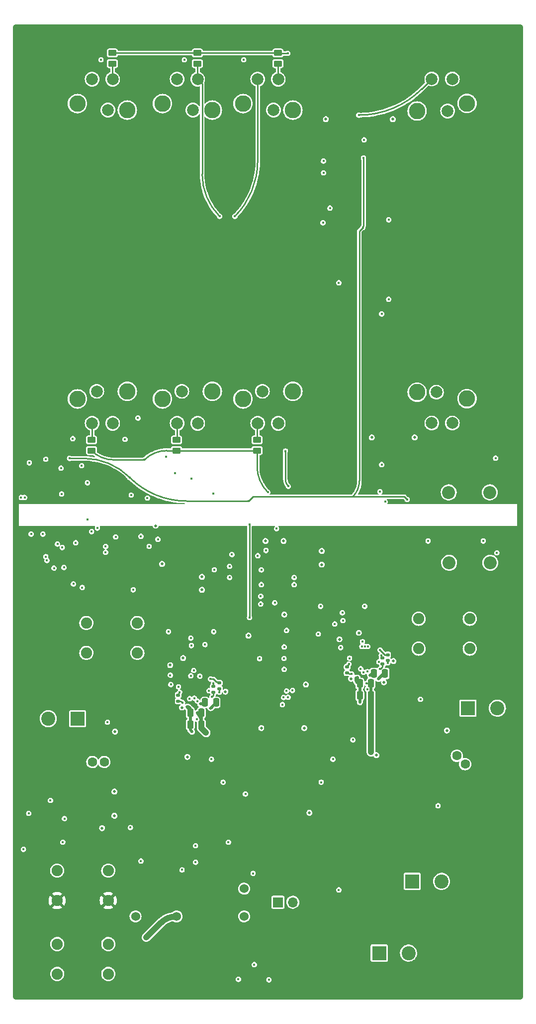
<source format=gbr>
%TF.GenerationSoftware,KiCad,Pcbnew,(6.0.7)*%
%TF.CreationDate,2023-01-25T09:18:12-05:00*%
%TF.ProjectId,amp,616d702e-6b69-4636-9164-5f7063625858,0.0*%
%TF.SameCoordinates,Original*%
%TF.FileFunction,Copper,L4,Bot*%
%TF.FilePolarity,Positive*%
%FSLAX46Y46*%
G04 Gerber Fmt 4.6, Leading zero omitted, Abs format (unit mm)*
G04 Created by KiCad (PCBNEW (6.0.7)) date 2023-01-25 09:18:12*
%MOMM*%
%LPD*%
G01*
G04 APERTURE LIST*
G04 Aperture macros list*
%AMRoundRect*
0 Rectangle with rounded corners*
0 $1 Rounding radius*
0 $2 $3 $4 $5 $6 $7 $8 $9 X,Y pos of 4 corners*
0 Add a 4 corners polygon primitive as box body*
4,1,4,$2,$3,$4,$5,$6,$7,$8,$9,$2,$3,0*
0 Add four circle primitives for the rounded corners*
1,1,$1+$1,$2,$3*
1,1,$1+$1,$4,$5*
1,1,$1+$1,$6,$7*
1,1,$1+$1,$8,$9*
0 Add four rect primitives between the rounded corners*
20,1,$1+$1,$2,$3,$4,$5,0*
20,1,$1+$1,$4,$5,$6,$7,0*
20,1,$1+$1,$6,$7,$8,$9,0*
20,1,$1+$1,$8,$9,$2,$3,0*%
G04 Aperture macros list end*
%TA.AperFunction,Profile*%
%ADD10C,1.000000*%
%TD*%
%TA.AperFunction,ComponentPad*%
%ADD11C,0.500000*%
%TD*%
%TA.AperFunction,ComponentPad*%
%ADD12C,1.905000*%
%TD*%
%TA.AperFunction,ComponentPad*%
%ADD13C,2.000000*%
%TD*%
%TA.AperFunction,ComponentPad*%
%ADD14C,2.800000*%
%TD*%
%TA.AperFunction,ComponentPad*%
%ADD15R,2.400000X2.400000*%
%TD*%
%TA.AperFunction,ComponentPad*%
%ADD16C,2.400000*%
%TD*%
%TA.AperFunction,ComponentPad*%
%ADD17R,1.700000X1.700000*%
%TD*%
%TA.AperFunction,ComponentPad*%
%ADD18O,1.700000X1.700000*%
%TD*%
%TA.AperFunction,SMDPad,CuDef*%
%ADD19RoundRect,0.135000X-0.185000X0.135000X-0.185000X-0.135000X0.185000X-0.135000X0.185000X0.135000X0*%
%TD*%
%TA.AperFunction,ComponentPad*%
%ADD20C,1.524000*%
%TD*%
%TA.AperFunction,ComponentPad*%
%ADD21C,2.209800*%
%TD*%
%TA.AperFunction,ComponentPad*%
%ADD22C,1.600000*%
%TD*%
%TA.AperFunction,SMDPad,CuDef*%
%ADD23RoundRect,0.250000X0.250000X0.475000X-0.250000X0.475000X-0.250000X-0.475000X0.250000X-0.475000X0*%
%TD*%
%TA.AperFunction,SMDPad,CuDef*%
%ADD24RoundRect,0.250000X-0.250000X-0.475000X0.250000X-0.475000X0.250000X0.475000X-0.250000X0.475000X0*%
%TD*%
%TA.AperFunction,SMDPad,CuDef*%
%ADD25RoundRect,0.250000X0.450000X-0.262500X0.450000X0.262500X-0.450000X0.262500X-0.450000X-0.262500X0*%
%TD*%
%TA.AperFunction,SMDPad,CuDef*%
%ADD26RoundRect,0.140000X0.170000X-0.140000X0.170000X0.140000X-0.170000X0.140000X-0.170000X-0.140000X0*%
%TD*%
%TA.AperFunction,ViaPad*%
%ADD27C,0.400000*%
%TD*%
%TA.AperFunction,Conductor*%
%ADD28C,0.250000*%
%TD*%
%TA.AperFunction,Conductor*%
%ADD29C,0.500000*%
%TD*%
%TA.AperFunction,Conductor*%
%ADD30C,1.000000*%
%TD*%
G04 APERTURE END LIST*
D10*
X161080000Y-150000000D02*
X247000000Y-150000000D01*
X247000000Y-150000000D02*
X247000000Y-314760000D01*
X247000000Y-314760000D02*
X161080000Y-314760000D01*
X161080000Y-314760000D02*
X161080000Y-150000000D01*
D11*
%TO.P,REF\u002A\u002A,*%
%TO.N,GND*%
X219500000Y-252900000D03*
%TD*%
%TO.P,,*%
%TO.N,GND*%
X219500000Y-252900000D03*
%TD*%
%TO.P,REF\u002A\u002A,*%
%TO.N,GND*%
X187400000Y-258400000D03*
%TD*%
%TO.P,,*%
%TO.N,GND*%
X187400000Y-258400000D03*
%TD*%
%TO.P,REF\u002A\u002A,*%
%TO.N,GND*%
X216200000Y-254000000D03*
%TD*%
%TO.P,,*%
%TO.N,GND*%
X216200000Y-254000000D03*
%TD*%
%TO.P,REF\u002A\u002A,*%
%TO.N,GND*%
X189600000Y-257200000D03*
%TD*%
%TO.P,,*%
%TO.N,GND*%
X189600000Y-257200000D03*
%TD*%
%TO.P,REF\u002A\u002A,*%
%TO.N,GND*%
X225300000Y-165600000D03*
%TD*%
%TO.P,,*%
%TO.N,GND*%
X225300000Y-165600000D03*
%TD*%
%TO.P,REF\u002A\u002A,*%
%TO.N,GND*%
X213900000Y-165600000D03*
%TD*%
%TO.P,,*%
%TO.N,GND*%
X213900000Y-165600000D03*
%TD*%
%TO.P,REF\u002A\u002A,*%
%TO.N,GND*%
X229000000Y-219700000D03*
%TD*%
%TO.P,,*%
%TO.N,GND*%
X229000000Y-219700000D03*
%TD*%
%TO.P,REF\u002A\u002A,*%
%TO.N,GND*%
X221700000Y-219700000D03*
%TD*%
%TO.P,,*%
%TO.N,GND*%
X221700000Y-219700000D03*
%TD*%
%TO.P,REF\u002A\u002A,*%
%TO.N,GND*%
X223800000Y-261300000D03*
%TD*%
%TO.P,,*%
%TO.N,GND*%
X223800000Y-261300000D03*
%TD*%
%TO.P,REF\u002A\u002A,*%
%TO.N,GND*%
X225400000Y-257700000D03*
%TD*%
%TO.P,,*%
%TO.N,GND*%
X225400000Y-257700000D03*
%TD*%
%TO.P,REF\u002A\u002A,*%
%TO.N,GND*%
X211100000Y-283500000D03*
%TD*%
%TO.P,,*%
%TO.N,GND*%
X211100000Y-283500000D03*
%TD*%
%TO.P,REF\u002A\u002A,*%
%TO.N,GND*%
X175800000Y-286100000D03*
%TD*%
%TO.P,,*%
%TO.N,GND*%
X175800000Y-286100000D03*
%TD*%
%TO.P,REF\u002A\u002A,*%
%TO.N,GND*%
X177900000Y-279900000D03*
%TD*%
%TO.P,,*%
%TO.N,GND*%
X177900000Y-279900000D03*
%TD*%
%TO.P,REF\u002A\u002A,*%
%TO.N,GND*%
X177900000Y-284000000D03*
%TD*%
%TO.P,,*%
%TO.N,GND*%
X177900000Y-284000000D03*
%TD*%
%TO.P,REF\u002A\u002A,*%
%TO.N,GND*%
X184900000Y-234700000D03*
%TD*%
%TO.P,,*%
%TO.N,GND*%
X184900000Y-234700000D03*
%TD*%
%TO.P,REF\u002A\u002A,*%
%TO.N,GND*%
X186000000Y-241200000D03*
%TD*%
%TO.P,,*%
%TO.N,GND*%
X186000000Y-241200000D03*
%TD*%
%TO.P,REF\u002A\u002A,*%
%TO.N,GND*%
X234500000Y-269500000D03*
%TD*%
%TO.P,,*%
%TO.N,GND*%
X234500000Y-269500000D03*
%TD*%
%TO.P,REF\u002A\u002A,*%
%TO.N,GND*%
X222500000Y-273700000D03*
%TD*%
%TO.P,,*%
%TO.N,GND*%
X222500000Y-273700000D03*
%TD*%
%TO.P,REF\u002A\u002A,*%
%TO.N,GND*%
X178000000Y-269700000D03*
%TD*%
%TO.P,,*%
%TO.N,GND*%
X178000000Y-269700000D03*
%TD*%
%TO.P,REF\u002A\u002A,*%
%TO.N,GND*%
X190300000Y-274000000D03*
%TD*%
%TO.P,,*%
%TO.N,GND*%
X190300000Y-274000000D03*
%TD*%
%TO.P,REF\u002A\u002A,*%
%TO.N,GND*%
X206700000Y-237300000D03*
%TD*%
%TO.P,,*%
%TO.N,GND*%
X206700000Y-237300000D03*
%TD*%
%TO.P,REF\u002A\u002A,*%
%TO.N,GND*%
X203600000Y-237300000D03*
%TD*%
%TO.P,,*%
%TO.N,GND*%
X203600000Y-237300000D03*
%TD*%
%TO.P,REF\u002A\u002A,*%
%TO.N,GND*%
X213200000Y-239000000D03*
%TD*%
%TO.P,,*%
%TO.N,GND*%
X213200000Y-239000000D03*
%TD*%
%TO.P,REF\u002A\u002A,*%
%TO.N,GND*%
X213200000Y-241300000D03*
%TD*%
%TO.P,,*%
%TO.N,GND*%
X213200000Y-241300000D03*
%TD*%
%TO.P,REF\u002A\u002A,*%
%TO.N,GND*%
X192800000Y-243399999D03*
%TD*%
%TO.P,,*%
%TO.N,GND*%
X192800000Y-243399999D03*
%TD*%
%TO.P,REF\u002A\u002A,*%
%TO.N,GND*%
X192800000Y-245600000D03*
%TD*%
%TO.P,,*%
%TO.N,GND*%
X192800000Y-245600000D03*
%TD*%
%TO.P,REF\u002A\u002A,*%
%TO.N,GND*%
X200700000Y-253400000D03*
%TD*%
%TO.P,,*%
%TO.N,GND*%
X200700000Y-253400000D03*
%TD*%
%TO.P,REF\u002A\u002A,*%
%TO.N,GND*%
X206800000Y-249800000D03*
%TD*%
%TO.P,,*%
%TO.N,GND*%
X206800000Y-249800000D03*
%TD*%
%TO.P,REF\u002A\u002A,*%
%TO.N,GND*%
X189400000Y-265600000D03*
%TD*%
%TO.P,,*%
%TO.N,GND*%
X189400000Y-265600000D03*
%TD*%
%TO.P,REF\u002A\u002A,*%
%TO.N,GND*%
X196800000Y-262900000D03*
%TD*%
%TO.P,,*%
%TO.N,GND*%
X196800000Y-262900000D03*
%TD*%
%TO.P,REF\u002A\u002A,*%
%TO.N,GND*%
X218200000Y-260700000D03*
%TD*%
%TO.P,,*%
%TO.N,GND*%
X218200000Y-260700000D03*
%TD*%
%TO.P,,*%
%TO.N,GND*%
X202900000Y-269100000D03*
%TD*%
%TO.P,REF\u002A\u002A,*%
%TO.N,GND*%
X202900000Y-269100000D03*
%TD*%
%TO.P,REF\u002A\u002A,*%
%TO.N,GND*%
X210200000Y-269100000D03*
%TD*%
%TO.P,,*%
%TO.N,GND*%
X210200000Y-269100000D03*
%TD*%
%TO.P,REF\u002A\u002A,*%
%TO.N,GND*%
X210500000Y-261700000D03*
%TD*%
D12*
%TO.P,J2,1,Pin_1*%
%TO.N,GND*%
X168135900Y-293324000D03*
X176835903Y-293324000D03*
%TO.P,J2,2,Pin_2*%
%TO.N,+5V*%
X168135900Y-298404000D03*
X176835903Y-298404000D03*
%TD*%
D13*
%TO.P,R30,1*%
%TO.N,Net-(C35-Pad1)*%
X192064000Y-158790000D03*
%TO.P,R30,2*%
%TO.N,Net-(C37-Pad1)*%
X191264000Y-164040000D03*
%TO.P,R30,3*%
%TO.N,Net-(C35-Pad2)*%
X192064000Y-217290000D03*
%TO.P,R30,4*%
%TO.N,Net-(C36-Pad1)*%
X188564000Y-158790000D03*
%TO.P,R30,5*%
%TO.N,Net-(C38-Pad1)*%
X189364000Y-211840000D03*
%TO.P,R30,6*%
%TO.N,Net-(C36-Pad2)*%
X188564000Y-217290000D03*
D14*
%TO.P,R30,7*%
%TO.N,N/C*%
X194564000Y-164040000D03*
%TO.P,R30,8*%
X194564000Y-211840000D03*
%TO.P,R30,9*%
X186064000Y-162940000D03*
%TO.P,R30,10*%
X186064000Y-213140000D03*
%TD*%
D15*
%TO.P,C79,1*%
%TO.N,Net-(C75-Pad1)*%
X171620459Y-267500000D03*
D16*
%TO.P,C79,2*%
%TO.N,/OUT_L*%
X166620459Y-267500000D03*
%TD*%
D13*
%TO.P,R11,1*%
%TO.N,/BUFFERED_R*%
X231930000Y-217250000D03*
%TO.P,R11,2*%
%TO.N,Net-(R11-Pad2)*%
X232730000Y-212000000D03*
%TO.P,R11,3*%
%TO.N,Net-(R11-Pad3)*%
X231930000Y-158750000D03*
%TO.P,R11,4*%
%TO.N,/BUFFERED_L*%
X235430000Y-217250000D03*
%TO.P,R11,5*%
%TO.N,Net-(R11-Pad5)*%
X234630000Y-164200000D03*
%TO.P,R11,6*%
%TO.N,Net-(R11-Pad6)*%
X235430000Y-158750000D03*
D14*
%TO.P,R11,7*%
%TO.N,N/C*%
X229430000Y-212000000D03*
%TO.P,R11,8*%
X229430000Y-164200000D03*
%TO.P,R11,9*%
X237930000Y-213100000D03*
%TO.P,R11,10*%
X237930000Y-162900000D03*
%TD*%
D17*
%TO.P,JP1,1,A*%
%TO.N,Net-(D1-Pad2)*%
X205735000Y-298704000D03*
D18*
%TO.P,JP1,2,B*%
%TO.N,GND*%
X208275000Y-298704000D03*
%TD*%
D19*
%TO.P,R74,2*%
%TO.N,/GL_R*%
X217526800Y-259729300D03*
%TO.P,R74,1*%
%TO.N,Net-(R74-Pad1)*%
X217526800Y-258709300D03*
%TD*%
D20*
%TO.P,K1,1*%
%TO.N,Net-(D1-Pad2)*%
X199979000Y-296404000D03*
%TO.P,K1,3*%
%TO.N,Net-(FL1-Pad1)*%
X181479000Y-301104000D03*
%TO.P,K1,5*%
%TO.N,Net-(D1-Pad1)*%
X188479000Y-301104000D03*
%TO.P,K1,6*%
X199979000Y-301104000D03*
%TD*%
D21*
%TO.P,J4,4*%
%TO.N,N/C*%
X241882199Y-241002000D03*
%TO.P,J4,5*%
X234882201Y-241002000D03*
%TD*%
%TO.P,J3,4*%
%TO.N,N/C*%
X241814199Y-229024000D03*
%TO.P,J3,5*%
X234814201Y-229024000D03*
%TD*%
D15*
%TO.P,C9,1*%
%TO.N,+24V*%
X228600000Y-295148000D03*
D16*
%TO.P,C9,2*%
%TO.N,GND*%
X233600000Y-295148000D03*
%TD*%
D22*
%TO.P,C72,1*%
%TO.N,Net-(C72-Pad1)*%
X236200000Y-273800000D03*
%TO.P,C72,2*%
%TO.N,GND*%
X237614214Y-275214214D03*
%TD*%
D23*
%TO.P,C70,2*%
%TO.N,GND*%
X219676800Y-261519300D03*
%TO.P,C70,1*%
%TO.N,+24V*%
X221576800Y-261519300D03*
%TD*%
D15*
%TO.P,C78,1*%
%TO.N,Net-(C72-Pad1)*%
X238103541Y-265712000D03*
D16*
%TO.P,C78,2*%
%TO.N,/OUT_R*%
X243103541Y-265712000D03*
%TD*%
D13*
%TO.P,R43,1*%
%TO.N,Net-(R42-Pad1)*%
X177586000Y-158790000D03*
%TO.P,R43,2*%
%TO.N,Net-(C42-Pad2)*%
X176786000Y-164040000D03*
%TO.P,R43,3*%
%TO.N,Net-(R43-Pad3)*%
X177586000Y-217290000D03*
%TO.P,R43,4*%
%TO.N,Net-(R43-Pad4)*%
X174086000Y-158790000D03*
%TO.P,R43,5*%
%TO.N,Net-(C43-Pad2)*%
X174886000Y-211840000D03*
%TO.P,R43,6*%
%TO.N,Net-(R43-Pad6)*%
X174086000Y-217290000D03*
D14*
%TO.P,R43,7*%
%TO.N,N/C*%
X180086000Y-164040000D03*
%TO.P,R43,8*%
X180086000Y-211840000D03*
%TO.P,R43,9*%
X171586000Y-162940000D03*
%TO.P,R43,10*%
X171586000Y-213140000D03*
%TD*%
D13*
%TO.P,R25,1*%
%TO.N,Net-(C31-Pad2)*%
X205780000Y-158790000D03*
%TO.P,R25,2*%
%TO.N,Net-(R25-Pad2)*%
X204980000Y-164040000D03*
%TO.P,R25,3*%
%TO.N,Net-(C31-Pad1)*%
X205780000Y-217290000D03*
%TO.P,R25,4*%
%TO.N,Net-(C32-Pad2)*%
X202280000Y-158790000D03*
%TO.P,R25,5*%
%TO.N,Net-(R25-Pad5)*%
X203080000Y-211840000D03*
%TO.P,R25,6*%
%TO.N,Net-(C32-Pad1)*%
X202280000Y-217290000D03*
D14*
%TO.P,R25,7*%
%TO.N,N/C*%
X208280000Y-164040000D03*
%TO.P,R25,8*%
X208280000Y-211840000D03*
%TO.P,R25,9*%
X199780000Y-162940000D03*
%TO.P,R25,10*%
X199780000Y-213140000D03*
%TD*%
D22*
%TO.P,C75,1*%
%TO.N,Net-(C75-Pad1)*%
X176154500Y-274866000D03*
%TO.P,C75,2*%
%TO.N,GND*%
X174154500Y-274866000D03*
%TD*%
D15*
%TO.P,C7,1*%
%TO.N,+24V*%
X222974041Y-307340000D03*
D16*
%TO.P,C7,2*%
%TO.N,GND*%
X227974041Y-307340000D03*
%TD*%
D12*
%TO.P,J5,1,Pin_1*%
%TO.N,/OUT_R*%
X238396600Y-255598000D03*
X229696597Y-255598000D03*
%TO.P,J5,2,Pin_2*%
%TO.N,GND*%
X229696597Y-250518000D03*
X238396600Y-250518000D03*
%TD*%
D23*
%TO.P,C69,2*%
%TO.N,GND*%
X219676800Y-263519300D03*
%TO.P,C69,1*%
%TO.N,+24V*%
X221576800Y-263519300D03*
%TD*%
D24*
%TO.P,C54,2*%
%TO.N,Net-(C52-Pad1)*%
X223976800Y-259819300D03*
%TO.P,C54,1*%
%TO.N,GND*%
X222076800Y-259819300D03*
%TD*%
D12*
%TO.P,J6,1,Pin_1*%
%TO.N,/OUT_L*%
X181806502Y-251234000D03*
X173106499Y-251234000D03*
%TO.P,J6,2,Pin_2*%
%TO.N,GND*%
X173106499Y-256314000D03*
X181806502Y-256314000D03*
%TD*%
D19*
%TO.P,R73,2*%
%TO.N,/GH_R*%
X223526800Y-258229300D03*
%TO.P,R73,1*%
%TO.N,Net-(R73-Pad1)*%
X223526800Y-257209300D03*
%TD*%
D12*
%TO.P,J1,1,Pin_1*%
%TO.N,Net-(D1-Pad1)*%
X176848002Y-305816000D03*
X168147999Y-305816000D03*
%TO.P,J1,2,Pin_2*%
%TO.N,Net-(FL1-Pad3)*%
X176848002Y-310896000D03*
X168147999Y-310896000D03*
%TD*%
D24*
%TO.P,C55,1*%
%TO.N,GND*%
X193300000Y-264750000D03*
%TO.P,C55,2*%
%TO.N,Net-(C53-Pad1)*%
X195200000Y-264750000D03*
%TD*%
D25*
%TO.P,R33,1*%
%TO.N,/EQ_ADJ_L*%
X188468000Y-221932500D03*
%TO.P,R33,2*%
%TO.N,Net-(C36-Pad2)*%
X188468000Y-220107500D03*
%TD*%
%TO.P,R42,1*%
%TO.N,Net-(R42-Pad1)*%
X177546000Y-156146500D03*
%TO.P,R42,2*%
%TO.N,/VOL_ADJ_R*%
X177546000Y-154321500D03*
%TD*%
D23*
%TO.P,C71,1*%
%TO.N,+24V*%
X192700000Y-266500000D03*
%TO.P,C71,2*%
%TO.N,GND*%
X190800000Y-266500000D03*
%TD*%
%TO.P,C73,1*%
%TO.N,+24V*%
X192700000Y-268500000D03*
%TO.P,C73,2*%
%TO.N,GND*%
X190800000Y-268500000D03*
%TD*%
D25*
%TO.P,R24,1*%
%TO.N,Net-(C31-Pad2)*%
X205740000Y-156146500D03*
%TO.P,R24,2*%
%TO.N,/VOL_ADJ_R*%
X205740000Y-154321500D03*
%TD*%
D26*
%TO.P,C62,1*%
%TO.N,Net-(C62-Pad1)*%
X224426800Y-257599300D03*
%TO.P,C62,2*%
%TO.N,/SW_NODE_R*%
X224426800Y-256639300D03*
%TD*%
D25*
%TO.P,R28,1*%
%TO.N,/EQ_ADJ_L*%
X202184000Y-221932500D03*
%TO.P,R28,2*%
%TO.N,Net-(C32-Pad1)*%
X202184000Y-220107500D03*
%TD*%
D26*
%TO.P,C63,1*%
%TO.N,Net-(C63-Pad1)*%
X195750000Y-262382000D03*
%TO.P,C63,2*%
%TO.N,/SW_NODE_L*%
X195750000Y-261422000D03*
%TD*%
D25*
%TO.P,R29,1*%
%TO.N,Net-(C35-Pad1)*%
X192024000Y-156146500D03*
%TO.P,R29,2*%
%TO.N,/VOL_ADJ_R*%
X192024000Y-154321500D03*
%TD*%
D19*
%TO.P,R75,1*%
%TO.N,Net-(R75-Pad1)*%
X194750000Y-261990000D03*
%TO.P,R75,2*%
%TO.N,/GH_L*%
X194750000Y-263010000D03*
%TD*%
D25*
%TO.P,R46,1*%
%TO.N,/EQ_ADJ_L*%
X173990000Y-221932500D03*
%TO.P,R46,2*%
%TO.N,Net-(R43-Pad6)*%
X173990000Y-220107500D03*
%TD*%
D19*
%TO.P,R76,1*%
%TO.N,Net-(R76-Pad1)*%
X188750000Y-263490000D03*
%TO.P,R76,2*%
%TO.N,/GL_L*%
X188750000Y-264510000D03*
%TD*%
D27*
%TO.N,GND*%
X168900000Y-229300000D03*
X169300000Y-241800000D03*
X169000000Y-238400000D03*
%TO.N,+5V*%
X172200000Y-239200000D03*
%TO.N,GND*%
X171300000Y-237600000D03*
X166400000Y-240600000D03*
%TO.N,+5V*%
X166600000Y-241300000D03*
%TO.N,/GH_L*%
X192000000Y-264500000D03*
%TO.N,GND*%
X206800000Y-255300000D03*
X206764000Y-257264000D03*
%TO.N,/GH_R*%
X220973500Y-259500000D03*
%TO.N,/SW_NODE_R*%
X220300000Y-259600000D03*
%TO.N,/GL_R*%
X218300000Y-259900000D03*
%TO.N,+24V*%
X197300000Y-288500000D03*
%TO.N,-5V6*%
X185300000Y-237000000D03*
%TO.N,GND*%
X233000000Y-282300000D03*
X202800000Y-246700000D03*
X202800000Y-248000000D03*
X230000000Y-264200000D03*
X219700000Y-264700000D03*
%TO.N,+5V*%
X192100000Y-257400000D03*
%TO.N,GND*%
X212600000Y-253100000D03*
%TO.N,+5V*%
X206000000Y-261800000D03*
X207000000Y-260500000D03*
X209400000Y-258100000D03*
%TO.N,GND*%
X207200000Y-252500000D03*
%TO.N,+5V*%
X206500000Y-253900000D03*
X204200000Y-257300000D03*
%TO.N,GND*%
X202600000Y-257300000D03*
X208200000Y-262700000D03*
X207200000Y-262800000D03*
X207460000Y-263842500D03*
X206500000Y-265100000D03*
X206800000Y-259100000D03*
%TO.N,/V_BIAS_L*%
X200900000Y-250300000D03*
X200900000Y-234500000D03*
%TO.N,GND*%
X206700000Y-263900000D03*
X220126800Y-254419300D03*
X219826800Y-259019300D03*
X221026800Y-255219300D03*
X220026800Y-255219300D03*
X220526800Y-255219300D03*
X217926800Y-257219300D03*
X220951922Y-262467222D03*
%TO.N,+5V*%
X223426800Y-262819300D03*
X222826800Y-263419300D03*
%TO.N,GND*%
X221426800Y-260119300D03*
%TO.N,Net-(C62-Pad1)*%
X224426800Y-258019300D03*
X222926800Y-257819300D03*
%TO.N,/GH_R*%
X223100000Y-259019300D03*
%TO.N,GND*%
X219026800Y-260519300D03*
%TO.N,+24V*%
X220826800Y-261519300D03*
%TO.N,Net-(C52-Pad1)*%
X222806800Y-260739300D03*
%TO.N,Net-(R73-Pad1)*%
X223326800Y-256719300D03*
%TO.N,/SW_NODE_R*%
X223126800Y-255819300D03*
%TO.N,Net-(R74-Pad1)*%
X217826800Y-258219300D03*
%TO.N,GND*%
X218500000Y-271100000D03*
X215100000Y-274400000D03*
X213100000Y-278300000D03*
X196400000Y-278300000D03*
X200200000Y-280300000D03*
X194400000Y-274400000D03*
%TO.N,+5V6*%
X169380000Y-284480000D03*
X162599999Y-229897953D03*
%TO.N,-5V6*%
X162000000Y-229900000D03*
%TO.N,GND*%
X180600000Y-286000000D03*
X182400000Y-291700000D03*
X201500000Y-293800000D03*
X216100000Y-296600000D03*
X199000000Y-311800000D03*
X201700000Y-309300000D03*
X204200000Y-311900000D03*
%TO.N,Net-(D1-Pad1)*%
X183300000Y-304700000D03*
%TO.N,GND*%
X176700000Y-268100000D03*
X243000000Y-239300000D03*
X240700000Y-237300000D03*
%TO.N,Net-(C51-Pad2)*%
X231300000Y-237300000D03*
X205500000Y-235200000D03*
%TO.N,GND*%
X167000000Y-281400000D03*
X163300000Y-283600000D03*
X162400000Y-289700000D03*
%TO.N,+24V*%
X169100000Y-288500000D03*
%TO.N,GND*%
X191700000Y-291900000D03*
X189400000Y-293200000D03*
X191700000Y-289100000D03*
X181100000Y-245600000D03*
X175000000Y-235100000D03*
%TO.N,+24V*%
X192000000Y-266500000D03*
X221600000Y-273200000D03*
X193500000Y-269900000D03*
%TO.N,GND*%
X190900000Y-260200000D03*
X176386000Y-239201308D03*
X191000000Y-255075100D03*
X193300000Y-254900000D03*
X187400000Y-260100000D03*
X188800000Y-262100000D03*
X186700000Y-223000000D03*
X213500000Y-172700000D03*
X183800000Y-238200000D03*
X192429499Y-260270500D03*
X166200000Y-223400000D03*
X192500000Y-265000000D03*
X190900000Y-253800000D03*
X216100000Y-193400000D03*
X178100000Y-236600000D03*
X202300000Y-239800000D03*
X223400000Y-224300000D03*
X190700000Y-264100000D03*
X170800000Y-219900000D03*
X216700000Y-249500000D03*
X205200000Y-247800000D03*
X194800000Y-252700000D03*
X187500000Y-261700000D03*
X187100000Y-252700000D03*
X224600000Y-182700000D03*
X197500000Y-243500000D03*
X242800000Y-223200000D03*
X168800000Y-224900000D03*
X197500000Y-241600000D03*
X216800000Y-250821100D03*
X214600000Y-180700000D03*
X172300000Y-224500000D03*
X191400000Y-259300000D03*
X191100000Y-269700000D03*
X220400000Y-169100000D03*
X213000000Y-248400000D03*
X220500000Y-248400000D03*
X191900000Y-267600000D03*
X170900000Y-244600000D03*
X182400000Y-236500000D03*
X215400000Y-251400000D03*
X224000000Y-230600000D03*
X216426800Y-255419300D03*
X181900000Y-216400000D03*
X208500000Y-243500000D03*
X167600000Y-241900000D03*
X223400000Y-198700000D03*
X163700000Y-236126000D03*
X176386000Y-238214000D03*
X190200000Y-265500000D03*
X165700000Y-236126000D03*
%TO.N,+5V*%
X194250000Y-268250000D03*
X163700000Y-240026000D03*
X215900000Y-253100000D03*
X170900000Y-243400000D03*
%TO.N,Net-(C35-Pad1)*%
X195800000Y-182100000D03*
%TO.N,/EQ_ADJ_R*%
X207500000Y-228000000D03*
X207000000Y-222000000D03*
%TO.N,/EQ_ADJ_L*%
X183000000Y-223500000D03*
X204000000Y-229000000D03*
%TO.N,/SW_NODE_L*%
X194250000Y-260750000D03*
X191500000Y-264004102D03*
%TO.N,/GH_L*%
X194500000Y-263800000D03*
%TO.N,/GL_L*%
X189490000Y-264760000D03*
%TO.N,/V_BIAS_R*%
X182000000Y-218250000D03*
X215200000Y-228200000D03*
X218300000Y-181200000D03*
X165250000Y-226500000D03*
X218200000Y-172600000D03*
%TO.N,/V_BIAS_L*%
X170250000Y-223250000D03*
X227750000Y-230250000D03*
X200750000Y-230500000D03*
X180500000Y-226500000D03*
X220200000Y-184000000D03*
X220300000Y-172200000D03*
%TO.N,/VOL_ADJ_R*%
X207400000Y-154400000D03*
%TO.N,/VOL_ADJ_L*%
X189800000Y-155500000D03*
X199900000Y-155500000D03*
X175600000Y-155500000D03*
%TO.N,Net-(C63-Pad1)*%
X195750000Y-263000000D03*
X194000000Y-262750000D03*
%TO.N,Net-(C32-Pad2)*%
X198400000Y-182100000D03*
%TO.N,Net-(C38-Pad1)*%
X188250000Y-225750000D03*
%TO.N,Net-(C39-Pad1)*%
X173300000Y-233600000D03*
X168200000Y-237800000D03*
%TO.N,Net-(C40-Pad2)*%
X172400000Y-245200000D03*
X166200000Y-239948000D03*
%TO.N,Net-(C41-Pad2)*%
X174000000Y-235700000D03*
%TO.N,Net-(R11-Pad3)*%
X219500000Y-164900000D03*
%TO.N,Net-(R25-Pad5)*%
X191000000Y-226700000D03*
%TO.N,-5V6*%
X194900000Y-242200000D03*
X223100000Y-228900000D03*
X213500000Y-174700000D03*
X208500000Y-244700000D03*
X180750000Y-229500000D03*
X202900000Y-244700000D03*
X213400000Y-183200000D03*
X224600000Y-196200000D03*
X202900000Y-242200000D03*
X173300000Y-227400000D03*
X179700000Y-220000000D03*
%TO.N,+5V6*%
X203700000Y-238900000D03*
X183500000Y-230000000D03*
X194750000Y-229250000D03*
X163400000Y-224000000D03*
X197900000Y-239600000D03*
%TO.N,Net-(C53-Pad1)*%
X194250000Y-265700000D03*
%TO.N,Net-(R75-Pad1)*%
X194750000Y-261500000D03*
%TO.N,Net-(R76-Pad1)*%
X189000000Y-263000000D03*
%TD*%
D28*
%TO.N,/GH_L*%
X194500000Y-263800000D02*
X194750000Y-263550000D01*
X194750000Y-263550000D02*
X194750000Y-263010000D01*
D29*
%TO.N,GND*%
X219676814Y-261519286D02*
G75*
G02*
X219314300Y-260644148I875186J875186D01*
G01*
X219314300Y-260514300D02*
X219314300Y-260644148D01*
D28*
%TO.N,/GL_R*%
X217526798Y-259729302D02*
G75*
G03*
X217938906Y-259900000I412102J412102D01*
G01*
X218300000Y-259900000D02*
X217938906Y-259900000D01*
D29*
%TO.N,GND*%
X221479307Y-260066782D02*
G75*
G02*
X222076800Y-259819300I597493J-597518D01*
G01*
X221479312Y-260066787D02*
X221426800Y-260119300D01*
D30*
%TO.N,+24V*%
X221576800Y-263519300D02*
G75*
G02*
X221600000Y-263542500I0J-23200D01*
G01*
X221600000Y-273200000D02*
X221600000Y-263542500D01*
D29*
%TO.N,GND*%
X219700000Y-264700000D02*
G75*
G02*
X219676800Y-264676800I0J23200D01*
G01*
X219676800Y-263519300D02*
X219676800Y-264676800D01*
D28*
%TO.N,/V_BIAS_L*%
X200900000Y-234500000D02*
X200900000Y-250300000D01*
%TO.N,Net-(C62-Pad1)*%
X224426800Y-257599300D02*
X224426800Y-258019300D01*
%TO.N,/GH_R*%
X223526800Y-258731127D02*
X223182713Y-259075214D01*
X223526800Y-258229300D02*
X223526800Y-258731127D01*
D29*
%TO.N,GND*%
X219026800Y-261019300D02*
G75*
G03*
X219526800Y-261519300I500000J0D01*
G01*
X219026800Y-261019300D02*
X219026800Y-260519300D01*
X219676800Y-261519300D02*
X219526800Y-261519300D01*
X219676800Y-261519300D02*
X219676800Y-263519300D01*
%TO.N,+24V*%
X221576800Y-261519300D02*
X221576800Y-263519300D01*
D28*
X220826800Y-261519300D02*
X221576800Y-261519300D01*
D29*
%TO.N,Net-(C52-Pad1)*%
X223791749Y-259819300D02*
X222839274Y-260771775D01*
X223976800Y-259819300D02*
X223791749Y-259819300D01*
D28*
%TO.N,Net-(R73-Pad1)*%
X223326800Y-256719300D02*
X223326800Y-257009300D01*
X223326800Y-257009300D02*
X223526800Y-257209300D01*
%TO.N,/SW_NODE_R*%
X223946800Y-256639300D02*
X223126800Y-255819300D01*
X224426800Y-256639300D02*
X223946800Y-256639300D01*
%TO.N,Net-(R74-Pad1)*%
X217526800Y-258709300D02*
G75*
G02*
X217661150Y-258384950I458700J0D01*
G01*
X217826800Y-258219300D02*
X217661150Y-258384950D01*
D30*
%TO.N,Net-(D1-Pad1)*%
X185776650Y-302223350D02*
G75*
G02*
X188479000Y-301104000I2702350J-2702350D01*
G01*
X185776650Y-302223350D02*
X183300000Y-304700000D01*
%TO.N,/OUT_L*%
X166620459Y-266892685D02*
X166620459Y-267500000D01*
%TO.N,+24V*%
X192700000Y-269100000D02*
X193500000Y-269900000D01*
D29*
X192700000Y-268500000D02*
X192700000Y-268189949D01*
X192700000Y-266500000D02*
X192700000Y-268500000D01*
X192000000Y-266500000D02*
X192700000Y-266500000D01*
D30*
X192700000Y-268500000D02*
X192700000Y-269100000D01*
D29*
X192000014Y-266499986D02*
G75*
G02*
X192700000Y-268189949I-1689914J-1689914D01*
G01*
%TO.N,GND*%
X190800000Y-265800000D02*
X190500000Y-265500000D01*
X190800000Y-269400000D02*
X191100000Y-269700000D01*
X190200000Y-265500000D02*
X190500000Y-265500000D01*
X190200000Y-265500000D02*
X190800000Y-266100000D01*
X193050000Y-265000000D02*
X193300000Y-264750000D01*
X190800000Y-268500000D02*
X190800000Y-269400000D01*
X190800000Y-266500000D02*
X190800000Y-265800000D01*
X192500000Y-265000000D02*
X193050000Y-265000000D01*
X190800000Y-266500000D02*
X190800000Y-268500000D01*
X190800000Y-266100000D02*
X190800000Y-266500000D01*
D28*
%TO.N,Net-(C31-Pad2)*%
X205740000Y-156146500D02*
X205740000Y-158693432D01*
X205780009Y-158789991D02*
G75*
G02*
X205740000Y-158693432I96591J96591D01*
G01*
%TO.N,Net-(C32-Pad1)*%
X202184000Y-220107500D02*
X202184000Y-217521764D01*
X202280010Y-217290010D02*
G75*
G03*
X202184000Y-217521764I231790J-231790D01*
G01*
%TO.N,Net-(C35-Pad1)*%
X192064000Y-158790000D02*
X192825316Y-159551316D01*
X192024000Y-156146500D02*
X192024000Y-158693432D01*
X192825316Y-159551316D02*
X192825316Y-174918478D01*
X195799993Y-182100007D02*
G75*
G02*
X192825316Y-174918478I7181507J7181507D01*
G01*
X192064009Y-158789991D02*
G75*
G02*
X192024000Y-158693432I96591J96591D01*
G01*
%TO.N,Net-(C36-Pad2)*%
X188564000Y-217290000D02*
X188564000Y-219875736D01*
X188467990Y-220107490D02*
G75*
G03*
X188564000Y-219875736I-231790J231790D01*
G01*
%TO.N,/EQ_ADJ_R*%
X207000000Y-226792894D02*
X207000000Y-222000000D01*
X207000003Y-226792894D02*
G75*
G03*
X207500000Y-228000000I1707097J-6D01*
G01*
%TO.N,/EQ_ADJ_L*%
X177774279Y-223500000D02*
X183000000Y-223500000D01*
X202184000Y-221932500D02*
X202184000Y-224615789D01*
X188468000Y-221932500D02*
X186784279Y-221932500D01*
X188468000Y-221932500D02*
X202184000Y-221932500D01*
X183000006Y-223500006D02*
G75*
G02*
X186784279Y-221932500I3784294J-3784294D01*
G01*
X177774279Y-223500008D02*
G75*
G02*
X173990000Y-221932500I21J5351808D01*
G01*
X203999997Y-229000003D02*
G75*
G02*
X202184000Y-224615789I4384203J4384203D01*
G01*
%TO.N,/SW_NODE_L*%
X194250000Y-260750000D02*
X194752259Y-260750000D01*
X194752259Y-260750000D02*
X195246235Y-261243976D01*
X195750000Y-261422022D02*
G75*
G02*
X195246235Y-261243976I3400J811322D01*
G01*
%TO.N,/GL_L*%
X188886447Y-264510000D02*
X188750000Y-264510000D01*
X188886447Y-264509981D02*
G75*
G02*
X189490000Y-264760000I-47J-853619D01*
G01*
%TO.N,/V_BIAS_L*%
X220200000Y-184000000D02*
X219600000Y-184600000D01*
X227278800Y-229778800D02*
X218478800Y-229778800D01*
X219600000Y-184600000D02*
X219600000Y-227071984D01*
X172653806Y-223250000D02*
X170500000Y-223250000D01*
X200750000Y-230500000D02*
X190156854Y-230500000D01*
X220300000Y-172200000D02*
X220300000Y-183758579D01*
X227750000Y-230250000D02*
X227278800Y-229778800D01*
X201471200Y-229778800D02*
X200750000Y-230500000D01*
X218478800Y-229778800D02*
X201471200Y-229778800D01*
X170500000Y-223250000D02*
X170250000Y-223250000D01*
X172653806Y-223249998D02*
G75*
G02*
X180500000Y-226500000I-6J-11096202D01*
G01*
X220200006Y-184000006D02*
G75*
G03*
X220300000Y-183758579I-241406J241406D01*
G01*
X180500013Y-226499987D02*
G75*
G03*
X190156854Y-230500000I9656887J9656887D01*
G01*
X218478805Y-229778805D02*
G75*
G03*
X219600000Y-227071984I-2706805J2706805D01*
G01*
%TO.N,/VOL_ADJ_R*%
X177546000Y-154321500D02*
X192024000Y-154321500D01*
X205740000Y-154321500D02*
X192024000Y-154321500D01*
X207400000Y-154400000D02*
X205929515Y-154400000D01*
X205739995Y-154321505D02*
G75*
G03*
X205929515Y-154400000I189505J189505D01*
G01*
%TO.N,Net-(R42-Pad1)*%
X177546000Y-156146500D02*
X177546000Y-158693432D01*
X177586009Y-158789991D02*
G75*
G02*
X177546000Y-158693432I96591J96591D01*
G01*
%TO.N,Net-(C63-Pad1)*%
X195750000Y-263000000D02*
X195750000Y-262382000D01*
%TO.N,Net-(C32-Pad2)*%
X202280000Y-158790000D02*
X202280000Y-172732852D01*
X198400000Y-182100000D02*
G75*
G03*
X202280000Y-172732852I-9367150J9367150D01*
G01*
%TO.N,Net-(R11-Pad3)*%
X231930000Y-158750000D02*
X230220631Y-160459369D01*
X219500000Y-164899988D02*
G75*
G03*
X230220631Y-160459369I0J15161288D01*
G01*
%TO.N,Net-(R43-Pad6)*%
X174086000Y-217290000D02*
X174086000Y-219875736D01*
X173989990Y-220107490D02*
G75*
G03*
X174086000Y-219875736I-231790J231790D01*
G01*
D29*
%TO.N,Net-(C53-Pad1)*%
X194302461Y-265700000D02*
X195183098Y-264819363D01*
X194250000Y-265700000D02*
X194302461Y-265700000D01*
X195199996Y-264750000D02*
G75*
G02*
X195183098Y-264819363I-197596J11400D01*
G01*
D28*
%TO.N,Net-(R75-Pad1)*%
X194750000Y-261500000D02*
X194750000Y-261990000D01*
%TO.N,Net-(R76-Pad1)*%
X188919706Y-263080295D02*
X189000000Y-263000000D01*
X188919708Y-263080297D02*
G75*
G03*
X188750000Y-263490000I409692J-409703D01*
G01*
%TD*%
%TA.AperFunction,Conductor*%
%TO.N,/V_BIAS_R*%
G36*
X246727194Y-150272806D02*
G01*
X246745500Y-150317000D01*
X246745500Y-230937500D01*
X246727194Y-230981694D01*
X246683000Y-231000000D01*
X224391897Y-231000000D01*
X224347703Y-230981694D01*
X224329397Y-230937500D01*
X224345560Y-230895558D01*
X224347599Y-230893306D01*
X224380672Y-230856767D01*
X224437437Y-230739604D01*
X224443537Y-230703349D01*
X224458638Y-230613593D01*
X224458638Y-230613588D01*
X224459037Y-230611219D01*
X224459174Y-230600000D01*
X224440718Y-230471125D01*
X224403652Y-230389604D01*
X224388676Y-230356665D01*
X224388675Y-230356663D01*
X224386832Y-230352610D01*
X224353327Y-230313725D01*
X224308411Y-230261597D01*
X224293431Y-230216168D01*
X224314962Y-230173452D01*
X224355759Y-230158300D01*
X227095718Y-230158300D01*
X227139912Y-230176606D01*
X227288348Y-230325042D01*
X227306126Y-230361131D01*
X227307741Y-230373481D01*
X227309534Y-230377556D01*
X227348921Y-230467070D01*
X227360174Y-230492645D01*
X227363038Y-230496052D01*
X227441083Y-230588898D01*
X227441086Y-230588901D01*
X227443946Y-230592303D01*
X227552320Y-230664444D01*
X227676587Y-230703267D01*
X227681037Y-230703349D01*
X227681040Y-230703349D01*
X227802309Y-230705572D01*
X227802312Y-230705572D01*
X227806755Y-230705653D01*
X227811046Y-230704483D01*
X227811047Y-230704483D01*
X227869558Y-230688531D01*
X227932360Y-230671409D01*
X228043306Y-230603288D01*
X228130672Y-230506767D01*
X228187437Y-230389604D01*
X228188176Y-230385213D01*
X228208638Y-230263593D01*
X228208638Y-230263588D01*
X228209037Y-230261219D01*
X228209112Y-230255069D01*
X228209145Y-230252414D01*
X228209145Y-230252408D01*
X228209174Y-230250000D01*
X228190718Y-230121125D01*
X228150725Y-230033166D01*
X228138676Y-230006665D01*
X228138675Y-230006663D01*
X228136832Y-230002610D01*
X228051850Y-229903983D01*
X227942601Y-229833172D01*
X227938339Y-229831897D01*
X227938336Y-229831896D01*
X227853957Y-229806662D01*
X227827670Y-229790976D01*
X227580498Y-229543804D01*
X227572189Y-229533516D01*
X227563371Y-229519860D01*
X227534057Y-229496751D01*
X227528556Y-229491862D01*
X227524856Y-229488162D01*
X227522762Y-229486666D01*
X227522759Y-229486663D01*
X227507937Y-229476071D01*
X227505583Y-229474304D01*
X227468211Y-229444843D01*
X227464153Y-229441644D01*
X227459277Y-229439932D01*
X227455776Y-229438007D01*
X227452265Y-229436287D01*
X227448066Y-229433286D01*
X227443124Y-229431808D01*
X227443120Y-229431806D01*
X227406954Y-229420991D01*
X227397500Y-229418163D01*
X227394706Y-229417255D01*
X227348661Y-229401085D01*
X227348657Y-229401084D01*
X227344949Y-229399782D01*
X227340949Y-229399436D01*
X227340726Y-229399416D01*
X227340721Y-229399416D01*
X227339384Y-229399300D01*
X227339107Y-229399300D01*
X227335081Y-229398960D01*
X227331972Y-229398567D01*
X227327022Y-229397087D01*
X227271918Y-229399252D01*
X227269464Y-229399300D01*
X223376742Y-229399300D01*
X223332548Y-229380994D01*
X223314242Y-229336800D01*
X223332548Y-229292606D01*
X223344039Y-229283538D01*
X223389513Y-229255617D01*
X223393306Y-229253288D01*
X223407159Y-229237984D01*
X223477685Y-229160067D01*
X223480672Y-229156767D01*
X223516302Y-229083226D01*
X223535495Y-229043613D01*
X223535496Y-229043611D01*
X223537437Y-229039604D01*
X223539464Y-229027556D01*
X223545669Y-228990673D01*
X233450549Y-228990673D01*
X233463417Y-229213840D01*
X233482834Y-229300000D01*
X233509259Y-229417255D01*
X233512561Y-229431909D01*
X233513525Y-229434284D01*
X233513526Y-229434286D01*
X233538890Y-229496751D01*
X233596661Y-229639024D01*
X233598003Y-229641213D01*
X233598004Y-229641216D01*
X233636080Y-229703349D01*
X233713460Y-229829621D01*
X233715137Y-229831557D01*
X233715140Y-229831561D01*
X233852378Y-229989993D01*
X233859819Y-229998583D01*
X233861798Y-230000226D01*
X234015168Y-230127556D01*
X234031809Y-230141372D01*
X234034022Y-230142665D01*
X234034026Y-230142668D01*
X234198705Y-230238898D01*
X234224811Y-230254153D01*
X234227206Y-230255068D01*
X234227209Y-230255069D01*
X234326251Y-230292889D01*
X234433641Y-230333897D01*
X234436152Y-230334408D01*
X234436156Y-230334409D01*
X234650178Y-230377953D01*
X234650181Y-230377953D01*
X234652691Y-230378464D01*
X234655251Y-230378558D01*
X234655252Y-230378558D01*
X234873509Y-230386561D01*
X234873512Y-230386561D01*
X234876079Y-230386655D01*
X234878632Y-230386328D01*
X235095255Y-230358578D01*
X235095259Y-230358577D01*
X235097805Y-230358251D01*
X235100265Y-230357513D01*
X235309462Y-230294751D01*
X235309466Y-230294749D01*
X235311914Y-230294015D01*
X235314210Y-230292890D01*
X235314213Y-230292889D01*
X235510357Y-230196799D01*
X235512658Y-230195672D01*
X235623598Y-230116539D01*
X235692556Y-230067352D01*
X235692559Y-230067350D01*
X235694643Y-230065863D01*
X235852984Y-229908074D01*
X235880235Y-229870151D01*
X235907964Y-229831561D01*
X235983428Y-229726542D01*
X236010677Y-229671409D01*
X236034364Y-229623481D01*
X236082471Y-229526144D01*
X236147454Y-229312259D01*
X236176632Y-229090634D01*
X236178260Y-229024000D01*
X236175520Y-228990673D01*
X240450547Y-228990673D01*
X240463415Y-229213840D01*
X240482832Y-229300000D01*
X240509257Y-229417255D01*
X240512559Y-229431909D01*
X240513523Y-229434284D01*
X240513524Y-229434286D01*
X240538888Y-229496751D01*
X240596659Y-229639024D01*
X240598001Y-229641213D01*
X240598002Y-229641216D01*
X240636078Y-229703349D01*
X240713458Y-229829621D01*
X240715135Y-229831557D01*
X240715138Y-229831561D01*
X240852376Y-229989993D01*
X240859817Y-229998583D01*
X240861796Y-230000226D01*
X241015166Y-230127556D01*
X241031807Y-230141372D01*
X241034020Y-230142665D01*
X241034024Y-230142668D01*
X241198703Y-230238898D01*
X241224809Y-230254153D01*
X241227204Y-230255068D01*
X241227207Y-230255069D01*
X241326249Y-230292889D01*
X241433639Y-230333897D01*
X241436150Y-230334408D01*
X241436154Y-230334409D01*
X241650176Y-230377953D01*
X241650179Y-230377953D01*
X241652689Y-230378464D01*
X241655249Y-230378558D01*
X241655250Y-230378558D01*
X241873507Y-230386561D01*
X241873510Y-230386561D01*
X241876077Y-230386655D01*
X241878630Y-230386328D01*
X242095253Y-230358578D01*
X242095257Y-230358577D01*
X242097803Y-230358251D01*
X242100263Y-230357513D01*
X242309460Y-230294751D01*
X242309464Y-230294749D01*
X242311912Y-230294015D01*
X242314208Y-230292890D01*
X242314211Y-230292889D01*
X242510355Y-230196799D01*
X242512656Y-230195672D01*
X242623596Y-230116539D01*
X242692554Y-230067352D01*
X242692557Y-230067350D01*
X242694641Y-230065863D01*
X242852982Y-229908074D01*
X242880233Y-229870151D01*
X242907962Y-229831561D01*
X242983426Y-229726542D01*
X243010675Y-229671409D01*
X243034362Y-229623481D01*
X243082469Y-229526144D01*
X243147452Y-229312259D01*
X243176630Y-229090634D01*
X243178258Y-229024000D01*
X243159942Y-228801214D01*
X243146886Y-228749235D01*
X243106109Y-228586898D01*
X243106108Y-228586895D01*
X243105484Y-228584411D01*
X243095850Y-228562253D01*
X243049499Y-228455653D01*
X243016349Y-228379413D01*
X242894929Y-228191726D01*
X242744485Y-228026390D01*
X242742474Y-228024802D01*
X242742471Y-228024799D01*
X242571072Y-227889436D01*
X242571068Y-227889433D01*
X242569058Y-227887846D01*
X242536265Y-227869743D01*
X242375606Y-227781055D01*
X242373358Y-227779814D01*
X242370939Y-227778958D01*
X242370936Y-227778956D01*
X242274362Y-227744758D01*
X242162642Y-227705196D01*
X242160119Y-227704747D01*
X242160113Y-227704745D01*
X242018992Y-227679608D01*
X241942568Y-227665995D01*
X241819655Y-227664493D01*
X241721615Y-227663295D01*
X241721610Y-227663295D01*
X241719047Y-227663264D01*
X241716512Y-227663652D01*
X241716511Y-227663652D01*
X241670786Y-227670649D01*
X241498081Y-227697076D01*
X241495641Y-227697874D01*
X241495639Y-227697874D01*
X241288049Y-227765725D01*
X241288047Y-227765726D01*
X241285605Y-227766524D01*
X241283328Y-227767709D01*
X241283324Y-227767711D01*
X241089603Y-227868556D01*
X241089597Y-227868560D01*
X241087324Y-227869743D01*
X241085268Y-227871286D01*
X241085269Y-227871286D01*
X240910614Y-228002419D01*
X240910608Y-228002424D01*
X240908564Y-228003959D01*
X240906796Y-228005809D01*
X240906795Y-228005810D01*
X240885313Y-228028290D01*
X240754126Y-228165570D01*
X240752682Y-228167687D01*
X240631886Y-228344768D01*
X240628157Y-228350234D01*
X240627074Y-228352566D01*
X240627074Y-228352567D01*
X240613518Y-228381771D01*
X240534039Y-228552993D01*
X240474301Y-228768401D01*
X240450547Y-228990673D01*
X236175520Y-228990673D01*
X236159944Y-228801214D01*
X236146888Y-228749235D01*
X236106111Y-228586898D01*
X236106110Y-228586895D01*
X236105486Y-228584411D01*
X236095852Y-228562253D01*
X236049501Y-228455653D01*
X236016351Y-228379413D01*
X235894931Y-228191726D01*
X235744487Y-228026390D01*
X235742476Y-228024802D01*
X235742473Y-228024799D01*
X235571074Y-227889436D01*
X235571070Y-227889433D01*
X235569060Y-227887846D01*
X235536267Y-227869743D01*
X235375608Y-227781055D01*
X235373360Y-227779814D01*
X235370941Y-227778958D01*
X235370938Y-227778956D01*
X235274364Y-227744758D01*
X235162644Y-227705196D01*
X235160121Y-227704747D01*
X235160115Y-227704745D01*
X235018994Y-227679608D01*
X234942570Y-227665995D01*
X234819657Y-227664493D01*
X234721617Y-227663295D01*
X234721612Y-227663295D01*
X234719049Y-227663264D01*
X234716514Y-227663652D01*
X234716513Y-227663652D01*
X234670788Y-227670649D01*
X234498083Y-227697076D01*
X234495643Y-227697874D01*
X234495641Y-227697874D01*
X234288051Y-227765725D01*
X234288049Y-227765726D01*
X234285607Y-227766524D01*
X234283330Y-227767709D01*
X234283326Y-227767711D01*
X234089605Y-227868556D01*
X234089599Y-227868560D01*
X234087326Y-227869743D01*
X234085270Y-227871286D01*
X234085271Y-227871286D01*
X233910616Y-228002419D01*
X233910610Y-228002424D01*
X233908566Y-228003959D01*
X233906798Y-228005809D01*
X233906797Y-228005810D01*
X233885315Y-228028290D01*
X233754128Y-228165570D01*
X233752684Y-228167687D01*
X233631888Y-228344768D01*
X233628159Y-228350234D01*
X233627076Y-228352566D01*
X233627076Y-228352567D01*
X233613520Y-228381771D01*
X233534041Y-228552993D01*
X233474303Y-228768401D01*
X233450549Y-228990673D01*
X223545669Y-228990673D01*
X223558638Y-228913593D01*
X223558638Y-228913588D01*
X223559037Y-228911219D01*
X223559104Y-228905738D01*
X223559145Y-228902414D01*
X223559145Y-228902408D01*
X223559174Y-228900000D01*
X223540718Y-228771125D01*
X223507291Y-228697607D01*
X223488676Y-228656665D01*
X223488675Y-228656663D01*
X223486832Y-228652610D01*
X223401850Y-228553983D01*
X223292601Y-228483172D01*
X223167870Y-228445870D01*
X223102777Y-228445472D01*
X223042136Y-228445101D01*
X223042134Y-228445101D01*
X223037683Y-228445074D01*
X222912505Y-228480850D01*
X222802400Y-228550321D01*
X222799457Y-228553653D01*
X222799455Y-228553655D01*
X222770096Y-228586898D01*
X222716219Y-228647903D01*
X222712105Y-228656665D01*
X222662782Y-228761720D01*
X222662781Y-228761723D01*
X222660890Y-228765751D01*
X222640860Y-228894390D01*
X222641437Y-228898803D01*
X222641437Y-228898804D01*
X222642114Y-228903983D01*
X222657741Y-229023481D01*
X222659534Y-229027556D01*
X222706904Y-229135213D01*
X222710174Y-229142645D01*
X222713038Y-229146052D01*
X222791083Y-229238898D01*
X222791086Y-229238901D01*
X222793946Y-229242303D01*
X222857747Y-229284773D01*
X222884392Y-229324500D01*
X222875141Y-229371433D01*
X222835414Y-229398078D01*
X222823114Y-229399300D01*
X219392055Y-229399300D01*
X219347861Y-229380994D01*
X219329555Y-229336800D01*
X219339343Y-229303219D01*
X219342915Y-229297613D01*
X219419276Y-229177749D01*
X219422725Y-229171125D01*
X219510549Y-229002414D01*
X219588926Y-228851853D01*
X219591404Y-228845870D01*
X219729006Y-228513667D01*
X219729008Y-228513662D01*
X219729526Y-228512411D01*
X219747447Y-228455572D01*
X219839598Y-228163305D01*
X219839599Y-228163300D01*
X219840007Y-228162007D01*
X219849286Y-228120154D01*
X219872909Y-228013593D01*
X219919528Y-227803307D01*
X219922458Y-227781055D01*
X219967306Y-227440387D01*
X219967306Y-227440385D01*
X219967483Y-227439042D01*
X219968619Y-227413034D01*
X219975049Y-227265751D01*
X219983078Y-227081823D01*
X219983462Y-227078018D01*
X219983462Y-227076838D01*
X219984231Y-227071982D01*
X219980269Y-227046967D01*
X219979500Y-227037190D01*
X219979500Y-224294390D01*
X222940860Y-224294390D01*
X222941437Y-224298803D01*
X222941437Y-224298804D01*
X222941909Y-224302414D01*
X222957741Y-224423481D01*
X222959534Y-224427556D01*
X222990884Y-224498804D01*
X223010174Y-224542645D01*
X223013038Y-224546052D01*
X223091083Y-224638898D01*
X223091086Y-224638901D01*
X223093946Y-224642303D01*
X223202320Y-224714444D01*
X223326587Y-224753267D01*
X223331037Y-224753349D01*
X223331040Y-224753349D01*
X223452309Y-224755572D01*
X223452312Y-224755572D01*
X223456755Y-224755653D01*
X223461046Y-224754483D01*
X223461047Y-224754483D01*
X223519558Y-224738531D01*
X223582360Y-224721409D01*
X223693306Y-224653288D01*
X223711090Y-224633641D01*
X223777685Y-224560067D01*
X223780672Y-224556767D01*
X223816302Y-224483226D01*
X223835495Y-224443613D01*
X223835496Y-224443611D01*
X223837437Y-224439604D01*
X223840150Y-224423481D01*
X223858638Y-224313593D01*
X223858638Y-224313588D01*
X223859037Y-224311219D01*
X223859174Y-224300000D01*
X223840718Y-224171125D01*
X223801829Y-224085593D01*
X223788676Y-224056665D01*
X223788675Y-224056663D01*
X223786832Y-224052610D01*
X223781025Y-224045870D01*
X223704758Y-223957358D01*
X223701850Y-223953983D01*
X223592601Y-223883172D01*
X223467870Y-223845870D01*
X223402776Y-223845472D01*
X223342136Y-223845101D01*
X223342134Y-223845101D01*
X223337683Y-223845074D01*
X223212505Y-223880850D01*
X223102400Y-223950321D01*
X223099457Y-223953653D01*
X223099455Y-223953655D01*
X223058525Y-224000000D01*
X223016219Y-224047903D01*
X223014327Y-224051933D01*
X222962782Y-224161720D01*
X222962781Y-224161723D01*
X222960890Y-224165751D01*
X222940860Y-224294390D01*
X219979500Y-224294390D01*
X219979500Y-223194390D01*
X242340860Y-223194390D01*
X242341437Y-223198803D01*
X242341437Y-223198804D01*
X242341909Y-223202414D01*
X242357741Y-223323481D01*
X242359534Y-223327556D01*
X242401345Y-223422579D01*
X242410174Y-223442645D01*
X242413038Y-223446052D01*
X242491083Y-223538898D01*
X242491086Y-223538901D01*
X242493946Y-223542303D01*
X242602320Y-223614444D01*
X242726587Y-223653267D01*
X242731037Y-223653349D01*
X242731040Y-223653349D01*
X242852309Y-223655572D01*
X242852312Y-223655572D01*
X242856755Y-223655653D01*
X242861046Y-223654483D01*
X242861047Y-223654483D01*
X242946748Y-223631118D01*
X242982360Y-223621409D01*
X243093306Y-223553288D01*
X243098866Y-223547146D01*
X243177685Y-223460067D01*
X243180672Y-223456767D01*
X243213024Y-223389993D01*
X243235495Y-223343613D01*
X243235496Y-223343611D01*
X243237437Y-223339604D01*
X243240893Y-223319065D01*
X243258638Y-223213593D01*
X243258638Y-223213588D01*
X243259037Y-223211219D01*
X243259174Y-223200000D01*
X243240718Y-223071125D01*
X243206482Y-222995828D01*
X243188676Y-222956665D01*
X243188675Y-222956663D01*
X243186832Y-222952610D01*
X243181025Y-222945870D01*
X243104758Y-222857358D01*
X243101850Y-222853983D01*
X242992601Y-222783172D01*
X242867870Y-222745870D01*
X242802776Y-222745472D01*
X242742136Y-222745101D01*
X242742134Y-222745101D01*
X242737683Y-222745074D01*
X242612505Y-222780850D01*
X242502400Y-222850321D01*
X242499457Y-222853653D01*
X242499455Y-222853655D01*
X242424708Y-222938291D01*
X242416219Y-222947903D01*
X242414327Y-222951933D01*
X242362782Y-223061720D01*
X242362781Y-223061723D01*
X242360890Y-223065751D01*
X242340860Y-223194390D01*
X219979500Y-223194390D01*
X219979500Y-219693773D01*
X221190350Y-219693773D01*
X221190927Y-219698186D01*
X221190927Y-219698187D01*
X221197955Y-219751933D01*
X221209088Y-219837065D01*
X221210881Y-219841141D01*
X221210882Y-219841143D01*
X221265494Y-219965260D01*
X221267289Y-219969339D01*
X221270154Y-219972747D01*
X221270155Y-219972749D01*
X221322662Y-220035213D01*
X221360276Y-220079960D01*
X221363981Y-220082426D01*
X221363983Y-220082428D01*
X221431778Y-220127556D01*
X221480574Y-220160037D01*
X221618510Y-220203132D01*
X221622960Y-220203214D01*
X221622963Y-220203214D01*
X221758551Y-220205699D01*
X221758554Y-220205699D01*
X221762998Y-220205780D01*
X221824774Y-220188938D01*
X221898121Y-220168942D01*
X221898124Y-220168941D01*
X221902422Y-220167769D01*
X221906218Y-220165438D01*
X221906221Y-220165437D01*
X222021774Y-220094486D01*
X222025572Y-220092154D01*
X222122551Y-219985014D01*
X222185560Y-219854962D01*
X222189315Y-219832646D01*
X222209136Y-219714829D01*
X222209536Y-219712453D01*
X222209688Y-219700000D01*
X222208796Y-219693773D01*
X228490350Y-219693773D01*
X228490927Y-219698186D01*
X228490927Y-219698187D01*
X228497955Y-219751933D01*
X228509088Y-219837065D01*
X228510881Y-219841141D01*
X228510882Y-219841143D01*
X228565494Y-219965260D01*
X228567289Y-219969339D01*
X228570154Y-219972747D01*
X228570155Y-219972749D01*
X228622662Y-220035213D01*
X228660276Y-220079960D01*
X228663981Y-220082426D01*
X228663983Y-220082428D01*
X228731778Y-220127556D01*
X228780574Y-220160037D01*
X228918510Y-220203132D01*
X228922960Y-220203214D01*
X228922963Y-220203214D01*
X229058551Y-220205699D01*
X229058554Y-220205699D01*
X229062998Y-220205780D01*
X229124774Y-220188938D01*
X229198121Y-220168942D01*
X229198124Y-220168941D01*
X229202422Y-220167769D01*
X229206218Y-220165438D01*
X229206221Y-220165437D01*
X229321774Y-220094486D01*
X229325572Y-220092154D01*
X229422551Y-219985014D01*
X229485560Y-219854962D01*
X229489315Y-219832646D01*
X229509136Y-219714829D01*
X229509536Y-219712453D01*
X229509688Y-219700000D01*
X229489201Y-219556948D01*
X229486489Y-219550982D01*
X229431231Y-219429448D01*
X229431230Y-219429447D01*
X229429388Y-219425395D01*
X229426486Y-219422027D01*
X229426484Y-219422024D01*
X229337959Y-219319287D01*
X229335056Y-219315918D01*
X229328785Y-219311853D01*
X229276556Y-219278000D01*
X229213790Y-219237317D01*
X229209526Y-219236042D01*
X229209522Y-219236040D01*
X229079604Y-219197186D01*
X229079603Y-219197186D01*
X229075337Y-219195910D01*
X229005403Y-219195483D01*
X228935281Y-219195055D01*
X228935280Y-219195055D01*
X228930827Y-219195028D01*
X228791879Y-219234739D01*
X228669661Y-219311853D01*
X228666718Y-219315185D01*
X228666716Y-219315187D01*
X228576946Y-219416833D01*
X228573999Y-219420170D01*
X228572107Y-219424200D01*
X228514475Y-219546951D01*
X228514474Y-219546954D01*
X228512583Y-219550982D01*
X228490350Y-219693773D01*
X222208796Y-219693773D01*
X222189201Y-219556948D01*
X222186489Y-219550982D01*
X222131231Y-219429448D01*
X222131230Y-219429447D01*
X222129388Y-219425395D01*
X222126486Y-219422027D01*
X222126484Y-219422024D01*
X222037959Y-219319287D01*
X222035056Y-219315918D01*
X222028785Y-219311853D01*
X221976556Y-219278000D01*
X221913790Y-219237317D01*
X221909526Y-219236042D01*
X221909522Y-219236040D01*
X221779604Y-219197186D01*
X221779603Y-219197186D01*
X221775337Y-219195910D01*
X221705403Y-219195483D01*
X221635281Y-219195055D01*
X221635280Y-219195055D01*
X221630827Y-219195028D01*
X221491879Y-219234739D01*
X221369661Y-219311853D01*
X221366718Y-219315185D01*
X221366716Y-219315187D01*
X221276946Y-219416833D01*
X221273999Y-219420170D01*
X221272107Y-219424200D01*
X221214475Y-219546951D01*
X221214474Y-219546954D01*
X221212583Y-219550982D01*
X221190350Y-219693773D01*
X219979500Y-219693773D01*
X219979500Y-217250000D01*
X230670708Y-217250000D01*
X230689839Y-217468674D01*
X230746653Y-217680703D01*
X230839421Y-217879646D01*
X230840983Y-217881877D01*
X230840986Y-217881882D01*
X230952925Y-218041746D01*
X230965326Y-218059457D01*
X231120543Y-218214674D01*
X231122781Y-218216241D01*
X231298118Y-218339014D01*
X231298123Y-218339017D01*
X231300354Y-218340579D01*
X231499297Y-218433347D01*
X231501938Y-218434055D01*
X231501939Y-218434055D01*
X231708690Y-218489455D01*
X231708694Y-218489456D01*
X231711326Y-218490161D01*
X231714042Y-218490399D01*
X231714044Y-218490399D01*
X231927280Y-218509054D01*
X231930000Y-218509292D01*
X231932720Y-218509054D01*
X232145956Y-218490399D01*
X232145958Y-218490399D01*
X232148674Y-218490161D01*
X232151306Y-218489456D01*
X232151310Y-218489455D01*
X232358061Y-218434055D01*
X232358062Y-218434055D01*
X232360703Y-218433347D01*
X232559646Y-218340579D01*
X232561877Y-218339017D01*
X232561882Y-218339014D01*
X232737219Y-218216241D01*
X232739457Y-218214674D01*
X232894674Y-218059457D01*
X232907075Y-218041746D01*
X233019014Y-217881882D01*
X233019017Y-217881877D01*
X233020579Y-217879646D01*
X233113347Y-217680703D01*
X233170161Y-217468674D01*
X233189292Y-217250000D01*
X234170708Y-217250000D01*
X234189839Y-217468674D01*
X234246653Y-217680703D01*
X234339421Y-217879646D01*
X234340983Y-217881877D01*
X234340986Y-217881882D01*
X234452925Y-218041746D01*
X234465326Y-218059457D01*
X234620543Y-218214674D01*
X234622781Y-218216241D01*
X234798118Y-218339014D01*
X234798123Y-218339017D01*
X234800354Y-218340579D01*
X234999297Y-218433347D01*
X235001938Y-218434055D01*
X235001939Y-218434055D01*
X235208690Y-218489455D01*
X235208694Y-218489456D01*
X235211326Y-218490161D01*
X235214042Y-218490399D01*
X235214044Y-218490399D01*
X235427280Y-218509054D01*
X235430000Y-218509292D01*
X235432720Y-218509054D01*
X235645956Y-218490399D01*
X235645958Y-218490399D01*
X235648674Y-218490161D01*
X235651306Y-218489456D01*
X235651310Y-218489455D01*
X235858061Y-218434055D01*
X235858062Y-218434055D01*
X235860703Y-218433347D01*
X236059646Y-218340579D01*
X236061877Y-218339017D01*
X236061882Y-218339014D01*
X236237219Y-218216241D01*
X236239457Y-218214674D01*
X236394674Y-218059457D01*
X236407075Y-218041746D01*
X236519014Y-217881882D01*
X236519017Y-217881877D01*
X236520579Y-217879646D01*
X236613347Y-217680703D01*
X236670161Y-217468674D01*
X236689292Y-217250000D01*
X236673898Y-217074044D01*
X236670399Y-217034044D01*
X236670399Y-217034042D01*
X236670161Y-217031326D01*
X236613347Y-216819297D01*
X236520579Y-216620354D01*
X236519017Y-216618123D01*
X236519014Y-216618118D01*
X236396241Y-216442781D01*
X236394674Y-216440543D01*
X236239457Y-216285326D01*
X236205744Y-216261720D01*
X236061882Y-216160986D01*
X236061877Y-216160983D01*
X236059646Y-216159421D01*
X235860703Y-216066653D01*
X235858061Y-216065945D01*
X235651310Y-216010545D01*
X235651306Y-216010544D01*
X235648674Y-216009839D01*
X235645958Y-216009601D01*
X235645956Y-216009601D01*
X235432720Y-215990946D01*
X235430000Y-215990708D01*
X235427280Y-215990946D01*
X235214044Y-216009601D01*
X235214042Y-216009601D01*
X235211326Y-216009839D01*
X235208694Y-216010544D01*
X235208690Y-216010545D01*
X235001939Y-216065945D01*
X234999297Y-216066653D01*
X234800354Y-216159421D01*
X234798123Y-216160983D01*
X234798118Y-216160986D01*
X234654256Y-216261720D01*
X234620543Y-216285326D01*
X234465326Y-216440543D01*
X234463759Y-216442781D01*
X234340986Y-216618118D01*
X234340983Y-216618123D01*
X234339421Y-216620354D01*
X234246653Y-216819297D01*
X234189839Y-217031326D01*
X234189601Y-217034042D01*
X234189601Y-217034044D01*
X234186102Y-217074044D01*
X234170708Y-217250000D01*
X233189292Y-217250000D01*
X233173898Y-217074044D01*
X233170399Y-217034044D01*
X233170399Y-217034042D01*
X233170161Y-217031326D01*
X233113347Y-216819297D01*
X233020579Y-216620354D01*
X233019017Y-216618123D01*
X233019014Y-216618118D01*
X232896241Y-216442781D01*
X232894674Y-216440543D01*
X232739457Y-216285326D01*
X232705744Y-216261720D01*
X232561882Y-216160986D01*
X232561877Y-216160983D01*
X232559646Y-216159421D01*
X232360703Y-216066653D01*
X232358061Y-216065945D01*
X232151310Y-216010545D01*
X232151306Y-216010544D01*
X232148674Y-216009839D01*
X232145958Y-216009601D01*
X232145956Y-216009601D01*
X231932720Y-215990946D01*
X231930000Y-215990708D01*
X231927280Y-215990946D01*
X231714044Y-216009601D01*
X231714042Y-216009601D01*
X231711326Y-216009839D01*
X231708694Y-216010544D01*
X231708690Y-216010545D01*
X231501939Y-216065945D01*
X231499297Y-216066653D01*
X231300354Y-216159421D01*
X231298123Y-216160983D01*
X231298118Y-216160986D01*
X231154256Y-216261720D01*
X231120543Y-216285326D01*
X230965326Y-216440543D01*
X230963759Y-216442781D01*
X230840986Y-216618118D01*
X230840983Y-216618123D01*
X230839421Y-216620354D01*
X230746653Y-216819297D01*
X230689839Y-217031326D01*
X230689601Y-217034042D01*
X230689601Y-217034044D01*
X230686102Y-217074044D01*
X230670708Y-217250000D01*
X219979500Y-217250000D01*
X219979500Y-212000000D01*
X227770384Y-212000000D01*
X227790817Y-212259621D01*
X227851611Y-212512850D01*
X227852553Y-212515124D01*
X227950328Y-212751175D01*
X227950332Y-212751182D01*
X227951271Y-212753450D01*
X227952556Y-212755546D01*
X227952557Y-212755549D01*
X228060523Y-212931734D01*
X228087342Y-212975498D01*
X228088935Y-212977363D01*
X228088937Y-212977366D01*
X228192869Y-213099054D01*
X228256474Y-213173526D01*
X228258338Y-213175118D01*
X228427589Y-213319672D01*
X228454502Y-213342658D01*
X228456595Y-213343941D01*
X228456597Y-213343942D01*
X228579021Y-213418963D01*
X228676550Y-213478729D01*
X228678818Y-213479668D01*
X228678825Y-213479672D01*
X228890482Y-213567343D01*
X228917150Y-213578389D01*
X229170379Y-213639183D01*
X229430000Y-213659616D01*
X229689621Y-213639183D01*
X229942850Y-213578389D01*
X229969518Y-213567343D01*
X230181175Y-213479672D01*
X230181182Y-213479668D01*
X230183450Y-213478729D01*
X230280980Y-213418963D01*
X230403403Y-213343942D01*
X230403405Y-213343941D01*
X230405498Y-213342658D01*
X230432412Y-213319672D01*
X230601662Y-213175118D01*
X230603526Y-213173526D01*
X230667131Y-213099054D01*
X230771063Y-212977366D01*
X230771065Y-212977363D01*
X230772658Y-212975498D01*
X230799477Y-212931734D01*
X230907443Y-212755549D01*
X230907444Y-212755546D01*
X230908729Y-212753450D01*
X230909668Y-212751182D01*
X230909672Y-212751175D01*
X231007447Y-212515124D01*
X231008389Y-212512850D01*
X231069183Y-212259621D01*
X231089616Y-212000000D01*
X231470708Y-212000000D01*
X231470946Y-212002720D01*
X231481784Y-212126597D01*
X231489839Y-212218674D01*
X231490544Y-212221306D01*
X231490545Y-212221310D01*
X231534822Y-212386550D01*
X231546653Y-212430703D01*
X231639421Y-212629646D01*
X231640983Y-212631877D01*
X231640986Y-212631882D01*
X231726109Y-212753450D01*
X231765326Y-212809457D01*
X231920543Y-212964674D01*
X231922781Y-212966241D01*
X232098118Y-213089014D01*
X232098123Y-213089017D01*
X232100354Y-213090579D01*
X232299297Y-213183347D01*
X232301938Y-213184055D01*
X232301939Y-213184055D01*
X232508690Y-213239455D01*
X232508694Y-213239456D01*
X232511326Y-213240161D01*
X232514042Y-213240399D01*
X232514044Y-213240399D01*
X232727280Y-213259054D01*
X232730000Y-213259292D01*
X232732720Y-213259054D01*
X232945956Y-213240399D01*
X232945958Y-213240399D01*
X232948674Y-213240161D01*
X232951306Y-213239456D01*
X232951310Y-213239455D01*
X233158061Y-213184055D01*
X233158062Y-213184055D01*
X233160703Y-213183347D01*
X233339442Y-213100000D01*
X236270384Y-213100000D01*
X236290817Y-213359621D01*
X236351611Y-213612850D01*
X236352553Y-213615124D01*
X236450328Y-213851175D01*
X236450332Y-213851182D01*
X236451271Y-213853450D01*
X236587342Y-214075498D01*
X236588935Y-214077363D01*
X236588937Y-214077366D01*
X236752021Y-214268313D01*
X236756474Y-214273526D01*
X236954502Y-214442658D01*
X237176550Y-214578729D01*
X237178818Y-214579668D01*
X237178825Y-214579672D01*
X237390482Y-214667343D01*
X237417150Y-214678389D01*
X237670379Y-214739183D01*
X237930000Y-214759616D01*
X238189621Y-214739183D01*
X238442850Y-214678389D01*
X238469518Y-214667343D01*
X238681175Y-214579672D01*
X238681182Y-214579668D01*
X238683450Y-214578729D01*
X238905498Y-214442658D01*
X239103526Y-214273526D01*
X239107979Y-214268313D01*
X239271063Y-214077366D01*
X239271065Y-214077363D01*
X239272658Y-214075498D01*
X239408729Y-213853450D01*
X239409668Y-213851182D01*
X239409672Y-213851175D01*
X239507447Y-213615124D01*
X239508389Y-213612850D01*
X239569183Y-213359621D01*
X239589616Y-213100000D01*
X239569183Y-212840379D01*
X239508389Y-212587150D01*
X239476622Y-212510458D01*
X239409672Y-212348825D01*
X239409668Y-212348818D01*
X239408729Y-212346550D01*
X239353955Y-212257166D01*
X239273942Y-212126597D01*
X239273941Y-212126595D01*
X239272658Y-212124502D01*
X239253453Y-212102015D01*
X239105118Y-211928338D01*
X239103526Y-211926474D01*
X238999407Y-211837548D01*
X238907366Y-211758937D01*
X238907363Y-211758935D01*
X238905498Y-211757342D01*
X238877817Y-211740379D01*
X238685549Y-211622557D01*
X238685546Y-211622556D01*
X238683450Y-211621271D01*
X238681182Y-211620332D01*
X238681175Y-211620328D01*
X238445124Y-211522553D01*
X238445125Y-211522553D01*
X238442850Y-211521611D01*
X238189621Y-211460817D01*
X237930000Y-211440384D01*
X237670379Y-211460817D01*
X237417150Y-211521611D01*
X237414875Y-211522553D01*
X237414876Y-211522553D01*
X237178825Y-211620328D01*
X237178818Y-211620332D01*
X237176550Y-211621271D01*
X237174454Y-211622556D01*
X237174451Y-211622557D01*
X236982183Y-211740379D01*
X236954502Y-211757342D01*
X236952637Y-211758935D01*
X236952634Y-211758937D01*
X236860593Y-211837548D01*
X236756474Y-211926474D01*
X236754882Y-211928338D01*
X236606548Y-212102015D01*
X236587342Y-212124502D01*
X236586059Y-212126595D01*
X236586058Y-212126597D01*
X236506046Y-212257166D01*
X236451271Y-212346550D01*
X236450332Y-212348818D01*
X236450328Y-212348825D01*
X236383378Y-212510458D01*
X236351611Y-212587150D01*
X236290817Y-212840379D01*
X236270384Y-213100000D01*
X233339442Y-213100000D01*
X233359646Y-213090579D01*
X233361877Y-213089017D01*
X233361882Y-213089014D01*
X233537219Y-212966241D01*
X233539457Y-212964674D01*
X233694674Y-212809457D01*
X233733891Y-212753450D01*
X233819014Y-212631882D01*
X233819017Y-212631877D01*
X233820579Y-212629646D01*
X233913347Y-212430703D01*
X233925178Y-212386550D01*
X233969455Y-212221310D01*
X233969456Y-212221306D01*
X233970161Y-212218674D01*
X233978217Y-212126597D01*
X233989054Y-212002720D01*
X233989292Y-212000000D01*
X233983023Y-211928338D01*
X233970399Y-211784044D01*
X233970399Y-211784042D01*
X233970161Y-211781326D01*
X233963735Y-211757342D01*
X233914055Y-211571939D01*
X233914055Y-211571938D01*
X233913347Y-211569297D01*
X233820579Y-211370354D01*
X233819017Y-211368123D01*
X233819014Y-211368118D01*
X233696241Y-211192781D01*
X233694674Y-211190543D01*
X233539457Y-211035326D01*
X233521331Y-211022634D01*
X233361882Y-210910986D01*
X233361877Y-210910983D01*
X233359646Y-210909421D01*
X233160703Y-210816653D01*
X233158061Y-210815945D01*
X232951310Y-210760545D01*
X232951306Y-210760544D01*
X232948674Y-210759839D01*
X232945958Y-210759601D01*
X232945956Y-210759601D01*
X232732720Y-210740946D01*
X232730000Y-210740708D01*
X232727280Y-210740946D01*
X232514044Y-210759601D01*
X232514042Y-210759601D01*
X232511326Y-210759839D01*
X232508694Y-210760544D01*
X232508690Y-210760545D01*
X232301939Y-210815945D01*
X232299297Y-210816653D01*
X232100354Y-210909421D01*
X232098123Y-210910983D01*
X232098118Y-210910986D01*
X231938669Y-211022634D01*
X231920543Y-211035326D01*
X231765326Y-211190543D01*
X231763759Y-211192781D01*
X231640986Y-211368118D01*
X231640983Y-211368123D01*
X231639421Y-211370354D01*
X231546653Y-211569297D01*
X231545945Y-211571938D01*
X231545945Y-211571939D01*
X231496266Y-211757342D01*
X231489839Y-211781326D01*
X231489601Y-211784042D01*
X231489601Y-211784044D01*
X231476977Y-211928338D01*
X231470708Y-212000000D01*
X231089616Y-212000000D01*
X231069183Y-211740379D01*
X231008389Y-211487150D01*
X230975114Y-211406818D01*
X230909672Y-211248825D01*
X230909668Y-211248818D01*
X230908729Y-211246550D01*
X230875780Y-211192781D01*
X230773942Y-211026597D01*
X230773941Y-211026595D01*
X230772658Y-211024502D01*
X230674370Y-210909421D01*
X230605118Y-210828338D01*
X230603526Y-210826474D01*
X230526333Y-210760545D01*
X230407366Y-210658937D01*
X230407363Y-210658935D01*
X230405498Y-210657342D01*
X230403403Y-210656058D01*
X230185549Y-210522557D01*
X230185546Y-210522556D01*
X230183450Y-210521271D01*
X230181182Y-210520332D01*
X230181175Y-210520328D01*
X229945124Y-210422553D01*
X229945125Y-210422553D01*
X229942850Y-210421611D01*
X229689621Y-210360817D01*
X229430000Y-210340384D01*
X229170379Y-210360817D01*
X228917150Y-210421611D01*
X228914875Y-210422553D01*
X228914876Y-210422553D01*
X228678825Y-210520328D01*
X228678818Y-210520332D01*
X228676550Y-210521271D01*
X228674454Y-210522556D01*
X228674451Y-210522557D01*
X228456597Y-210656058D01*
X228454502Y-210657342D01*
X228452637Y-210658935D01*
X228452634Y-210658937D01*
X228333667Y-210760545D01*
X228256474Y-210826474D01*
X228254882Y-210828338D01*
X228185631Y-210909421D01*
X228087342Y-211024502D01*
X228086059Y-211026595D01*
X228086058Y-211026597D01*
X227984221Y-211192781D01*
X227951271Y-211246550D01*
X227950332Y-211248818D01*
X227950328Y-211248825D01*
X227884886Y-211406818D01*
X227851611Y-211487150D01*
X227790817Y-211740379D01*
X227770384Y-212000000D01*
X219979500Y-212000000D01*
X219979500Y-198694390D01*
X222940860Y-198694390D01*
X222941437Y-198698803D01*
X222941437Y-198698804D01*
X222941909Y-198702414D01*
X222957741Y-198823481D01*
X223010174Y-198942645D01*
X223013038Y-198946052D01*
X223091083Y-199038898D01*
X223091086Y-199038901D01*
X223093946Y-199042303D01*
X223202320Y-199114444D01*
X223326587Y-199153267D01*
X223331037Y-199153349D01*
X223331040Y-199153349D01*
X223452309Y-199155572D01*
X223452312Y-199155572D01*
X223456755Y-199155653D01*
X223461046Y-199154483D01*
X223461047Y-199154483D01*
X223519558Y-199138531D01*
X223582360Y-199121409D01*
X223693306Y-199053288D01*
X223780672Y-198956767D01*
X223837437Y-198839604D01*
X223859037Y-198711219D01*
X223859174Y-198700000D01*
X223840718Y-198571125D01*
X223786832Y-198452610D01*
X223701850Y-198353983D01*
X223592601Y-198283172D01*
X223467870Y-198245870D01*
X223402776Y-198245472D01*
X223342136Y-198245101D01*
X223342134Y-198245101D01*
X223337683Y-198245074D01*
X223212505Y-198280850D01*
X223102400Y-198350321D01*
X223099457Y-198353653D01*
X223099455Y-198353655D01*
X223096185Y-198357358D01*
X223016219Y-198447903D01*
X223014327Y-198451933D01*
X222962782Y-198561720D01*
X222962781Y-198561723D01*
X222960890Y-198565751D01*
X222940860Y-198694390D01*
X219979500Y-198694390D01*
X219979500Y-196194390D01*
X224140860Y-196194390D01*
X224141437Y-196198803D01*
X224141437Y-196198804D01*
X224141909Y-196202414D01*
X224157741Y-196323481D01*
X224210174Y-196442645D01*
X224213038Y-196446052D01*
X224291083Y-196538898D01*
X224291086Y-196538901D01*
X224293946Y-196542303D01*
X224402320Y-196614444D01*
X224526587Y-196653267D01*
X224531037Y-196653349D01*
X224531040Y-196653349D01*
X224652309Y-196655572D01*
X224652312Y-196655572D01*
X224656755Y-196655653D01*
X224661046Y-196654483D01*
X224661047Y-196654483D01*
X224719557Y-196638531D01*
X224782360Y-196621409D01*
X224893306Y-196553288D01*
X224980672Y-196456767D01*
X225037437Y-196339604D01*
X225059037Y-196211219D01*
X225059174Y-196200000D01*
X225040718Y-196071125D01*
X224986832Y-195952610D01*
X224901850Y-195853983D01*
X224792601Y-195783172D01*
X224667870Y-195745870D01*
X224602777Y-195745472D01*
X224542136Y-195745101D01*
X224542134Y-195745101D01*
X224537683Y-195745074D01*
X224412505Y-195780850D01*
X224302400Y-195850321D01*
X224299457Y-195853653D01*
X224299455Y-195853655D01*
X224296185Y-195857358D01*
X224216219Y-195947903D01*
X224214327Y-195951933D01*
X224162782Y-196061720D01*
X224162781Y-196061723D01*
X224160890Y-196065751D01*
X224140860Y-196194390D01*
X219979500Y-196194390D01*
X219979500Y-184783082D01*
X219997806Y-184738888D01*
X220278406Y-184458288D01*
X220306160Y-184442183D01*
X220375494Y-184423281D01*
X220378062Y-184422581D01*
X220378063Y-184422580D01*
X220382360Y-184421409D01*
X220493306Y-184353288D01*
X220580672Y-184256767D01*
X220637437Y-184139604D01*
X220659037Y-184011219D01*
X220659174Y-184000000D01*
X220654577Y-183967900D01*
X220656637Y-183940899D01*
X220668182Y-183902834D01*
X220669076Y-183899888D01*
X220670146Y-183889024D01*
X220674747Y-183842280D01*
X220676957Y-183832296D01*
X220676888Y-183832281D01*
X220677715Y-183828437D01*
X220679018Y-183824728D01*
X220679500Y-183819163D01*
X220679500Y-183797053D01*
X220679801Y-183790930D01*
X220680764Y-183781148D01*
X220681232Y-183777497D01*
X220683462Y-183763414D01*
X220683462Y-183763412D01*
X220684231Y-183758555D01*
X220680270Y-183733556D01*
X220679500Y-183723776D01*
X220679500Y-182694390D01*
X224140860Y-182694390D01*
X224141437Y-182698803D01*
X224141437Y-182698804D01*
X224141909Y-182702414D01*
X224157741Y-182823481D01*
X224210174Y-182942645D01*
X224213038Y-182946052D01*
X224291083Y-183038898D01*
X224291086Y-183038901D01*
X224293946Y-183042303D01*
X224402320Y-183114444D01*
X224526587Y-183153267D01*
X224531037Y-183153349D01*
X224531040Y-183153349D01*
X224652309Y-183155572D01*
X224652312Y-183155572D01*
X224656755Y-183155653D01*
X224661046Y-183154483D01*
X224661047Y-183154483D01*
X224719557Y-183138531D01*
X224782360Y-183121409D01*
X224893306Y-183053288D01*
X224980672Y-182956767D01*
X225010193Y-182895835D01*
X225035495Y-182843613D01*
X225035496Y-182843611D01*
X225037437Y-182839604D01*
X225046524Y-182785593D01*
X225058638Y-182713593D01*
X225058638Y-182713588D01*
X225059037Y-182711219D01*
X225059174Y-182700000D01*
X225040718Y-182571125D01*
X224986832Y-182452610D01*
X224901850Y-182353983D01*
X224792601Y-182283172D01*
X224667870Y-182245870D01*
X224602777Y-182245472D01*
X224542136Y-182245101D01*
X224542134Y-182245101D01*
X224537683Y-182245074D01*
X224412505Y-182280850D01*
X224302400Y-182350321D01*
X224299457Y-182353653D01*
X224299455Y-182353655D01*
X224224172Y-182438898D01*
X224216219Y-182447903D01*
X224214327Y-182451933D01*
X224162782Y-182561720D01*
X224162781Y-182561723D01*
X224160890Y-182565751D01*
X224140860Y-182694390D01*
X220679500Y-182694390D01*
X220679500Y-172473529D01*
X220685754Y-172446278D01*
X220735495Y-172343613D01*
X220735496Y-172343611D01*
X220737437Y-172339604D01*
X220746524Y-172285593D01*
X220758638Y-172213593D01*
X220758638Y-172213588D01*
X220759037Y-172211219D01*
X220759174Y-172200000D01*
X220740718Y-172071125D01*
X220686832Y-171952610D01*
X220601850Y-171853983D01*
X220492601Y-171783172D01*
X220367870Y-171745870D01*
X220302776Y-171745472D01*
X220242136Y-171745101D01*
X220242134Y-171745101D01*
X220237683Y-171745074D01*
X220112505Y-171780850D01*
X220002400Y-171850321D01*
X219999457Y-171853653D01*
X219999455Y-171853655D01*
X219996185Y-171857358D01*
X219916219Y-171947903D01*
X219914327Y-171951933D01*
X219862782Y-172061720D01*
X219862781Y-172061723D01*
X219860890Y-172065751D01*
X219840860Y-172194390D01*
X219841437Y-172198803D01*
X219841437Y-172198804D01*
X219841909Y-172202414D01*
X219857741Y-172323481D01*
X219910174Y-172442645D01*
X219911417Y-172444123D01*
X219920500Y-172475902D01*
X219920500Y-183606866D01*
X219902536Y-183650235D01*
X219902400Y-183650321D01*
X219816219Y-183747903D01*
X219814327Y-183751933D01*
X219762782Y-183861720D01*
X219762781Y-183861723D01*
X219760890Y-183865751D01*
X219760205Y-183870151D01*
X219757266Y-183889024D01*
X219739704Y-183923602D01*
X219365004Y-184298302D01*
X219354716Y-184306611D01*
X219341060Y-184315429D01*
X219337863Y-184319485D01*
X219317951Y-184344743D01*
X219313062Y-184350244D01*
X219309362Y-184353944D01*
X219307866Y-184356038D01*
X219307863Y-184356041D01*
X219297271Y-184370863D01*
X219295504Y-184373217D01*
X219262844Y-184414647D01*
X219261132Y-184419523D01*
X219259207Y-184423024D01*
X219257487Y-184426535D01*
X219254486Y-184430734D01*
X219253008Y-184435676D01*
X219253006Y-184435680D01*
X219239366Y-184481292D01*
X219238455Y-184484094D01*
X219222285Y-184530139D01*
X219222284Y-184530143D01*
X219220982Y-184533851D01*
X219220500Y-184539416D01*
X219220500Y-184539693D01*
X219220160Y-184543719D01*
X219219767Y-184546828D01*
X219218287Y-184551778D01*
X219218490Y-184556939D01*
X219220452Y-184606882D01*
X219220500Y-184609336D01*
X219220500Y-227037194D01*
X219219731Y-227046971D01*
X219218672Y-227053655D01*
X219215769Y-227071986D01*
X219216538Y-227076841D01*
X219216538Y-227076846D01*
X219218368Y-227088399D01*
X219219063Y-227101241D01*
X219204446Y-227398804D01*
X219204047Y-227406930D01*
X219203446Y-227413033D01*
X219160109Y-227705196D01*
X219154690Y-227741726D01*
X219153495Y-227747733D01*
X219077685Y-228050387D01*
X219072758Y-228070057D01*
X219070982Y-228075914D01*
X218959033Y-228388793D01*
X218956685Y-228394459D01*
X218814621Y-228694830D01*
X218811730Y-228700239D01*
X218733445Y-228830850D01*
X218648903Y-228971902D01*
X218640907Y-228985242D01*
X218637499Y-228990342D01*
X218439555Y-229257239D01*
X218435664Y-229261980D01*
X218329810Y-229378772D01*
X218283501Y-229399300D01*
X204392531Y-229399300D01*
X204348337Y-229380994D01*
X204330031Y-229336800D01*
X204346194Y-229294858D01*
X204377685Y-229260067D01*
X204380672Y-229256767D01*
X204427523Y-229160067D01*
X204435495Y-229143613D01*
X204435496Y-229143611D01*
X204437437Y-229139604D01*
X204441450Y-229115751D01*
X204458638Y-229013593D01*
X204458638Y-229013588D01*
X204459037Y-229011219D01*
X204459104Y-229005738D01*
X204459145Y-229002414D01*
X204459145Y-229002408D01*
X204459174Y-229000000D01*
X204440718Y-228871125D01*
X204407798Y-228798722D01*
X204388676Y-228756665D01*
X204388675Y-228756663D01*
X204386832Y-228752610D01*
X204301850Y-228653983D01*
X204198350Y-228586898D01*
X204196334Y-228585591D01*
X204196331Y-228585590D01*
X204192601Y-228583172D01*
X204188342Y-228581898D01*
X204188339Y-228581897D01*
X204123965Y-228562646D01*
X204095977Y-228545191D01*
X204070728Y-228517876D01*
X203959768Y-228397841D01*
X203956581Y-228394109D01*
X203915232Y-228341658D01*
X203676670Y-228039044D01*
X203673800Y-228035094D01*
X203422595Y-227659139D01*
X203420036Y-227654963D01*
X203419488Y-227653983D01*
X203199115Y-227260480D01*
X203196887Y-227256107D01*
X203153307Y-227161574D01*
X203007600Y-226845510D01*
X203005722Y-226840977D01*
X202957034Y-226709002D01*
X202849230Y-226416785D01*
X202847723Y-226412148D01*
X202724987Y-225976956D01*
X202723847Y-225972204D01*
X202635641Y-225528762D01*
X202634873Y-225523915D01*
X202581732Y-225074916D01*
X202581347Y-225070024D01*
X202564682Y-224645872D01*
X202565403Y-224633641D01*
X202566367Y-224627556D01*
X202568231Y-224615790D01*
X202567462Y-224610931D01*
X202564269Y-224590775D01*
X202563500Y-224580998D01*
X202563500Y-222762000D01*
X202581806Y-222717806D01*
X202626000Y-222699500D01*
X202681756Y-222699500D01*
X202743448Y-222692798D01*
X202749583Y-222690498D01*
X202874593Y-222643635D01*
X202874595Y-222643634D01*
X202878764Y-222642071D01*
X202994404Y-222555404D01*
X203073858Y-222449388D01*
X203078400Y-222443328D01*
X203081071Y-222439764D01*
X203098046Y-222394484D01*
X203130423Y-222308116D01*
X203131798Y-222304448D01*
X203138500Y-222242756D01*
X203138500Y-221994390D01*
X206540860Y-221994390D01*
X206541437Y-221998803D01*
X206541437Y-221998804D01*
X206541909Y-222002414D01*
X206557741Y-222123481D01*
X206610174Y-222242645D01*
X206611417Y-222244123D01*
X206620500Y-222275902D01*
X206620500Y-226758101D01*
X206619731Y-226767878D01*
X206615769Y-226792893D01*
X206616538Y-226797749D01*
X206617515Y-226803918D01*
X206618186Y-226810190D01*
X206618684Y-226819065D01*
X206630355Y-227026887D01*
X206630649Y-227028616D01*
X206630649Y-227028618D01*
X206632974Y-227042303D01*
X206669612Y-227257938D01*
X206673411Y-227271125D01*
X206727855Y-227460105D01*
X206734491Y-227483141D01*
X206824177Y-227699664D01*
X206937543Y-227904784D01*
X207040855Y-228050389D01*
X207051853Y-228078450D01*
X207057741Y-228123481D01*
X207059534Y-228127556D01*
X207086934Y-228189827D01*
X207110174Y-228242645D01*
X207113038Y-228246052D01*
X207191083Y-228338898D01*
X207191086Y-228338901D01*
X207193946Y-228342303D01*
X207302320Y-228414444D01*
X207426587Y-228453267D01*
X207431037Y-228453349D01*
X207431040Y-228453349D01*
X207552309Y-228455572D01*
X207552312Y-228455572D01*
X207556755Y-228455653D01*
X207561046Y-228454483D01*
X207561047Y-228454483D01*
X207619558Y-228438531D01*
X207682360Y-228421409D01*
X207793306Y-228353288D01*
X207880672Y-228256767D01*
X207913104Y-228189827D01*
X207935495Y-228143613D01*
X207935496Y-228143611D01*
X207937437Y-228139604D01*
X207940150Y-228123481D01*
X207958638Y-228013593D01*
X207958638Y-228013588D01*
X207959037Y-228011219D01*
X207959126Y-228003959D01*
X207959145Y-228002414D01*
X207959145Y-228002408D01*
X207959174Y-228000000D01*
X207940718Y-227871125D01*
X207893698Y-227767711D01*
X207888676Y-227756665D01*
X207888675Y-227756663D01*
X207886832Y-227752610D01*
X207882638Y-227747742D01*
X207807092Y-227660067D01*
X207801850Y-227653983D01*
X207692601Y-227583172D01*
X207650763Y-227570660D01*
X207616704Y-227545503D01*
X207612763Y-227539604D01*
X207559642Y-227460103D01*
X207555555Y-227453025D01*
X207549323Y-227440387D01*
X207482367Y-227304614D01*
X207479241Y-227297065D01*
X207471933Y-227275534D01*
X207429978Y-227151938D01*
X207426056Y-227140383D01*
X207423940Y-227132486D01*
X207394250Y-226983226D01*
X207391659Y-226970199D01*
X207390592Y-226962093D01*
X207381344Y-226820979D01*
X207381979Y-226807116D01*
X207383462Y-226797752D01*
X207383462Y-226797749D01*
X207384231Y-226792895D01*
X207380269Y-226767878D01*
X207379500Y-226758103D01*
X207379500Y-222273529D01*
X207385754Y-222246278D01*
X207435495Y-222143613D01*
X207435496Y-222143611D01*
X207437437Y-222139604D01*
X207459037Y-222011219D01*
X207459174Y-222000000D01*
X207440718Y-221871125D01*
X207386832Y-221752610D01*
X207301850Y-221653983D01*
X207192601Y-221583172D01*
X207067870Y-221545870D01*
X207002777Y-221545472D01*
X206942136Y-221545101D01*
X206942134Y-221545101D01*
X206937683Y-221545074D01*
X206812505Y-221580850D01*
X206702400Y-221650321D01*
X206699457Y-221653653D01*
X206699455Y-221653655D01*
X206696185Y-221657358D01*
X206616219Y-221747903D01*
X206614327Y-221751933D01*
X206562782Y-221861720D01*
X206562781Y-221861723D01*
X206560890Y-221865751D01*
X206540860Y-221994390D01*
X203138500Y-221994390D01*
X203138500Y-221622244D01*
X203131798Y-221560552D01*
X203127392Y-221548799D01*
X203082635Y-221429407D01*
X203082634Y-221429405D01*
X203081071Y-221425236D01*
X202994404Y-221309596D01*
X202878764Y-221222929D01*
X202874595Y-221221366D01*
X202874593Y-221221365D01*
X202747116Y-221173577D01*
X202743448Y-221172202D01*
X202681756Y-221165500D01*
X201686244Y-221165500D01*
X201624552Y-221172202D01*
X201620884Y-221173577D01*
X201493407Y-221221365D01*
X201493405Y-221221366D01*
X201489236Y-221222929D01*
X201373596Y-221309596D01*
X201286929Y-221425236D01*
X201285366Y-221429405D01*
X201285365Y-221429407D01*
X201254238Y-221512439D01*
X201221583Y-221547395D01*
X201195715Y-221553000D01*
X189456285Y-221553000D01*
X189412091Y-221534694D01*
X189397762Y-221512439D01*
X189366635Y-221429407D01*
X189366634Y-221429405D01*
X189365071Y-221425236D01*
X189278404Y-221309596D01*
X189162764Y-221222929D01*
X189158595Y-221221366D01*
X189158593Y-221221365D01*
X189031116Y-221173577D01*
X189027448Y-221172202D01*
X188965756Y-221165500D01*
X187970244Y-221165500D01*
X187908552Y-221172202D01*
X187904884Y-221173577D01*
X187777407Y-221221365D01*
X187777405Y-221221366D01*
X187773236Y-221222929D01*
X187657596Y-221309596D01*
X187570929Y-221425236D01*
X187569366Y-221429405D01*
X187569365Y-221429407D01*
X187538238Y-221512439D01*
X187505583Y-221547395D01*
X187479715Y-221553000D01*
X186819069Y-221553000D01*
X186809292Y-221552231D01*
X186789132Y-221549038D01*
X186784277Y-221548269D01*
X186781682Y-221548680D01*
X186572897Y-221556884D01*
X186335473Y-221566213D01*
X186335465Y-221566214D01*
X186334260Y-221566261D01*
X185887018Y-221619197D01*
X185445307Y-221707060D01*
X185444121Y-221707394D01*
X185444123Y-221707394D01*
X185013053Y-221828969D01*
X185013046Y-221828971D01*
X185011852Y-221829308D01*
X185010690Y-221829737D01*
X185010686Y-221829738D01*
X184909494Y-221867070D01*
X184589324Y-221985188D01*
X184532859Y-222011219D01*
X184181452Y-222173220D01*
X184181446Y-222173223D01*
X184180329Y-222173738D01*
X184179255Y-222174339D01*
X184179252Y-222174341D01*
X184057089Y-222242756D01*
X183787388Y-222393797D01*
X183412924Y-222644006D01*
X183411950Y-222644774D01*
X183411947Y-222644776D01*
X183060211Y-222922062D01*
X183060204Y-222922068D01*
X183059245Y-222922824D01*
X182973666Y-223001933D01*
X182933147Y-223039388D01*
X182907899Y-223053586D01*
X182812505Y-223080850D01*
X182764945Y-223110858D01*
X182731594Y-223120500D01*
X177809073Y-223120500D01*
X177799296Y-223119731D01*
X177779136Y-223116538D01*
X177774281Y-223115769D01*
X177769426Y-223116538D01*
X177769424Y-223116538D01*
X177756385Y-223118603D01*
X177744155Y-223119324D01*
X177386614Y-223105275D01*
X177381722Y-223104890D01*
X176998879Y-223059576D01*
X176994032Y-223058808D01*
X176615929Y-222983598D01*
X176611157Y-222982452D01*
X176311529Y-222897947D01*
X176240126Y-222877809D01*
X176235462Y-222876294D01*
X176217673Y-222869731D01*
X175873775Y-222742860D01*
X175869241Y-222740982D01*
X175759734Y-222690498D01*
X175519143Y-222579584D01*
X175514771Y-222577356D01*
X175457176Y-222545101D01*
X175178405Y-222388981D01*
X175174237Y-222386427D01*
X174972277Y-222251481D01*
X174945701Y-222211707D01*
X174944500Y-222199514D01*
X174944500Y-221622244D01*
X174937798Y-221560552D01*
X174933392Y-221548799D01*
X174888635Y-221429407D01*
X174888634Y-221429405D01*
X174887071Y-221425236D01*
X174800404Y-221309596D01*
X174684764Y-221222929D01*
X174680595Y-221221366D01*
X174680593Y-221221365D01*
X174553116Y-221173577D01*
X174549448Y-221172202D01*
X174487756Y-221165500D01*
X173492244Y-221165500D01*
X173430552Y-221172202D01*
X173426884Y-221173577D01*
X173299407Y-221221365D01*
X173299405Y-221221366D01*
X173295236Y-221222929D01*
X173179596Y-221309596D01*
X173092929Y-221425236D01*
X173091366Y-221429405D01*
X173091365Y-221429407D01*
X173046608Y-221548799D01*
X173042202Y-221560552D01*
X173035500Y-221622244D01*
X173035500Y-222242756D01*
X173042202Y-222304448D01*
X173043577Y-222308116D01*
X173075955Y-222394484D01*
X173092929Y-222439764D01*
X173095600Y-222443328D01*
X173100142Y-222449388D01*
X173179596Y-222555404D01*
X173295236Y-222642071D01*
X173299405Y-222643634D01*
X173299407Y-222643635D01*
X173424417Y-222690498D01*
X173430552Y-222692798D01*
X173492244Y-222699500D01*
X174268351Y-222699500D01*
X174307044Y-222712918D01*
X174391664Y-222779627D01*
X174402919Y-222788500D01*
X174526576Y-222871125D01*
X174583466Y-222909138D01*
X174610042Y-222948912D01*
X174600710Y-222995828D01*
X174560936Y-223022404D01*
X174540008Y-223022991D01*
X174002776Y-222947146D01*
X173940054Y-222938291D01*
X173940050Y-222938291D01*
X173939182Y-222938168D01*
X173367761Y-222889969D01*
X173298373Y-222884116D01*
X173298371Y-222884116D01*
X173297507Y-222884043D01*
X173296640Y-222884019D01*
X173296628Y-222884018D01*
X172658261Y-222866107D01*
X172655440Y-222866028D01*
X172653806Y-222865769D01*
X172648951Y-222866538D01*
X172648948Y-222866538D01*
X172628791Y-222869731D01*
X172619014Y-222870500D01*
X170518676Y-222870500D01*
X170484682Y-222860447D01*
X170446336Y-222835593D01*
X170446337Y-222835593D01*
X170442601Y-222833172D01*
X170317870Y-222795870D01*
X170252776Y-222795472D01*
X170192136Y-222795101D01*
X170192134Y-222795101D01*
X170187683Y-222795074D01*
X170062505Y-222830850D01*
X169952400Y-222900321D01*
X169949457Y-222903653D01*
X169949455Y-222903655D01*
X169869166Y-222994566D01*
X169866219Y-222997903D01*
X169864327Y-223001933D01*
X169812782Y-223111720D01*
X169812781Y-223111723D01*
X169810890Y-223115751D01*
X169790860Y-223244390D01*
X169791437Y-223248803D01*
X169791437Y-223248804D01*
X169792910Y-223260067D01*
X169807741Y-223373481D01*
X169809534Y-223377556D01*
X169843862Y-223455572D01*
X169860174Y-223492645D01*
X169863038Y-223496052D01*
X169941083Y-223588898D01*
X169941086Y-223588901D01*
X169943946Y-223592303D01*
X170052320Y-223664444D01*
X170176587Y-223703267D01*
X170181037Y-223703349D01*
X170181040Y-223703349D01*
X170302309Y-223705572D01*
X170302312Y-223705572D01*
X170306755Y-223705653D01*
X170311046Y-223704483D01*
X170311047Y-223704483D01*
X170428065Y-223672580D01*
X170432360Y-223671409D01*
X170485571Y-223638737D01*
X170518272Y-223629500D01*
X172619014Y-223629500D01*
X172628791Y-223630269D01*
X172648949Y-223633462D01*
X172648951Y-223633462D01*
X172653806Y-223634231D01*
X172659235Y-223633371D01*
X172673461Y-223631118D01*
X172684991Y-223630373D01*
X173252933Y-223646309D01*
X173256433Y-223646505D01*
X173659086Y-223680468D01*
X173851963Y-223696737D01*
X173855431Y-223697128D01*
X174447191Y-223780671D01*
X174450624Y-223781254D01*
X175036789Y-223897850D01*
X175040175Y-223898622D01*
X175394390Y-223989993D01*
X175618876Y-224047900D01*
X175622245Y-224048871D01*
X176191620Y-224230348D01*
X176194929Y-224231505D01*
X176753274Y-224444636D01*
X176756513Y-224445978D01*
X177302007Y-224690071D01*
X177305165Y-224691592D01*
X177836112Y-224965886D01*
X177839181Y-224967582D01*
X178353922Y-225271220D01*
X178356890Y-225273085D01*
X178444908Y-225331897D01*
X178732284Y-225523915D01*
X178853796Y-225605107D01*
X178856652Y-225607134D01*
X178938112Y-225668439D01*
X179334155Y-225966493D01*
X179336896Y-225968679D01*
X179793498Y-226354244D01*
X179796112Y-226356580D01*
X179859796Y-226416788D01*
X180038672Y-226585900D01*
X180053698Y-226615413D01*
X180055967Y-226614779D01*
X180057163Y-226619063D01*
X180057741Y-226623481D01*
X180110174Y-226742645D01*
X180113038Y-226746052D01*
X180191083Y-226838898D01*
X180191086Y-226838901D01*
X180193946Y-226842303D01*
X180302320Y-226914444D01*
X180402549Y-226945757D01*
X180427002Y-226960145D01*
X180727788Y-227246518D01*
X181249615Y-227696649D01*
X181792900Y-228120634D01*
X182356335Y-228517450D01*
X182356994Y-228517867D01*
X182357007Y-228517876D01*
X182930204Y-228880850D01*
X182938561Y-228886142D01*
X183353364Y-229121125D01*
X183517029Y-229213840D01*
X183538178Y-229225821D01*
X183734219Y-229324500D01*
X184153033Y-229535314D01*
X184153045Y-229535320D01*
X184153739Y-229535669D01*
X184154436Y-229535978D01*
X184154453Y-229535986D01*
X184451393Y-229667611D01*
X184783762Y-229814941D01*
X185152660Y-229957241D01*
X185387655Y-230047889D01*
X185426730Y-230062962D01*
X185545419Y-230102172D01*
X186080352Y-230278892D01*
X186080369Y-230278897D01*
X186081092Y-230279136D01*
X186192363Y-230309929D01*
X186744535Y-230462737D01*
X186744554Y-230462742D01*
X186745274Y-230462941D01*
X186746021Y-230463109D01*
X186746030Y-230463111D01*
X187416929Y-230613768D01*
X187416941Y-230613770D01*
X187417674Y-230613935D01*
X187418414Y-230614063D01*
X187418417Y-230614064D01*
X187694536Y-230661976D01*
X188096674Y-230731755D01*
X188780637Y-230816115D01*
X189467915Y-230866814D01*
X189468659Y-230866832D01*
X189468674Y-230866833D01*
X189802098Y-230875019D01*
X189845830Y-230894404D01*
X189863045Y-230939034D01*
X189843660Y-230982766D01*
X189800564Y-231000000D01*
X161397000Y-231000000D01*
X161352806Y-230981694D01*
X161334500Y-230937500D01*
X161334500Y-229894390D01*
X161540860Y-229894390D01*
X161541437Y-229898803D01*
X161541437Y-229898804D01*
X161541798Y-229901561D01*
X161557741Y-230023481D01*
X161559534Y-230027556D01*
X161606904Y-230135213D01*
X161610174Y-230142645D01*
X161613038Y-230146052D01*
X161691083Y-230238898D01*
X161691086Y-230238901D01*
X161693946Y-230242303D01*
X161802320Y-230314444D01*
X161926587Y-230353267D01*
X161931037Y-230353349D01*
X161931040Y-230353349D01*
X162052309Y-230355572D01*
X162052312Y-230355572D01*
X162056755Y-230355653D01*
X162061046Y-230354483D01*
X162061047Y-230354483D01*
X162169034Y-230325042D01*
X162182360Y-230321409D01*
X162186149Y-230319083D01*
X162186155Y-230319080D01*
X162269760Y-230267746D01*
X162317000Y-230260221D01*
X162337096Y-230268980D01*
X162402319Y-230312397D01*
X162526586Y-230351220D01*
X162531036Y-230351302D01*
X162531039Y-230351302D01*
X162652308Y-230353525D01*
X162652311Y-230353525D01*
X162656754Y-230353606D01*
X162661045Y-230352436D01*
X162661046Y-230352436D01*
X162770559Y-230322579D01*
X162782359Y-230319362D01*
X162884305Y-230256767D01*
X162889512Y-230253570D01*
X162893305Y-230251241D01*
X162980671Y-230154720D01*
X163017053Y-230079627D01*
X163035494Y-230041566D01*
X163035495Y-230041564D01*
X163037436Y-230037557D01*
X163042273Y-230008808D01*
X163044699Y-229994390D01*
X183040860Y-229994390D01*
X183041437Y-229998803D01*
X183041437Y-229998804D01*
X183041623Y-230000226D01*
X183057741Y-230123481D01*
X183059534Y-230127556D01*
X183089506Y-230195672D01*
X183110174Y-230242645D01*
X183119705Y-230253983D01*
X183191083Y-230338898D01*
X183191086Y-230338901D01*
X183193946Y-230342303D01*
X183302320Y-230414444D01*
X183426587Y-230453267D01*
X183431037Y-230453349D01*
X183431040Y-230453349D01*
X183552309Y-230455572D01*
X183552312Y-230455572D01*
X183556755Y-230455653D01*
X183561046Y-230454483D01*
X183561047Y-230454483D01*
X183619558Y-230438531D01*
X183682360Y-230421409D01*
X183793306Y-230353288D01*
X183829117Y-230313725D01*
X183877685Y-230260067D01*
X183880672Y-230256767D01*
X183910994Y-230194183D01*
X183935495Y-230143613D01*
X183935496Y-230143611D01*
X183937437Y-230139604D01*
X183940781Y-230119731D01*
X183958638Y-230013593D01*
X183958638Y-230013588D01*
X183959037Y-230011219D01*
X183959104Y-230005738D01*
X183959145Y-230002414D01*
X183959145Y-230002408D01*
X183959174Y-230000000D01*
X183940718Y-229871125D01*
X183896324Y-229773487D01*
X183888676Y-229756665D01*
X183888675Y-229756663D01*
X183886832Y-229752610D01*
X183864371Y-229726542D01*
X183804758Y-229657358D01*
X183801850Y-229653983D01*
X183692601Y-229583172D01*
X183567870Y-229545870D01*
X183502776Y-229545472D01*
X183442136Y-229545101D01*
X183442134Y-229545101D01*
X183437683Y-229545074D01*
X183312505Y-229580850D01*
X183202400Y-229650321D01*
X183199457Y-229653653D01*
X183199455Y-229653655D01*
X183138584Y-229722579D01*
X183116219Y-229747903D01*
X183114327Y-229751933D01*
X183062782Y-229861720D01*
X183062781Y-229861723D01*
X183060890Y-229865751D01*
X183040860Y-229994390D01*
X163044699Y-229994390D01*
X163058637Y-229911546D01*
X163058637Y-229911541D01*
X163059036Y-229909172D01*
X163059173Y-229897953D01*
X163040717Y-229769078D01*
X162995251Y-229669082D01*
X162988675Y-229654618D01*
X162988674Y-229654616D01*
X162986831Y-229650563D01*
X162901849Y-229551936D01*
X162792600Y-229481125D01*
X162775701Y-229476071D01*
X162744543Y-229466753D01*
X162667869Y-229443823D01*
X162602776Y-229443425D01*
X162542135Y-229443054D01*
X162542133Y-229443054D01*
X162537682Y-229443027D01*
X162412504Y-229478803D01*
X162331461Y-229529937D01*
X162284318Y-229538038D01*
X162264117Y-229529526D01*
X162235873Y-229511219D01*
X162192601Y-229483172D01*
X162185757Y-229481125D01*
X162122869Y-229462318D01*
X162067870Y-229445870D01*
X162002776Y-229445472D01*
X161942136Y-229445101D01*
X161942134Y-229445101D01*
X161937683Y-229445074D01*
X161812505Y-229480850D01*
X161702400Y-229550321D01*
X161699457Y-229553653D01*
X161699455Y-229553655D01*
X161623548Y-229639604D01*
X161616219Y-229647903D01*
X161613066Y-229654618D01*
X161562782Y-229761720D01*
X161562781Y-229761723D01*
X161560890Y-229765751D01*
X161540860Y-229894390D01*
X161334500Y-229894390D01*
X161334500Y-229294390D01*
X168440860Y-229294390D01*
X168441437Y-229298803D01*
X168441437Y-229298804D01*
X168442745Y-229308808D01*
X168457741Y-229423481D01*
X168459534Y-229427556D01*
X168508147Y-229538038D01*
X168510174Y-229542645D01*
X168513038Y-229546052D01*
X168591083Y-229638898D01*
X168591086Y-229638901D01*
X168593946Y-229642303D01*
X168702320Y-229714444D01*
X168826587Y-229753267D01*
X168831037Y-229753349D01*
X168831040Y-229753349D01*
X168952309Y-229755572D01*
X168952312Y-229755572D01*
X168956755Y-229755653D01*
X168961046Y-229754483D01*
X168961047Y-229754483D01*
X169071983Y-229724238D01*
X169082360Y-229721409D01*
X169193306Y-229653288D01*
X169198141Y-229647947D01*
X169277685Y-229560067D01*
X169280672Y-229556767D01*
X169310893Y-229494390D01*
X180290860Y-229494390D01*
X180291437Y-229498803D01*
X180291437Y-229498804D01*
X180293822Y-229517043D01*
X180307741Y-229623481D01*
X180309534Y-229627556D01*
X180354007Y-229728629D01*
X180360174Y-229742645D01*
X180363038Y-229746052D01*
X180441083Y-229838898D01*
X180441086Y-229838901D01*
X180443946Y-229842303D01*
X180552320Y-229914444D01*
X180676587Y-229953267D01*
X180681037Y-229953349D01*
X180681040Y-229953349D01*
X180802309Y-229955572D01*
X180802312Y-229955572D01*
X180806755Y-229955653D01*
X180811046Y-229954483D01*
X180811047Y-229954483D01*
X180869557Y-229938531D01*
X180932360Y-229921409D01*
X181043306Y-229853288D01*
X181130672Y-229756767D01*
X181173155Y-229669082D01*
X181185495Y-229643613D01*
X181185496Y-229643611D01*
X181187437Y-229639604D01*
X181193547Y-229603288D01*
X181208638Y-229513593D01*
X181208638Y-229513588D01*
X181209037Y-229511219D01*
X181209104Y-229505738D01*
X181209145Y-229502414D01*
X181209145Y-229502408D01*
X181209174Y-229500000D01*
X181190718Y-229371125D01*
X181141826Y-229263593D01*
X181138676Y-229256665D01*
X181138675Y-229256663D01*
X181136832Y-229252610D01*
X181051850Y-229153983D01*
X180942601Y-229083172D01*
X180817870Y-229045870D01*
X180752776Y-229045472D01*
X180692136Y-229045101D01*
X180692134Y-229045101D01*
X180687683Y-229045074D01*
X180562505Y-229080850D01*
X180452400Y-229150321D01*
X180449457Y-229153653D01*
X180449455Y-229153655D01*
X180369166Y-229244566D01*
X180366219Y-229247903D01*
X180360508Y-229260067D01*
X180312782Y-229361720D01*
X180312781Y-229361723D01*
X180310890Y-229365751D01*
X180290860Y-229494390D01*
X169310893Y-229494390D01*
X169316302Y-229483226D01*
X169335495Y-229443613D01*
X169335496Y-229443611D01*
X169337437Y-229439604D01*
X169341864Y-229413293D01*
X169358638Y-229313593D01*
X169358638Y-229313588D01*
X169359037Y-229311219D01*
X169359174Y-229300000D01*
X169340718Y-229171125D01*
X169301829Y-229085593D01*
X169288676Y-229056665D01*
X169288675Y-229056663D01*
X169286832Y-229052610D01*
X169281025Y-229045870D01*
X169204758Y-228957358D01*
X169201850Y-228953983D01*
X169092601Y-228883172D01*
X168967870Y-228845870D01*
X168902776Y-228845472D01*
X168842136Y-228845101D01*
X168842134Y-228845101D01*
X168837683Y-228845074D01*
X168712505Y-228880850D01*
X168602400Y-228950321D01*
X168599457Y-228953653D01*
X168599455Y-228953655D01*
X168534189Y-229027556D01*
X168516219Y-229047903D01*
X168514327Y-229051933D01*
X168462782Y-229161720D01*
X168462781Y-229161723D01*
X168460890Y-229165751D01*
X168440860Y-229294390D01*
X161334500Y-229294390D01*
X161334500Y-227394390D01*
X172840860Y-227394390D01*
X172841437Y-227398803D01*
X172841437Y-227398804D01*
X172841909Y-227402414D01*
X172857741Y-227523481D01*
X172859534Y-227527556D01*
X172885071Y-227585593D01*
X172910174Y-227642645D01*
X172913038Y-227646052D01*
X172991083Y-227738898D01*
X172991086Y-227738901D01*
X172993946Y-227742303D01*
X173102320Y-227814444D01*
X173226587Y-227853267D01*
X173231037Y-227853349D01*
X173231040Y-227853349D01*
X173352309Y-227855572D01*
X173352312Y-227855572D01*
X173356755Y-227855653D01*
X173361046Y-227854483D01*
X173361047Y-227854483D01*
X173419557Y-227838531D01*
X173482360Y-227821409D01*
X173593306Y-227753288D01*
X173636837Y-227705196D01*
X173677685Y-227660067D01*
X173680672Y-227656767D01*
X173716049Y-227583749D01*
X173735495Y-227543613D01*
X173735496Y-227543611D01*
X173737437Y-227539604D01*
X173746937Y-227483141D01*
X173758638Y-227413593D01*
X173758638Y-227413588D01*
X173759037Y-227411219D01*
X173759174Y-227400000D01*
X173740718Y-227271125D01*
X173686832Y-227152610D01*
X173601850Y-227053983D01*
X173492601Y-226983172D01*
X173367870Y-226945870D01*
X173302776Y-226945472D01*
X173242136Y-226945101D01*
X173242134Y-226945101D01*
X173237683Y-226945074D01*
X173112505Y-226980850D01*
X173002400Y-227050321D01*
X172999457Y-227053653D01*
X172999455Y-227053655D01*
X172938584Y-227122579D01*
X172916219Y-227147903D01*
X172914327Y-227151933D01*
X172862782Y-227261720D01*
X172862781Y-227261723D01*
X172860890Y-227265751D01*
X172840860Y-227394390D01*
X161334500Y-227394390D01*
X161334500Y-224894390D01*
X168340860Y-224894390D01*
X168341437Y-224898803D01*
X168341437Y-224898804D01*
X168341909Y-224902414D01*
X168357741Y-225023481D01*
X168359534Y-225027556D01*
X168385021Y-225085479D01*
X168410174Y-225142645D01*
X168413038Y-225146052D01*
X168491083Y-225238898D01*
X168491086Y-225238901D01*
X168493946Y-225242303D01*
X168602320Y-225314444D01*
X168726587Y-225353267D01*
X168731037Y-225353349D01*
X168731040Y-225353349D01*
X168852309Y-225355572D01*
X168852312Y-225355572D01*
X168856755Y-225355653D01*
X168861046Y-225354483D01*
X168861047Y-225354483D01*
X168939214Y-225333172D01*
X168982360Y-225321409D01*
X169093306Y-225253288D01*
X169180672Y-225156767D01*
X169215752Y-225084362D01*
X169235495Y-225043613D01*
X169235496Y-225043611D01*
X169237437Y-225039604D01*
X169246978Y-224982896D01*
X169258638Y-224913593D01*
X169258638Y-224913588D01*
X169259037Y-224911219D01*
X169259174Y-224900000D01*
X169240718Y-224771125D01*
X169186832Y-224652610D01*
X169101850Y-224553983D01*
X169009908Y-224494390D01*
X171840860Y-224494390D01*
X171841437Y-224498803D01*
X171841437Y-224498804D01*
X171841909Y-224502414D01*
X171857741Y-224623481D01*
X171859534Y-224627556D01*
X171901345Y-224722579D01*
X171910174Y-224742645D01*
X171913038Y-224746052D01*
X171991083Y-224838898D01*
X171991086Y-224838901D01*
X171993946Y-224842303D01*
X172102320Y-224914444D01*
X172226587Y-224953267D01*
X172231037Y-224953349D01*
X172231040Y-224953349D01*
X172352309Y-224955572D01*
X172352312Y-224955572D01*
X172356755Y-224955653D01*
X172361046Y-224954483D01*
X172361047Y-224954483D01*
X172419557Y-224938531D01*
X172482360Y-224921409D01*
X172593306Y-224853288D01*
X172680672Y-224756767D01*
X172731464Y-224651933D01*
X172735495Y-224643613D01*
X172735496Y-224643611D01*
X172737437Y-224639604D01*
X172739464Y-224627556D01*
X172758638Y-224513593D01*
X172758638Y-224513588D01*
X172759037Y-224511219D01*
X172759174Y-224500000D01*
X172740718Y-224371125D01*
X172686832Y-224252610D01*
X172601850Y-224153983D01*
X172492601Y-224083172D01*
X172367870Y-224045870D01*
X172302776Y-224045472D01*
X172242136Y-224045101D01*
X172242134Y-224045101D01*
X172237683Y-224045074D01*
X172112505Y-224080850D01*
X172002400Y-224150321D01*
X171999457Y-224153653D01*
X171999455Y-224153655D01*
X171931723Y-224230348D01*
X171916219Y-224247903D01*
X171914327Y-224251933D01*
X171862782Y-224361720D01*
X171862781Y-224361723D01*
X171860890Y-224365751D01*
X171840860Y-224494390D01*
X169009908Y-224494390D01*
X168992601Y-224483172D01*
X168867870Y-224445870D01*
X168802776Y-224445472D01*
X168742136Y-224445101D01*
X168742134Y-224445101D01*
X168737683Y-224445074D01*
X168612505Y-224480850D01*
X168502400Y-224550321D01*
X168499457Y-224553653D01*
X168499455Y-224553655D01*
X168437374Y-224623949D01*
X168416219Y-224647903D01*
X168414327Y-224651933D01*
X168362782Y-224761720D01*
X168362781Y-224761723D01*
X168360890Y-224765751D01*
X168340860Y-224894390D01*
X161334500Y-224894390D01*
X161334500Y-223994390D01*
X162940860Y-223994390D01*
X162941437Y-223998803D01*
X162941437Y-223998804D01*
X162941909Y-224002414D01*
X162957741Y-224123481D01*
X162959534Y-224127556D01*
X163005000Y-224230885D01*
X163010174Y-224242645D01*
X163013038Y-224246052D01*
X163091083Y-224338898D01*
X163091086Y-224338901D01*
X163093946Y-224342303D01*
X163202320Y-224414444D01*
X163326587Y-224453267D01*
X163331037Y-224453349D01*
X163331040Y-224453349D01*
X163452309Y-224455572D01*
X163452312Y-224455572D01*
X163456755Y-224455653D01*
X163461046Y-224454483D01*
X163461047Y-224454483D01*
X163574760Y-224423481D01*
X163582360Y-224421409D01*
X163693306Y-224353288D01*
X163750598Y-224289993D01*
X163777685Y-224260067D01*
X163780672Y-224256767D01*
X163826722Y-224161720D01*
X163835495Y-224143613D01*
X163835496Y-224143611D01*
X163837437Y-224139604D01*
X163846524Y-224085593D01*
X163858638Y-224013593D01*
X163858638Y-224013588D01*
X163859037Y-224011219D01*
X163859139Y-224002882D01*
X163859145Y-224002414D01*
X163859145Y-224002408D01*
X163859174Y-224000000D01*
X163840718Y-223871125D01*
X163786832Y-223752610D01*
X163701850Y-223653983D01*
X163592601Y-223583172D01*
X163467870Y-223545870D01*
X163402776Y-223545472D01*
X163342136Y-223545101D01*
X163342134Y-223545101D01*
X163337683Y-223545074D01*
X163212505Y-223580850D01*
X163102400Y-223650321D01*
X163099457Y-223653653D01*
X163099455Y-223653655D01*
X163024172Y-223738898D01*
X163016219Y-223747903D01*
X163014327Y-223751933D01*
X162962782Y-223861720D01*
X162962781Y-223861723D01*
X162960890Y-223865751D01*
X162940860Y-223994390D01*
X161334500Y-223994390D01*
X161334500Y-223394390D01*
X165740860Y-223394390D01*
X165741437Y-223398803D01*
X165741437Y-223398804D01*
X165741909Y-223402414D01*
X165757741Y-223523481D01*
X165759534Y-223527556D01*
X165806904Y-223635213D01*
X165810174Y-223642645D01*
X165813038Y-223646052D01*
X165891083Y-223738898D01*
X165891086Y-223738901D01*
X165893946Y-223742303D01*
X166002320Y-223814444D01*
X166126587Y-223853267D01*
X166131037Y-223853349D01*
X166131040Y-223853349D01*
X166252309Y-223855572D01*
X166252312Y-223855572D01*
X166256755Y-223855653D01*
X166261046Y-223854483D01*
X166261047Y-223854483D01*
X166319558Y-223838531D01*
X166382360Y-223821409D01*
X166493306Y-223753288D01*
X166539786Y-223701938D01*
X166577685Y-223660067D01*
X166580672Y-223656767D01*
X166616302Y-223583226D01*
X166635495Y-223543613D01*
X166635496Y-223543611D01*
X166637437Y-223539604D01*
X166643539Y-223503335D01*
X166658638Y-223413593D01*
X166658638Y-223413588D01*
X166659037Y-223411219D01*
X166659174Y-223400000D01*
X166640718Y-223271125D01*
X166586832Y-223152610D01*
X166501850Y-223053983D01*
X166392601Y-222983172D01*
X166267870Y-222945870D01*
X166202776Y-222945472D01*
X166142136Y-222945101D01*
X166142134Y-222945101D01*
X166137683Y-222945074D01*
X166012505Y-222980850D01*
X165902400Y-223050321D01*
X165899457Y-223053653D01*
X165899455Y-223053655D01*
X165834189Y-223127556D01*
X165816219Y-223147903D01*
X165814327Y-223151933D01*
X165762782Y-223261720D01*
X165762781Y-223261723D01*
X165760890Y-223265751D01*
X165740860Y-223394390D01*
X161334500Y-223394390D01*
X161334500Y-219894390D01*
X170340860Y-219894390D01*
X170341437Y-219898803D01*
X170341437Y-219898804D01*
X170341909Y-219902414D01*
X170357741Y-220023481D01*
X170359534Y-220027556D01*
X170406904Y-220135213D01*
X170410174Y-220142645D01*
X170413038Y-220146052D01*
X170491083Y-220238898D01*
X170491086Y-220238901D01*
X170493946Y-220242303D01*
X170602320Y-220314444D01*
X170726587Y-220353267D01*
X170731037Y-220353349D01*
X170731040Y-220353349D01*
X170852309Y-220355572D01*
X170852312Y-220355572D01*
X170856755Y-220355653D01*
X170861046Y-220354483D01*
X170861047Y-220354483D01*
X170919557Y-220338531D01*
X170982360Y-220321409D01*
X171093306Y-220253288D01*
X171138631Y-220203214D01*
X171177685Y-220160067D01*
X171180672Y-220156767D01*
X171237437Y-220039604D01*
X171242213Y-220011219D01*
X171258638Y-219913593D01*
X171258638Y-219913588D01*
X171259037Y-219911219D01*
X171259174Y-219900000D01*
X171240718Y-219771125D01*
X171186832Y-219652610D01*
X171101850Y-219553983D01*
X170992601Y-219483172D01*
X170867870Y-219445870D01*
X170802776Y-219445472D01*
X170742136Y-219445101D01*
X170742134Y-219445101D01*
X170737683Y-219445074D01*
X170612505Y-219480850D01*
X170502400Y-219550321D01*
X170499457Y-219553653D01*
X170499455Y-219553655D01*
X170474513Y-219581897D01*
X170416219Y-219647903D01*
X170412105Y-219656665D01*
X170362782Y-219761720D01*
X170362781Y-219761723D01*
X170360890Y-219765751D01*
X170340860Y-219894390D01*
X161334500Y-219894390D01*
X161334500Y-217290000D01*
X172826708Y-217290000D01*
X172826946Y-217292720D01*
X172842340Y-217468674D01*
X172845839Y-217508674D01*
X172902653Y-217720703D01*
X172995421Y-217919646D01*
X172996983Y-217921877D01*
X172996986Y-217921882D01*
X173091751Y-218057219D01*
X173121326Y-218099457D01*
X173276543Y-218254674D01*
X173278781Y-218256241D01*
X173454118Y-218379014D01*
X173454123Y-218379017D01*
X173456354Y-218380579D01*
X173655297Y-218473347D01*
X173660173Y-218474653D01*
X173698125Y-218503771D01*
X173706500Y-218535024D01*
X173706500Y-219278000D01*
X173688194Y-219322194D01*
X173644000Y-219340500D01*
X173492244Y-219340500D01*
X173430552Y-219347202D01*
X173426884Y-219348577D01*
X173299407Y-219396365D01*
X173299405Y-219396366D01*
X173295236Y-219397929D01*
X173179596Y-219484596D01*
X173176928Y-219488156D01*
X173108375Y-219579627D01*
X173092929Y-219600236D01*
X173091366Y-219604405D01*
X173091365Y-219604407D01*
X173050861Y-219712453D01*
X173042202Y-219735552D01*
X173035500Y-219797244D01*
X173035500Y-220417756D01*
X173042202Y-220479448D01*
X173092929Y-220614764D01*
X173179596Y-220730404D01*
X173295236Y-220817071D01*
X173299405Y-220818634D01*
X173299407Y-220818635D01*
X173426884Y-220866423D01*
X173430552Y-220867798D01*
X173492244Y-220874500D01*
X174487756Y-220874500D01*
X174549448Y-220867798D01*
X174553116Y-220866423D01*
X174680593Y-220818635D01*
X174680595Y-220818634D01*
X174684764Y-220817071D01*
X174800404Y-220730404D01*
X174887071Y-220614764D01*
X174937798Y-220479448D01*
X174944500Y-220417756D01*
X174944500Y-219994390D01*
X179240860Y-219994390D01*
X179241437Y-219998803D01*
X179241437Y-219998804D01*
X179241909Y-220002414D01*
X179257741Y-220123481D01*
X179259534Y-220127556D01*
X179272740Y-220157568D01*
X179310174Y-220242645D01*
X179313038Y-220246052D01*
X179391083Y-220338898D01*
X179391086Y-220338901D01*
X179393946Y-220342303D01*
X179502320Y-220414444D01*
X179626587Y-220453267D01*
X179631037Y-220453349D01*
X179631040Y-220453349D01*
X179752309Y-220455572D01*
X179752312Y-220455572D01*
X179756755Y-220455653D01*
X179761046Y-220454483D01*
X179761047Y-220454483D01*
X179819558Y-220438531D01*
X179882360Y-220421409D01*
X179993306Y-220353288D01*
X180080672Y-220256767D01*
X180127523Y-220160067D01*
X180135495Y-220143613D01*
X180135496Y-220143611D01*
X180137437Y-220139604D01*
X180153587Y-220043613D01*
X180158638Y-220013593D01*
X180158638Y-220013588D01*
X180159037Y-220011219D01*
X180159174Y-220000000D01*
X180140718Y-219871125D01*
X180097255Y-219775534D01*
X180088676Y-219756665D01*
X180088675Y-219756663D01*
X180086832Y-219752610D01*
X180001850Y-219653983D01*
X179892601Y-219583172D01*
X179767870Y-219545870D01*
X179702776Y-219545472D01*
X179642136Y-219545101D01*
X179642134Y-219545101D01*
X179637683Y-219545074D01*
X179512505Y-219580850D01*
X179402400Y-219650321D01*
X179399457Y-219653653D01*
X179399455Y-219653655D01*
X179360633Y-219697613D01*
X179316219Y-219747903D01*
X179314327Y-219751933D01*
X179262782Y-219861720D01*
X179262781Y-219861723D01*
X179260890Y-219865751D01*
X179240860Y-219994390D01*
X174944500Y-219994390D01*
X174944500Y-219797244D01*
X174937798Y-219735552D01*
X174929139Y-219712453D01*
X174888635Y-219604407D01*
X174888634Y-219604405D01*
X174887071Y-219600236D01*
X174871626Y-219579627D01*
X174803072Y-219488156D01*
X174800404Y-219484596D01*
X174684764Y-219397929D01*
X174680595Y-219396366D01*
X174680593Y-219396365D01*
X174553116Y-219348577D01*
X174549448Y-219347202D01*
X174521248Y-219344138D01*
X174479292Y-219321168D01*
X174465500Y-219282005D01*
X174465500Y-218535024D01*
X174483806Y-218490830D01*
X174511827Y-218474654D01*
X174516703Y-218473347D01*
X174715646Y-218380579D01*
X174717877Y-218379017D01*
X174717882Y-218379014D01*
X174893219Y-218256241D01*
X174895457Y-218254674D01*
X175050674Y-218099457D01*
X175080249Y-218057219D01*
X175175014Y-217921882D01*
X175175017Y-217921877D01*
X175176579Y-217919646D01*
X175269347Y-217720703D01*
X175326161Y-217508674D01*
X175329661Y-217468674D01*
X175345054Y-217292720D01*
X175345292Y-217290000D01*
X176326708Y-217290000D01*
X176326946Y-217292720D01*
X176342340Y-217468674D01*
X176345839Y-217508674D01*
X176402653Y-217720703D01*
X176495421Y-217919646D01*
X176496983Y-217921877D01*
X176496986Y-217921882D01*
X176591751Y-218057219D01*
X176621326Y-218099457D01*
X176776543Y-218254674D01*
X176778781Y-218256241D01*
X176954118Y-218379014D01*
X176954123Y-218379017D01*
X176956354Y-218380579D01*
X177155297Y-218473347D01*
X177157936Y-218474054D01*
X177157939Y-218474055D01*
X177364690Y-218529455D01*
X177364694Y-218529456D01*
X177367326Y-218530161D01*
X177370042Y-218530399D01*
X177370044Y-218530399D01*
X177583280Y-218549054D01*
X177586000Y-218549292D01*
X177588720Y-218549054D01*
X177801956Y-218530399D01*
X177801958Y-218530399D01*
X177804674Y-218530161D01*
X177807306Y-218529456D01*
X177807310Y-218529455D01*
X178014061Y-218474055D01*
X178014064Y-218474054D01*
X178016703Y-218473347D01*
X178215646Y-218380579D01*
X178217877Y-218379017D01*
X178217882Y-218379014D01*
X178393219Y-218256241D01*
X178395457Y-218254674D01*
X178550674Y-218099457D01*
X178580249Y-218057219D01*
X178675014Y-217921882D01*
X178675017Y-217921877D01*
X178676579Y-217919646D01*
X178769347Y-217720703D01*
X178826161Y-217508674D01*
X178829661Y-217468674D01*
X178845054Y-217292720D01*
X178845292Y-217290000D01*
X187304708Y-217290000D01*
X187304946Y-217292720D01*
X187320340Y-217468674D01*
X187323839Y-217508674D01*
X187380653Y-217720703D01*
X187473421Y-217919646D01*
X187474983Y-217921877D01*
X187474986Y-217921882D01*
X187569751Y-218057219D01*
X187599326Y-218099457D01*
X187754543Y-218254674D01*
X187756781Y-218256241D01*
X187932118Y-218379014D01*
X187932123Y-218379017D01*
X187934354Y-218380579D01*
X188133297Y-218473347D01*
X188138173Y-218474653D01*
X188176125Y-218503771D01*
X188184500Y-218535024D01*
X188184500Y-219278000D01*
X188166194Y-219322194D01*
X188122000Y-219340500D01*
X187970244Y-219340500D01*
X187908552Y-219347202D01*
X187904884Y-219348577D01*
X187777407Y-219396365D01*
X187777405Y-219396366D01*
X187773236Y-219397929D01*
X187657596Y-219484596D01*
X187654928Y-219488156D01*
X187586375Y-219579627D01*
X187570929Y-219600236D01*
X187569366Y-219604405D01*
X187569365Y-219604407D01*
X187528861Y-219712453D01*
X187520202Y-219735552D01*
X187513500Y-219797244D01*
X187513500Y-220417756D01*
X187520202Y-220479448D01*
X187570929Y-220614764D01*
X187657596Y-220730404D01*
X187773236Y-220817071D01*
X187777405Y-220818634D01*
X187777407Y-220818635D01*
X187904884Y-220866423D01*
X187908552Y-220867798D01*
X187970244Y-220874500D01*
X188965756Y-220874500D01*
X189027448Y-220867798D01*
X189031116Y-220866423D01*
X189158593Y-220818635D01*
X189158595Y-220818634D01*
X189162764Y-220817071D01*
X189278404Y-220730404D01*
X189365071Y-220614764D01*
X189415798Y-220479448D01*
X189422500Y-220417756D01*
X189422500Y-219797244D01*
X189415798Y-219735552D01*
X189407139Y-219712453D01*
X189366635Y-219604407D01*
X189366634Y-219604405D01*
X189365071Y-219600236D01*
X189349626Y-219579627D01*
X189281072Y-219488156D01*
X189278404Y-219484596D01*
X189162764Y-219397929D01*
X189158595Y-219396366D01*
X189158593Y-219396365D01*
X189031116Y-219348577D01*
X189027448Y-219347202D01*
X188999248Y-219344138D01*
X188957292Y-219321168D01*
X188943500Y-219282005D01*
X188943500Y-218535024D01*
X188961806Y-218490830D01*
X188989827Y-218474654D01*
X188994703Y-218473347D01*
X189193646Y-218380579D01*
X189195877Y-218379017D01*
X189195882Y-218379014D01*
X189371219Y-218256241D01*
X189373457Y-218254674D01*
X189528674Y-218099457D01*
X189558249Y-218057219D01*
X189653014Y-217921882D01*
X189653017Y-217921877D01*
X189654579Y-217919646D01*
X189747347Y-217720703D01*
X189804161Y-217508674D01*
X189807661Y-217468674D01*
X189823054Y-217292720D01*
X189823292Y-217290000D01*
X190804708Y-217290000D01*
X190804946Y-217292720D01*
X190820340Y-217468674D01*
X190823839Y-217508674D01*
X190880653Y-217720703D01*
X190973421Y-217919646D01*
X190974983Y-217921877D01*
X190974986Y-217921882D01*
X191069751Y-218057219D01*
X191099326Y-218099457D01*
X191254543Y-218254674D01*
X191256781Y-218256241D01*
X191432118Y-218379014D01*
X191432123Y-218379017D01*
X191434354Y-218380579D01*
X191633297Y-218473347D01*
X191635936Y-218474054D01*
X191635939Y-218474055D01*
X191842690Y-218529455D01*
X191842694Y-218529456D01*
X191845326Y-218530161D01*
X191848042Y-218530399D01*
X191848044Y-218530399D01*
X192061280Y-218549054D01*
X192064000Y-218549292D01*
X192066720Y-218549054D01*
X192279956Y-218530399D01*
X192279958Y-218530399D01*
X192282674Y-218530161D01*
X192285306Y-218529456D01*
X192285310Y-218529455D01*
X192492061Y-218474055D01*
X192492064Y-218474054D01*
X192494703Y-218473347D01*
X192693646Y-218380579D01*
X192695877Y-218379017D01*
X192695882Y-218379014D01*
X192871219Y-218256241D01*
X192873457Y-218254674D01*
X193028674Y-218099457D01*
X193058249Y-218057219D01*
X193153014Y-217921882D01*
X193153017Y-217921877D01*
X193154579Y-217919646D01*
X193247347Y-217720703D01*
X193304161Y-217508674D01*
X193307661Y-217468674D01*
X193323054Y-217292720D01*
X193323292Y-217290000D01*
X201020708Y-217290000D01*
X201020946Y-217292720D01*
X201036340Y-217468674D01*
X201039839Y-217508674D01*
X201096653Y-217720703D01*
X201189421Y-217919646D01*
X201190983Y-217921877D01*
X201190986Y-217921882D01*
X201285751Y-218057219D01*
X201315326Y-218099457D01*
X201470543Y-218254674D01*
X201650354Y-218380579D01*
X201652831Y-218381734D01*
X201768414Y-218435631D01*
X201800731Y-218470899D01*
X201804500Y-218492275D01*
X201804500Y-219278000D01*
X201786194Y-219322194D01*
X201742000Y-219340500D01*
X201686244Y-219340500D01*
X201624552Y-219347202D01*
X201620884Y-219348577D01*
X201493407Y-219396365D01*
X201493405Y-219396366D01*
X201489236Y-219397929D01*
X201373596Y-219484596D01*
X201370928Y-219488156D01*
X201302375Y-219579627D01*
X201286929Y-219600236D01*
X201285366Y-219604405D01*
X201285365Y-219604407D01*
X201244861Y-219712453D01*
X201236202Y-219735552D01*
X201229500Y-219797244D01*
X201229500Y-220417756D01*
X201236202Y-220479448D01*
X201286929Y-220614764D01*
X201373596Y-220730404D01*
X201489236Y-220817071D01*
X201493405Y-220818634D01*
X201493407Y-220818635D01*
X201620884Y-220866423D01*
X201624552Y-220867798D01*
X201686244Y-220874500D01*
X202681756Y-220874500D01*
X202743448Y-220867798D01*
X202747116Y-220866423D01*
X202874593Y-220818635D01*
X202874595Y-220818634D01*
X202878764Y-220817071D01*
X202994404Y-220730404D01*
X203081071Y-220614764D01*
X203131798Y-220479448D01*
X203138500Y-220417756D01*
X203138500Y-219797244D01*
X203131798Y-219735552D01*
X203123139Y-219712453D01*
X203082635Y-219604407D01*
X203082634Y-219604405D01*
X203081071Y-219600236D01*
X203065626Y-219579627D01*
X202997072Y-219488156D01*
X202994404Y-219484596D01*
X202878764Y-219397929D01*
X202874595Y-219396366D01*
X202874593Y-219396365D01*
X202747116Y-219348577D01*
X202743448Y-219347202D01*
X202681756Y-219340500D01*
X202626000Y-219340500D01*
X202581806Y-219322194D01*
X202563500Y-219278000D01*
X202563500Y-218560748D01*
X202581806Y-218516554D01*
X202609823Y-218500378D01*
X202710703Y-218473347D01*
X202909646Y-218380579D01*
X202911877Y-218379017D01*
X202911882Y-218379014D01*
X203087219Y-218256241D01*
X203089457Y-218254674D01*
X203244674Y-218099457D01*
X203274249Y-218057219D01*
X203369014Y-217921882D01*
X203369017Y-217921877D01*
X203370579Y-217919646D01*
X203463347Y-217720703D01*
X203520161Y-217508674D01*
X203523661Y-217468674D01*
X203539054Y-217292720D01*
X203539292Y-217290000D01*
X204520708Y-217290000D01*
X204520946Y-217292720D01*
X204536340Y-217468674D01*
X204539839Y-217508674D01*
X204596653Y-217720703D01*
X204689421Y-217919646D01*
X204690983Y-217921877D01*
X204690986Y-217921882D01*
X204785751Y-218057219D01*
X204815326Y-218099457D01*
X204970543Y-218254674D01*
X204972781Y-218256241D01*
X205148118Y-218379014D01*
X205148123Y-218379017D01*
X205150354Y-218380579D01*
X205349297Y-218473347D01*
X205351936Y-218474054D01*
X205351939Y-218474055D01*
X205558690Y-218529455D01*
X205558694Y-218529456D01*
X205561326Y-218530161D01*
X205564042Y-218530399D01*
X205564044Y-218530399D01*
X205777280Y-218549054D01*
X205780000Y-218549292D01*
X205782720Y-218549054D01*
X205995956Y-218530399D01*
X205995958Y-218530399D01*
X205998674Y-218530161D01*
X206001306Y-218529456D01*
X206001310Y-218529455D01*
X206208061Y-218474055D01*
X206208064Y-218474054D01*
X206210703Y-218473347D01*
X206409646Y-218380579D01*
X206411877Y-218379017D01*
X206411882Y-218379014D01*
X206587219Y-218256241D01*
X206589457Y-218254674D01*
X206744674Y-218099457D01*
X206774249Y-218057219D01*
X206869014Y-217921882D01*
X206869017Y-217921877D01*
X206870579Y-217919646D01*
X206963347Y-217720703D01*
X207020161Y-217508674D01*
X207023661Y-217468674D01*
X207039054Y-217292720D01*
X207039292Y-217290000D01*
X207020161Y-217071326D01*
X206963347Y-216859297D01*
X206870579Y-216660354D01*
X206869017Y-216658123D01*
X206869014Y-216658118D01*
X206746241Y-216482781D01*
X206744674Y-216480543D01*
X206589457Y-216325326D01*
X206504375Y-216265751D01*
X206411882Y-216200986D01*
X206411877Y-216200983D01*
X206409646Y-216199421D01*
X206210703Y-216106653D01*
X206208061Y-216105945D01*
X206001310Y-216050545D01*
X206001306Y-216050544D01*
X205998674Y-216049839D01*
X205995958Y-216049601D01*
X205995956Y-216049601D01*
X205782720Y-216030946D01*
X205780000Y-216030708D01*
X205777280Y-216030946D01*
X205564044Y-216049601D01*
X205564042Y-216049601D01*
X205561326Y-216049839D01*
X205558694Y-216050544D01*
X205558690Y-216050545D01*
X205351939Y-216105945D01*
X205349297Y-216106653D01*
X205150354Y-216199421D01*
X205148123Y-216200983D01*
X205148118Y-216200986D01*
X205055625Y-216265751D01*
X204970543Y-216325326D01*
X204815326Y-216480543D01*
X204813759Y-216482781D01*
X204690986Y-216658118D01*
X204690983Y-216658123D01*
X204689421Y-216660354D01*
X204596653Y-216859297D01*
X204539839Y-217071326D01*
X204520708Y-217290000D01*
X203539292Y-217290000D01*
X203520161Y-217071326D01*
X203463347Y-216859297D01*
X203370579Y-216660354D01*
X203369017Y-216658123D01*
X203369014Y-216658118D01*
X203246241Y-216482781D01*
X203244674Y-216480543D01*
X203089457Y-216325326D01*
X203004375Y-216265751D01*
X202911882Y-216200986D01*
X202911877Y-216200983D01*
X202909646Y-216199421D01*
X202710703Y-216106653D01*
X202708061Y-216105945D01*
X202501310Y-216050545D01*
X202501306Y-216050544D01*
X202498674Y-216049839D01*
X202495958Y-216049601D01*
X202495956Y-216049601D01*
X202282720Y-216030946D01*
X202280000Y-216030708D01*
X202277280Y-216030946D01*
X202064044Y-216049601D01*
X202064042Y-216049601D01*
X202061326Y-216049839D01*
X202058694Y-216050544D01*
X202058690Y-216050545D01*
X201851939Y-216105945D01*
X201849297Y-216106653D01*
X201650354Y-216199421D01*
X201648123Y-216200983D01*
X201648118Y-216200986D01*
X201555625Y-216265751D01*
X201470543Y-216325326D01*
X201315326Y-216480543D01*
X201313759Y-216482781D01*
X201190986Y-216658118D01*
X201190983Y-216658123D01*
X201189421Y-216660354D01*
X201096653Y-216859297D01*
X201039839Y-217071326D01*
X201020708Y-217290000D01*
X193323292Y-217290000D01*
X193304161Y-217071326D01*
X193247347Y-216859297D01*
X193154579Y-216660354D01*
X193153017Y-216658123D01*
X193153014Y-216658118D01*
X193030241Y-216482781D01*
X193028674Y-216480543D01*
X192873457Y-216325326D01*
X192788375Y-216265751D01*
X192695882Y-216200986D01*
X192695877Y-216200983D01*
X192693646Y-216199421D01*
X192494703Y-216106653D01*
X192492061Y-216105945D01*
X192285310Y-216050545D01*
X192285306Y-216050544D01*
X192282674Y-216049839D01*
X192279958Y-216049601D01*
X192279956Y-216049601D01*
X192066720Y-216030946D01*
X192064000Y-216030708D01*
X192061280Y-216030946D01*
X191848044Y-216049601D01*
X191848042Y-216049601D01*
X191845326Y-216049839D01*
X191842694Y-216050544D01*
X191842690Y-216050545D01*
X191635939Y-216105945D01*
X191633297Y-216106653D01*
X191434354Y-216199421D01*
X191432123Y-216200983D01*
X191432118Y-216200986D01*
X191339625Y-216265751D01*
X191254543Y-216325326D01*
X191099326Y-216480543D01*
X191097759Y-216482781D01*
X190974986Y-216658118D01*
X190974983Y-216658123D01*
X190973421Y-216660354D01*
X190880653Y-216859297D01*
X190823839Y-217071326D01*
X190804708Y-217290000D01*
X189823292Y-217290000D01*
X189804161Y-217071326D01*
X189747347Y-216859297D01*
X189654579Y-216660354D01*
X189653017Y-216658123D01*
X189653014Y-216658118D01*
X189530241Y-216482781D01*
X189528674Y-216480543D01*
X189373457Y-216325326D01*
X189288375Y-216265751D01*
X189195882Y-216200986D01*
X189195877Y-216200983D01*
X189193646Y-216199421D01*
X188994703Y-216106653D01*
X188992061Y-216105945D01*
X188785310Y-216050545D01*
X188785306Y-216050544D01*
X188782674Y-216049839D01*
X188779958Y-216049601D01*
X188779956Y-216049601D01*
X188566720Y-216030946D01*
X188564000Y-216030708D01*
X188561280Y-216030946D01*
X188348044Y-216049601D01*
X188348042Y-216049601D01*
X188345326Y-216049839D01*
X188342694Y-216050544D01*
X188342690Y-216050545D01*
X188135939Y-216105945D01*
X188133297Y-216106653D01*
X187934354Y-216199421D01*
X187932123Y-216200983D01*
X187932118Y-216200986D01*
X187839625Y-216265751D01*
X187754543Y-216325326D01*
X187599326Y-216480543D01*
X187597759Y-216482781D01*
X187474986Y-216658118D01*
X187474983Y-216658123D01*
X187473421Y-216660354D01*
X187380653Y-216859297D01*
X187323839Y-217071326D01*
X187304708Y-217290000D01*
X178845292Y-217290000D01*
X178826161Y-217071326D01*
X178769347Y-216859297D01*
X178676579Y-216660354D01*
X178675017Y-216658123D01*
X178675014Y-216658118D01*
X178552241Y-216482781D01*
X178550674Y-216480543D01*
X178464521Y-216394390D01*
X181440860Y-216394390D01*
X181441437Y-216398803D01*
X181441437Y-216398804D01*
X181441909Y-216402414D01*
X181457741Y-216523481D01*
X181459534Y-216527556D01*
X181501456Y-216622831D01*
X181510174Y-216642645D01*
X181513038Y-216646052D01*
X181591083Y-216738898D01*
X181591086Y-216738901D01*
X181593946Y-216742303D01*
X181702320Y-216814444D01*
X181826587Y-216853267D01*
X181831037Y-216853349D01*
X181831040Y-216853349D01*
X181952309Y-216855572D01*
X181952312Y-216855572D01*
X181956755Y-216855653D01*
X181961046Y-216854483D01*
X181961047Y-216854483D01*
X182019558Y-216838531D01*
X182082360Y-216821409D01*
X182193306Y-216753288D01*
X182280672Y-216656767D01*
X182337437Y-216539604D01*
X182353727Y-216442781D01*
X182358638Y-216413593D01*
X182358638Y-216413588D01*
X182359037Y-216411219D01*
X182359174Y-216400000D01*
X182340718Y-216271125D01*
X182307591Y-216198266D01*
X182288676Y-216156665D01*
X182288675Y-216156663D01*
X182286832Y-216152610D01*
X182201850Y-216053983D01*
X182092601Y-215983172D01*
X181967870Y-215945870D01*
X181902776Y-215945472D01*
X181842136Y-215945101D01*
X181842134Y-215945101D01*
X181837683Y-215945074D01*
X181712505Y-215980850D01*
X181602400Y-216050321D01*
X181599457Y-216053653D01*
X181599455Y-216053655D01*
X181519166Y-216144566D01*
X181516219Y-216147903D01*
X181514327Y-216151933D01*
X181462782Y-216261720D01*
X181462781Y-216261723D01*
X181460890Y-216265751D01*
X181440860Y-216394390D01*
X178464521Y-216394390D01*
X178395457Y-216325326D01*
X178310375Y-216265751D01*
X178217882Y-216200986D01*
X178217877Y-216200983D01*
X178215646Y-216199421D01*
X178016703Y-216106653D01*
X178014061Y-216105945D01*
X177807310Y-216050545D01*
X177807306Y-216050544D01*
X177804674Y-216049839D01*
X177801958Y-216049601D01*
X177801956Y-216049601D01*
X177588720Y-216030946D01*
X177586000Y-216030708D01*
X177583280Y-216030946D01*
X177370044Y-216049601D01*
X177370042Y-216049601D01*
X177367326Y-216049839D01*
X177364694Y-216050544D01*
X177364690Y-216050545D01*
X177157939Y-216105945D01*
X177155297Y-216106653D01*
X176956354Y-216199421D01*
X176954123Y-216200983D01*
X176954118Y-216200986D01*
X176861625Y-216265751D01*
X176776543Y-216325326D01*
X176621326Y-216480543D01*
X176619759Y-216482781D01*
X176496986Y-216658118D01*
X176496983Y-216658123D01*
X176495421Y-216660354D01*
X176402653Y-216859297D01*
X176345839Y-217071326D01*
X176326708Y-217290000D01*
X175345292Y-217290000D01*
X175326161Y-217071326D01*
X175269347Y-216859297D01*
X175176579Y-216660354D01*
X175175017Y-216658123D01*
X175175014Y-216658118D01*
X175052241Y-216482781D01*
X175050674Y-216480543D01*
X174895457Y-216325326D01*
X174810375Y-216265751D01*
X174717882Y-216200986D01*
X174717877Y-216200983D01*
X174715646Y-216199421D01*
X174516703Y-216106653D01*
X174514061Y-216105945D01*
X174307310Y-216050545D01*
X174307306Y-216050544D01*
X174304674Y-216049839D01*
X174301958Y-216049601D01*
X174301956Y-216049601D01*
X174088720Y-216030946D01*
X174086000Y-216030708D01*
X174083280Y-216030946D01*
X173870044Y-216049601D01*
X173870042Y-216049601D01*
X173867326Y-216049839D01*
X173864694Y-216050544D01*
X173864690Y-216050545D01*
X173657939Y-216105945D01*
X173655297Y-216106653D01*
X173456354Y-216199421D01*
X173454123Y-216200983D01*
X173454118Y-216200986D01*
X173361625Y-216265751D01*
X173276543Y-216325326D01*
X173121326Y-216480543D01*
X173119759Y-216482781D01*
X172996986Y-216658118D01*
X172996983Y-216658123D01*
X172995421Y-216660354D01*
X172902653Y-216859297D01*
X172845839Y-217071326D01*
X172826708Y-217290000D01*
X161334500Y-217290000D01*
X161334500Y-213140000D01*
X169926384Y-213140000D01*
X169946817Y-213399621D01*
X170007611Y-213652850D01*
X170008553Y-213655124D01*
X170106328Y-213891175D01*
X170106332Y-213891182D01*
X170107271Y-213893450D01*
X170243342Y-214115498D01*
X170412474Y-214313526D01*
X170414338Y-214315118D01*
X170561801Y-214441063D01*
X170610502Y-214482658D01*
X170612595Y-214483941D01*
X170612597Y-214483942D01*
X170768815Y-214579672D01*
X170832550Y-214618729D01*
X170834818Y-214619668D01*
X170834825Y-214619672D01*
X170977967Y-214678963D01*
X171073150Y-214718389D01*
X171326379Y-214779183D01*
X171586000Y-214799616D01*
X171845621Y-214779183D01*
X172098850Y-214718389D01*
X172194033Y-214678963D01*
X172337175Y-214619672D01*
X172337182Y-214619668D01*
X172339450Y-214618729D01*
X172403186Y-214579672D01*
X172559403Y-214483942D01*
X172559405Y-214483941D01*
X172561498Y-214482658D01*
X172610200Y-214441063D01*
X172757662Y-214315118D01*
X172759526Y-214313526D01*
X172928658Y-214115498D01*
X173064729Y-213893450D01*
X173065668Y-213891182D01*
X173065672Y-213891175D01*
X173163447Y-213655124D01*
X173164389Y-213652850D01*
X173225183Y-213399621D01*
X173245616Y-213140000D01*
X173225183Y-212880379D01*
X173164389Y-212627150D01*
X173147820Y-212587150D01*
X173065672Y-212388825D01*
X173065668Y-212388818D01*
X173064729Y-212386550D01*
X172985443Y-212257166D01*
X172929942Y-212166597D01*
X172929941Y-212166595D01*
X172928658Y-212164502D01*
X172892900Y-212122634D01*
X172761118Y-211968338D01*
X172759526Y-211966474D01*
X172611444Y-211840000D01*
X173626708Y-211840000D01*
X173645839Y-212058674D01*
X173646544Y-212061306D01*
X173646545Y-212061310D01*
X173700325Y-212262015D01*
X173702653Y-212270703D01*
X173795421Y-212469646D01*
X173796983Y-212471877D01*
X173796986Y-212471882D01*
X173882109Y-212593450D01*
X173921326Y-212649457D01*
X174076543Y-212804674D01*
X174078781Y-212806241D01*
X174254118Y-212929014D01*
X174254123Y-212929017D01*
X174256354Y-212930579D01*
X174455297Y-213023347D01*
X174457938Y-213024055D01*
X174457939Y-213024055D01*
X174664690Y-213079455D01*
X174664694Y-213079456D01*
X174667326Y-213080161D01*
X174670042Y-213080399D01*
X174670044Y-213080399D01*
X174786407Y-213090579D01*
X174866066Y-213097548D01*
X174883280Y-213099054D01*
X174886000Y-213099292D01*
X174888720Y-213099054D01*
X174905935Y-213097548D01*
X174985593Y-213090579D01*
X175101956Y-213080399D01*
X175101958Y-213080399D01*
X175104674Y-213080161D01*
X175107306Y-213079456D01*
X175107310Y-213079455D01*
X175314061Y-213024055D01*
X175314062Y-213024055D01*
X175316703Y-213023347D01*
X175515646Y-212930579D01*
X175517877Y-212929017D01*
X175517882Y-212929014D01*
X175693219Y-212806241D01*
X175695457Y-212804674D01*
X175850674Y-212649457D01*
X175889891Y-212593450D01*
X175975014Y-212471882D01*
X175975017Y-212471877D01*
X175976579Y-212469646D01*
X176069347Y-212270703D01*
X176071675Y-212262015D01*
X176125455Y-212061310D01*
X176125456Y-212061306D01*
X176126161Y-212058674D01*
X176145292Y-211840000D01*
X178426384Y-211840000D01*
X178446817Y-212099621D01*
X178507611Y-212352850D01*
X178508553Y-212355124D01*
X178606328Y-212591175D01*
X178606332Y-212591182D01*
X178607271Y-212593450D01*
X178608556Y-212595546D01*
X178608557Y-212595549D01*
X178739640Y-212809457D01*
X178743342Y-212815498D01*
X178744935Y-212817363D01*
X178744937Y-212817366D01*
X178842617Y-212931734D01*
X178912474Y-213013526D01*
X178914338Y-213015118D01*
X179101674Y-213175118D01*
X179110502Y-213182658D01*
X179112595Y-213183941D01*
X179112597Y-213183942D01*
X179112782Y-213184055D01*
X179332550Y-213318729D01*
X179334818Y-213319668D01*
X179334825Y-213319672D01*
X179437051Y-213362015D01*
X179573150Y-213418389D01*
X179826379Y-213479183D01*
X180086000Y-213499616D01*
X180345621Y-213479183D01*
X180598850Y-213418389D01*
X180734949Y-213362015D01*
X180837175Y-213319672D01*
X180837182Y-213319668D01*
X180839450Y-213318729D01*
X181059219Y-213184055D01*
X181059403Y-213183942D01*
X181059405Y-213183941D01*
X181061498Y-213182658D01*
X181070327Y-213175118D01*
X181111445Y-213140000D01*
X184404384Y-213140000D01*
X184424817Y-213399621D01*
X184485611Y-213652850D01*
X184486553Y-213655124D01*
X184584328Y-213891175D01*
X184584332Y-213891182D01*
X184585271Y-213893450D01*
X184721342Y-214115498D01*
X184890474Y-214313526D01*
X184892338Y-214315118D01*
X185039801Y-214441063D01*
X185088502Y-214482658D01*
X185090595Y-214483941D01*
X185090597Y-214483942D01*
X185246815Y-214579672D01*
X185310550Y-214618729D01*
X185312818Y-214619668D01*
X185312825Y-214619672D01*
X185455967Y-214678963D01*
X185551150Y-214718389D01*
X185804379Y-214779183D01*
X186064000Y-214799616D01*
X186323621Y-214779183D01*
X186576850Y-214718389D01*
X186672033Y-214678963D01*
X186815175Y-214619672D01*
X186815182Y-214619668D01*
X186817450Y-214618729D01*
X186881186Y-214579672D01*
X187037403Y-214483942D01*
X187037405Y-214483941D01*
X187039498Y-214482658D01*
X187088200Y-214441063D01*
X187235662Y-214315118D01*
X187237526Y-214313526D01*
X187406658Y-214115498D01*
X187542729Y-213893450D01*
X187543668Y-213891182D01*
X187543672Y-213891175D01*
X187641447Y-213655124D01*
X187642389Y-213652850D01*
X187703183Y-213399621D01*
X187723616Y-213140000D01*
X187703183Y-212880379D01*
X187642389Y-212627150D01*
X187625820Y-212587150D01*
X187543672Y-212388825D01*
X187543668Y-212388818D01*
X187542729Y-212386550D01*
X187463443Y-212257166D01*
X187407942Y-212166597D01*
X187407941Y-212166595D01*
X187406658Y-212164502D01*
X187370900Y-212122634D01*
X187239118Y-211968338D01*
X187237526Y-211966474D01*
X187089444Y-211840000D01*
X188104708Y-211840000D01*
X188123839Y-212058674D01*
X188124544Y-212061306D01*
X188124545Y-212061310D01*
X188178325Y-212262015D01*
X188180653Y-212270703D01*
X188273421Y-212469646D01*
X188274983Y-212471877D01*
X188274986Y-212471882D01*
X188360109Y-212593450D01*
X188399326Y-212649457D01*
X188554543Y-212804674D01*
X188556781Y-212806241D01*
X188732118Y-212929014D01*
X188732123Y-212929017D01*
X188734354Y-212930579D01*
X188933297Y-213023347D01*
X188935938Y-213024055D01*
X188935939Y-213024055D01*
X189142690Y-213079455D01*
X189142694Y-213079456D01*
X189145326Y-213080161D01*
X189148042Y-213080399D01*
X189148044Y-213080399D01*
X189264407Y-213090579D01*
X189344066Y-213097548D01*
X189361280Y-213099054D01*
X189364000Y-213099292D01*
X189366720Y-213099054D01*
X189383935Y-213097548D01*
X189463593Y-213090579D01*
X189579956Y-213080399D01*
X189579958Y-213080399D01*
X189582674Y-213080161D01*
X189585306Y-213079456D01*
X189585310Y-213079455D01*
X189792061Y-213024055D01*
X189792062Y-213024055D01*
X189794703Y-213023347D01*
X189993646Y-212930579D01*
X189995877Y-212929017D01*
X189995882Y-212929014D01*
X190171219Y-212806241D01*
X190173457Y-212804674D01*
X190328674Y-212649457D01*
X190367891Y-212593450D01*
X190453014Y-212471882D01*
X190453017Y-212471877D01*
X190454579Y-212469646D01*
X190547347Y-212270703D01*
X190549675Y-212262015D01*
X190603455Y-212061310D01*
X190603456Y-212061306D01*
X190604161Y-212058674D01*
X190623292Y-211840000D01*
X192904384Y-211840000D01*
X192924817Y-212099621D01*
X192985611Y-212352850D01*
X192986553Y-212355124D01*
X193084328Y-212591175D01*
X193084332Y-212591182D01*
X193085271Y-212593450D01*
X193086556Y-212595546D01*
X193086557Y-212595549D01*
X193217640Y-212809457D01*
X193221342Y-212815498D01*
X193222935Y-212817363D01*
X193222937Y-212817366D01*
X193320617Y-212931734D01*
X193390474Y-213013526D01*
X193392338Y-213015118D01*
X193579674Y-213175118D01*
X193588502Y-213182658D01*
X193590595Y-213183941D01*
X193590597Y-213183942D01*
X193590782Y-213184055D01*
X193810550Y-213318729D01*
X193812818Y-213319668D01*
X193812825Y-213319672D01*
X193915051Y-213362015D01*
X194051150Y-213418389D01*
X194304379Y-213479183D01*
X194564000Y-213499616D01*
X194823621Y-213479183D01*
X195076850Y-213418389D01*
X195212949Y-213362015D01*
X195315175Y-213319672D01*
X195315182Y-213319668D01*
X195317450Y-213318729D01*
X195537219Y-213184055D01*
X195537403Y-213183942D01*
X195537405Y-213183941D01*
X195539498Y-213182658D01*
X195548327Y-213175118D01*
X195589445Y-213140000D01*
X198120384Y-213140000D01*
X198140817Y-213399621D01*
X198201611Y-213652850D01*
X198202553Y-213655124D01*
X198300328Y-213891175D01*
X198300332Y-213891182D01*
X198301271Y-213893450D01*
X198437342Y-214115498D01*
X198606474Y-214313526D01*
X198608338Y-214315118D01*
X198755801Y-214441063D01*
X198804502Y-214482658D01*
X198806595Y-214483941D01*
X198806597Y-214483942D01*
X198962815Y-214579672D01*
X199026550Y-214618729D01*
X199028818Y-214619668D01*
X199028825Y-214619672D01*
X199171967Y-214678963D01*
X199267150Y-214718389D01*
X199520379Y-214779183D01*
X199780000Y-214799616D01*
X200039621Y-214779183D01*
X200292850Y-214718389D01*
X200388033Y-214678963D01*
X200531175Y-214619672D01*
X200531182Y-214619668D01*
X200533450Y-214618729D01*
X200597186Y-214579672D01*
X200753403Y-214483942D01*
X200753405Y-214483941D01*
X200755498Y-214482658D01*
X200804200Y-214441063D01*
X200951662Y-214315118D01*
X200953526Y-214313526D01*
X201122658Y-214115498D01*
X201258729Y-213893450D01*
X201259668Y-213891182D01*
X201259672Y-213891175D01*
X201357447Y-213655124D01*
X201358389Y-213652850D01*
X201419183Y-213399621D01*
X201439616Y-213140000D01*
X201419183Y-212880379D01*
X201358389Y-212627150D01*
X201341820Y-212587150D01*
X201259672Y-212388825D01*
X201259668Y-212388818D01*
X201258729Y-212386550D01*
X201179443Y-212257166D01*
X201123942Y-212166597D01*
X201123941Y-212166595D01*
X201122658Y-212164502D01*
X201086900Y-212122634D01*
X200955118Y-211968338D01*
X200953526Y-211966474D01*
X200805444Y-211840000D01*
X201820708Y-211840000D01*
X201839839Y-212058674D01*
X201840544Y-212061306D01*
X201840545Y-212061310D01*
X201894325Y-212262015D01*
X201896653Y-212270703D01*
X201989421Y-212469646D01*
X201990983Y-212471877D01*
X201990986Y-212471882D01*
X202076109Y-212593450D01*
X202115326Y-212649457D01*
X202270543Y-212804674D01*
X202272781Y-212806241D01*
X202448118Y-212929014D01*
X202448123Y-212929017D01*
X202450354Y-212930579D01*
X202649297Y-213023347D01*
X202651938Y-213024055D01*
X202651939Y-213024055D01*
X202858690Y-213079455D01*
X202858694Y-213079456D01*
X202861326Y-213080161D01*
X202864042Y-213080399D01*
X202864044Y-213080399D01*
X202980407Y-213090579D01*
X203060066Y-213097548D01*
X203077280Y-213099054D01*
X203080000Y-213099292D01*
X203082720Y-213099054D01*
X203099935Y-213097548D01*
X203179593Y-213090579D01*
X203295956Y-213080399D01*
X203295958Y-213080399D01*
X203298674Y-213080161D01*
X203301306Y-213079456D01*
X203301310Y-213079455D01*
X203508061Y-213024055D01*
X203508062Y-213024055D01*
X203510703Y-213023347D01*
X203709646Y-212930579D01*
X203711877Y-212929017D01*
X203711882Y-212929014D01*
X203887219Y-212806241D01*
X203889457Y-212804674D01*
X204044674Y-212649457D01*
X204083891Y-212593450D01*
X204169014Y-212471882D01*
X204169017Y-212471877D01*
X204170579Y-212469646D01*
X204263347Y-212270703D01*
X204265675Y-212262015D01*
X204319455Y-212061310D01*
X204319456Y-212061306D01*
X204320161Y-212058674D01*
X204339292Y-211840000D01*
X206620384Y-211840000D01*
X206640817Y-212099621D01*
X206701611Y-212352850D01*
X206702553Y-212355124D01*
X206800328Y-212591175D01*
X206800332Y-212591182D01*
X206801271Y-212593450D01*
X206802556Y-212595546D01*
X206802557Y-212595549D01*
X206933640Y-212809457D01*
X206937342Y-212815498D01*
X206938935Y-212817363D01*
X206938937Y-212817366D01*
X207036617Y-212931734D01*
X207106474Y-213013526D01*
X207108338Y-213015118D01*
X207295674Y-213175118D01*
X207304502Y-213182658D01*
X207306595Y-213183941D01*
X207306597Y-213183942D01*
X207306782Y-213184055D01*
X207526550Y-213318729D01*
X207528818Y-213319668D01*
X207528825Y-213319672D01*
X207631051Y-213362015D01*
X207767150Y-213418389D01*
X208020379Y-213479183D01*
X208280000Y-213499616D01*
X208539621Y-213479183D01*
X208792850Y-213418389D01*
X208928949Y-213362015D01*
X209031175Y-213319672D01*
X209031182Y-213319668D01*
X209033450Y-213318729D01*
X209253219Y-213184055D01*
X209253403Y-213183942D01*
X209253405Y-213183941D01*
X209255498Y-213182658D01*
X209264327Y-213175118D01*
X209451662Y-213015118D01*
X209453526Y-213013526D01*
X209523383Y-212931734D01*
X209621063Y-212817366D01*
X209621065Y-212817363D01*
X209622658Y-212815498D01*
X209626360Y-212809457D01*
X209757443Y-212595549D01*
X209757444Y-212595546D01*
X209758729Y-212593450D01*
X209759668Y-212591182D01*
X209759672Y-212591175D01*
X209857447Y-212355124D01*
X209858389Y-212352850D01*
X209919183Y-212099621D01*
X209939616Y-211840000D01*
X209919183Y-211580379D01*
X209858389Y-211327150D01*
X209824134Y-211244451D01*
X209759672Y-211088825D01*
X209759668Y-211088818D01*
X209758729Y-211086550D01*
X209725780Y-211032781D01*
X209623942Y-210866597D01*
X209623941Y-210866595D01*
X209622658Y-210864502D01*
X209588820Y-210824882D01*
X209455118Y-210668338D01*
X209453526Y-210666474D01*
X209376333Y-210600545D01*
X209257366Y-210498937D01*
X209257363Y-210498935D01*
X209255498Y-210497342D01*
X209253403Y-210496058D01*
X209035549Y-210362557D01*
X209035546Y-210362556D01*
X209033450Y-210361271D01*
X209031182Y-210360332D01*
X209031175Y-210360328D01*
X208795124Y-210262553D01*
X208795125Y-210262553D01*
X208792850Y-210261611D01*
X208539621Y-210200817D01*
X208280000Y-210180384D01*
X208020379Y-210200817D01*
X207767150Y-210261611D01*
X207764875Y-210262553D01*
X207764876Y-210262553D01*
X207528825Y-210360328D01*
X207528818Y-210360332D01*
X207526550Y-210361271D01*
X207524454Y-210362556D01*
X207524451Y-210362557D01*
X207306597Y-210496058D01*
X207304502Y-210497342D01*
X207302637Y-210498935D01*
X207302634Y-210498937D01*
X207183667Y-210600545D01*
X207106474Y-210666474D01*
X207104882Y-210668338D01*
X206971181Y-210824882D01*
X206937342Y-210864502D01*
X206936059Y-210866595D01*
X206936058Y-210866597D01*
X206834221Y-211032781D01*
X206801271Y-211086550D01*
X206800332Y-211088818D01*
X206800328Y-211088825D01*
X206735866Y-211244451D01*
X206701611Y-211327150D01*
X206640817Y-211580379D01*
X206620384Y-211840000D01*
X204339292Y-211840000D01*
X204320161Y-211621326D01*
X204305556Y-211566818D01*
X204264055Y-211411939D01*
X204264055Y-211411938D01*
X204263347Y-211409297D01*
X204170579Y-211210354D01*
X204169017Y-211208123D01*
X204169014Y-211208118D01*
X204046241Y-211032781D01*
X204044674Y-211030543D01*
X203889457Y-210875326D01*
X203819689Y-210826474D01*
X203711882Y-210750986D01*
X203711877Y-210750983D01*
X203709646Y-210749421D01*
X203510703Y-210656653D01*
X203508061Y-210655945D01*
X203301310Y-210600545D01*
X203301306Y-210600544D01*
X203298674Y-210599839D01*
X203295958Y-210599601D01*
X203295956Y-210599601D01*
X203082720Y-210580946D01*
X203080000Y-210580708D01*
X203077280Y-210580946D01*
X202864044Y-210599601D01*
X202864042Y-210599601D01*
X202861326Y-210599839D01*
X202858694Y-210600544D01*
X202858690Y-210600545D01*
X202651939Y-210655945D01*
X202649297Y-210656653D01*
X202450354Y-210749421D01*
X202448123Y-210750983D01*
X202448118Y-210750986D01*
X202340311Y-210826474D01*
X202270543Y-210875326D01*
X202115326Y-211030543D01*
X202113759Y-211032781D01*
X201990986Y-211208118D01*
X201990983Y-211208123D01*
X201989421Y-211210354D01*
X201896653Y-211409297D01*
X201895945Y-211411938D01*
X201895945Y-211411939D01*
X201854445Y-211566818D01*
X201839839Y-211621326D01*
X201820708Y-211840000D01*
X200805444Y-211840000D01*
X200757366Y-211798937D01*
X200757363Y-211798935D01*
X200755498Y-211797342D01*
X200733798Y-211784044D01*
X200535549Y-211662557D01*
X200535546Y-211662556D01*
X200533450Y-211661271D01*
X200531182Y-211660332D01*
X200531175Y-211660328D01*
X200295124Y-211562553D01*
X200295125Y-211562553D01*
X200292850Y-211561611D01*
X200039621Y-211500817D01*
X199780000Y-211480384D01*
X199520379Y-211500817D01*
X199267150Y-211561611D01*
X199264875Y-211562553D01*
X199264876Y-211562553D01*
X199028825Y-211660328D01*
X199028818Y-211660332D01*
X199026550Y-211661271D01*
X199024454Y-211662556D01*
X199024451Y-211662557D01*
X198826202Y-211784044D01*
X198804502Y-211797342D01*
X198802637Y-211798935D01*
X198802634Y-211798937D01*
X198754556Y-211840000D01*
X198606474Y-211966474D01*
X198604882Y-211968338D01*
X198473101Y-212122634D01*
X198437342Y-212164502D01*
X198436059Y-212166595D01*
X198436058Y-212166597D01*
X198380558Y-212257166D01*
X198301271Y-212386550D01*
X198300332Y-212388818D01*
X198300328Y-212388825D01*
X198218180Y-212587150D01*
X198201611Y-212627150D01*
X198140817Y-212880379D01*
X198120384Y-213140000D01*
X195589445Y-213140000D01*
X195735662Y-213015118D01*
X195737526Y-213013526D01*
X195807383Y-212931734D01*
X195905063Y-212817366D01*
X195905065Y-212817363D01*
X195906658Y-212815498D01*
X195910360Y-212809457D01*
X196041443Y-212595549D01*
X196041444Y-212595546D01*
X196042729Y-212593450D01*
X196043668Y-212591182D01*
X196043672Y-212591175D01*
X196141447Y-212355124D01*
X196142389Y-212352850D01*
X196203183Y-212099621D01*
X196223616Y-211840000D01*
X196203183Y-211580379D01*
X196142389Y-211327150D01*
X196108134Y-211244451D01*
X196043672Y-211088825D01*
X196043668Y-211088818D01*
X196042729Y-211086550D01*
X196009780Y-211032781D01*
X195907942Y-210866597D01*
X195907941Y-210866595D01*
X195906658Y-210864502D01*
X195872820Y-210824882D01*
X195739118Y-210668338D01*
X195737526Y-210666474D01*
X195660333Y-210600545D01*
X195541366Y-210498937D01*
X195541363Y-210498935D01*
X195539498Y-210497342D01*
X195537403Y-210496058D01*
X195319549Y-210362557D01*
X195319546Y-210362556D01*
X195317450Y-210361271D01*
X195315182Y-210360332D01*
X195315175Y-210360328D01*
X195079124Y-210262553D01*
X195079125Y-210262553D01*
X195076850Y-210261611D01*
X194823621Y-210200817D01*
X194564000Y-210180384D01*
X194304379Y-210200817D01*
X194051150Y-210261611D01*
X194048875Y-210262553D01*
X194048876Y-210262553D01*
X193812825Y-210360328D01*
X193812818Y-210360332D01*
X193810550Y-210361271D01*
X193808454Y-210362556D01*
X193808451Y-210362557D01*
X193590597Y-210496058D01*
X193588502Y-210497342D01*
X193586637Y-210498935D01*
X193586634Y-210498937D01*
X193467667Y-210600545D01*
X193390474Y-210666474D01*
X193388882Y-210668338D01*
X193255181Y-210824882D01*
X193221342Y-210864502D01*
X193220059Y-210866595D01*
X193220058Y-210866597D01*
X193118221Y-211032781D01*
X193085271Y-211086550D01*
X193084332Y-211088818D01*
X193084328Y-211088825D01*
X193019866Y-211244451D01*
X192985611Y-211327150D01*
X192924817Y-211580379D01*
X192904384Y-211840000D01*
X190623292Y-211840000D01*
X190604161Y-211621326D01*
X190589556Y-211566818D01*
X190548055Y-211411939D01*
X190548055Y-211411938D01*
X190547347Y-211409297D01*
X190454579Y-211210354D01*
X190453017Y-211208123D01*
X190453014Y-211208118D01*
X190330241Y-211032781D01*
X190328674Y-211030543D01*
X190173457Y-210875326D01*
X190103689Y-210826474D01*
X189995882Y-210750986D01*
X189995877Y-210750983D01*
X189993646Y-210749421D01*
X189794703Y-210656653D01*
X189792061Y-210655945D01*
X189585310Y-210600545D01*
X189585306Y-210600544D01*
X189582674Y-210599839D01*
X189579958Y-210599601D01*
X189579956Y-210599601D01*
X189366720Y-210580946D01*
X189364000Y-210580708D01*
X189361280Y-210580946D01*
X189148044Y-210599601D01*
X189148042Y-210599601D01*
X189145326Y-210599839D01*
X189142694Y-210600544D01*
X189142690Y-210600545D01*
X188935939Y-210655945D01*
X188933297Y-210656653D01*
X188734354Y-210749421D01*
X188732123Y-210750983D01*
X188732118Y-210750986D01*
X188624311Y-210826474D01*
X188554543Y-210875326D01*
X188399326Y-211030543D01*
X188397759Y-211032781D01*
X188274986Y-211208118D01*
X188274983Y-211208123D01*
X188273421Y-211210354D01*
X188180653Y-211409297D01*
X188179945Y-211411938D01*
X188179945Y-211411939D01*
X188138445Y-211566818D01*
X188123839Y-211621326D01*
X188104708Y-211840000D01*
X187089444Y-211840000D01*
X187041366Y-211798937D01*
X187041363Y-211798935D01*
X187039498Y-211797342D01*
X187017798Y-211784044D01*
X186819549Y-211662557D01*
X186819546Y-211662556D01*
X186817450Y-211661271D01*
X186815182Y-211660332D01*
X186815175Y-211660328D01*
X186579124Y-211562553D01*
X186579125Y-211562553D01*
X186576850Y-211561611D01*
X186323621Y-211500817D01*
X186064000Y-211480384D01*
X185804379Y-211500817D01*
X185551150Y-211561611D01*
X185548875Y-211562553D01*
X185548876Y-211562553D01*
X185312825Y-211660328D01*
X185312818Y-211660332D01*
X185310550Y-211661271D01*
X185308454Y-211662556D01*
X185308451Y-211662557D01*
X185110202Y-211784044D01*
X185088502Y-211797342D01*
X185086637Y-211798935D01*
X185086634Y-211798937D01*
X185038556Y-211840000D01*
X184890474Y-211966474D01*
X184888882Y-211968338D01*
X184757101Y-212122634D01*
X184721342Y-212164502D01*
X184720059Y-212166595D01*
X184720058Y-212166597D01*
X184664558Y-212257166D01*
X184585271Y-212386550D01*
X184584332Y-212388818D01*
X184584328Y-212388825D01*
X184502180Y-212587150D01*
X184485611Y-212627150D01*
X184424817Y-212880379D01*
X184404384Y-213140000D01*
X181111445Y-213140000D01*
X181257662Y-213015118D01*
X181259526Y-213013526D01*
X181329383Y-212931734D01*
X181427063Y-212817366D01*
X181427065Y-212817363D01*
X181428658Y-212815498D01*
X181432360Y-212809457D01*
X181563443Y-212595549D01*
X181563444Y-212595546D01*
X181564729Y-212593450D01*
X181565668Y-212591182D01*
X181565672Y-212591175D01*
X181663447Y-212355124D01*
X181664389Y-212352850D01*
X181725183Y-212099621D01*
X181745616Y-211840000D01*
X181725183Y-211580379D01*
X181664389Y-211327150D01*
X181630134Y-211244451D01*
X181565672Y-211088825D01*
X181565668Y-211088818D01*
X181564729Y-211086550D01*
X181531780Y-211032781D01*
X181429942Y-210866597D01*
X181429941Y-210866595D01*
X181428658Y-210864502D01*
X181394820Y-210824882D01*
X181261118Y-210668338D01*
X181259526Y-210666474D01*
X181182333Y-210600545D01*
X181063366Y-210498937D01*
X181063363Y-210498935D01*
X181061498Y-210497342D01*
X181059403Y-210496058D01*
X180841549Y-210362557D01*
X180841546Y-210362556D01*
X180839450Y-210361271D01*
X180837182Y-210360332D01*
X180837175Y-210360328D01*
X180601124Y-210262553D01*
X180601125Y-210262553D01*
X180598850Y-210261611D01*
X180345621Y-210200817D01*
X180086000Y-210180384D01*
X179826379Y-210200817D01*
X179573150Y-210261611D01*
X179570875Y-210262553D01*
X179570876Y-210262553D01*
X179334825Y-210360328D01*
X179334818Y-210360332D01*
X179332550Y-210361271D01*
X179330454Y-210362556D01*
X179330451Y-210362557D01*
X179112597Y-210496058D01*
X179110502Y-210497342D01*
X179108637Y-210498935D01*
X179108634Y-210498937D01*
X178989667Y-210600545D01*
X178912474Y-210666474D01*
X178910882Y-210668338D01*
X178777181Y-210824882D01*
X178743342Y-210864502D01*
X178742059Y-210866595D01*
X178742058Y-210866597D01*
X178640221Y-211032781D01*
X178607271Y-211086550D01*
X178606332Y-211088818D01*
X178606328Y-211088825D01*
X178541866Y-211244451D01*
X178507611Y-211327150D01*
X178446817Y-211580379D01*
X178426384Y-211840000D01*
X176145292Y-211840000D01*
X176126161Y-211621326D01*
X176111556Y-211566818D01*
X176070055Y-211411939D01*
X176070055Y-211411938D01*
X176069347Y-211409297D01*
X175976579Y-211210354D01*
X175975017Y-211208123D01*
X175975014Y-211208118D01*
X175852241Y-211032781D01*
X175850674Y-211030543D01*
X175695457Y-210875326D01*
X175625689Y-210826474D01*
X175517882Y-210750986D01*
X175517877Y-210750983D01*
X175515646Y-210749421D01*
X175316703Y-210656653D01*
X175314061Y-210655945D01*
X175107310Y-210600545D01*
X175107306Y-210600544D01*
X175104674Y-210599839D01*
X175101958Y-210599601D01*
X175101956Y-210599601D01*
X174888720Y-210580946D01*
X174886000Y-210580708D01*
X174883280Y-210580946D01*
X174670044Y-210599601D01*
X174670042Y-210599601D01*
X174667326Y-210599839D01*
X174664694Y-210600544D01*
X174664690Y-210600545D01*
X174457939Y-210655945D01*
X174455297Y-210656653D01*
X174256354Y-210749421D01*
X174254123Y-210750983D01*
X174254118Y-210750986D01*
X174146311Y-210826474D01*
X174076543Y-210875326D01*
X173921326Y-211030543D01*
X173919759Y-211032781D01*
X173796986Y-211208118D01*
X173796983Y-211208123D01*
X173795421Y-211210354D01*
X173702653Y-211409297D01*
X173701945Y-211411938D01*
X173701945Y-211411939D01*
X173660445Y-211566818D01*
X173645839Y-211621326D01*
X173626708Y-211840000D01*
X172611444Y-211840000D01*
X172563366Y-211798937D01*
X172563363Y-211798935D01*
X172561498Y-211797342D01*
X172539798Y-211784044D01*
X172341549Y-211662557D01*
X172341546Y-211662556D01*
X172339450Y-211661271D01*
X172337182Y-211660332D01*
X172337175Y-211660328D01*
X172101124Y-211562553D01*
X172101125Y-211562553D01*
X172098850Y-211561611D01*
X171845621Y-211500817D01*
X171586000Y-211480384D01*
X171326379Y-211500817D01*
X171073150Y-211561611D01*
X171070875Y-211562553D01*
X171070876Y-211562553D01*
X170834825Y-211660328D01*
X170834818Y-211660332D01*
X170832550Y-211661271D01*
X170830454Y-211662556D01*
X170830451Y-211662557D01*
X170632202Y-211784044D01*
X170610502Y-211797342D01*
X170608637Y-211798935D01*
X170608634Y-211798937D01*
X170560556Y-211840000D01*
X170412474Y-211966474D01*
X170410882Y-211968338D01*
X170279101Y-212122634D01*
X170243342Y-212164502D01*
X170242059Y-212166595D01*
X170242058Y-212166597D01*
X170186558Y-212257166D01*
X170107271Y-212386550D01*
X170106332Y-212388818D01*
X170106328Y-212388825D01*
X170024180Y-212587150D01*
X170007611Y-212627150D01*
X169946817Y-212880379D01*
X169926384Y-213140000D01*
X161334500Y-213140000D01*
X161334500Y-193394390D01*
X215640860Y-193394390D01*
X215641437Y-193398803D01*
X215641437Y-193398804D01*
X215641909Y-193402414D01*
X215657741Y-193523481D01*
X215710174Y-193642645D01*
X215713038Y-193646052D01*
X215791083Y-193738898D01*
X215791086Y-193738901D01*
X215793946Y-193742303D01*
X215902320Y-193814444D01*
X216026587Y-193853267D01*
X216031037Y-193853349D01*
X216031040Y-193853349D01*
X216152309Y-193855572D01*
X216152312Y-193855572D01*
X216156755Y-193855653D01*
X216161046Y-193854483D01*
X216161047Y-193854483D01*
X216219558Y-193838531D01*
X216282360Y-193821409D01*
X216393306Y-193753288D01*
X216480672Y-193656767D01*
X216537437Y-193539604D01*
X216559037Y-193411219D01*
X216559174Y-193400000D01*
X216540718Y-193271125D01*
X216486832Y-193152610D01*
X216401850Y-193053983D01*
X216292601Y-192983172D01*
X216167870Y-192945870D01*
X216102776Y-192945472D01*
X216042136Y-192945101D01*
X216042134Y-192945101D01*
X216037683Y-192945074D01*
X215912505Y-192980850D01*
X215802400Y-193050321D01*
X215799457Y-193053653D01*
X215799455Y-193053655D01*
X215796185Y-193057358D01*
X215716219Y-193147903D01*
X215714327Y-193151933D01*
X215662782Y-193261720D01*
X215662781Y-193261723D01*
X215660890Y-193265751D01*
X215640860Y-193394390D01*
X161334500Y-193394390D01*
X161334500Y-183194390D01*
X212940860Y-183194390D01*
X212941437Y-183198803D01*
X212941437Y-183198804D01*
X212941909Y-183202414D01*
X212957741Y-183323481D01*
X213010174Y-183442645D01*
X213013038Y-183446052D01*
X213091083Y-183538898D01*
X213091086Y-183538901D01*
X213093946Y-183542303D01*
X213202320Y-183614444D01*
X213326587Y-183653267D01*
X213331037Y-183653349D01*
X213331040Y-183653349D01*
X213452309Y-183655572D01*
X213452312Y-183655572D01*
X213456755Y-183655653D01*
X213461046Y-183654483D01*
X213461047Y-183654483D01*
X213519558Y-183638531D01*
X213582360Y-183621409D01*
X213693306Y-183553288D01*
X213780672Y-183456767D01*
X213837437Y-183339604D01*
X213859037Y-183211219D01*
X213859174Y-183200000D01*
X213840718Y-183071125D01*
X213786832Y-182952610D01*
X213701850Y-182853983D01*
X213592601Y-182783172D01*
X213467870Y-182745870D01*
X213402776Y-182745472D01*
X213342136Y-182745101D01*
X213342134Y-182745101D01*
X213337683Y-182745074D01*
X213212505Y-182780850D01*
X213102400Y-182850321D01*
X213099457Y-182853653D01*
X213099455Y-182853655D01*
X213096185Y-182857358D01*
X213016219Y-182947903D01*
X213014327Y-182951933D01*
X212962782Y-183061720D01*
X212962781Y-183061723D01*
X212960890Y-183065751D01*
X212940860Y-183194390D01*
X161334500Y-183194390D01*
X161334500Y-162940000D01*
X169926384Y-162940000D01*
X169946817Y-163199621D01*
X170007611Y-163452850D01*
X170008553Y-163455124D01*
X170106328Y-163691175D01*
X170106332Y-163691182D01*
X170107271Y-163693450D01*
X170108556Y-163695546D01*
X170108557Y-163695549D01*
X170242058Y-163913403D01*
X170243342Y-163915498D01*
X170244935Y-163917363D01*
X170244937Y-163917366D01*
X170349677Y-164040000D01*
X170412474Y-164113526D01*
X170414338Y-164115118D01*
X170585507Y-164261310D01*
X170610502Y-164282658D01*
X170612595Y-164283941D01*
X170612597Y-164283942D01*
X170828025Y-164415956D01*
X170832550Y-164418729D01*
X170834818Y-164419668D01*
X170834825Y-164419672D01*
X171034962Y-164502571D01*
X171073150Y-164518389D01*
X171326379Y-164579183D01*
X171586000Y-164599616D01*
X171845621Y-164579183D01*
X172098850Y-164518389D01*
X172137038Y-164502571D01*
X172337175Y-164419672D01*
X172337182Y-164419668D01*
X172339450Y-164418729D01*
X172343976Y-164415956D01*
X172559403Y-164283942D01*
X172559405Y-164283941D01*
X172561498Y-164282658D01*
X172586494Y-164261310D01*
X172757662Y-164115118D01*
X172759526Y-164113526D01*
X172822323Y-164040000D01*
X175526708Y-164040000D01*
X175526946Y-164042720D01*
X175543896Y-164236461D01*
X175545839Y-164258674D01*
X175546544Y-164261306D01*
X175546545Y-164261310D01*
X175600325Y-164462015D01*
X175602653Y-164470703D01*
X175695421Y-164669646D01*
X175696983Y-164671877D01*
X175696986Y-164671882D01*
X175782109Y-164793450D01*
X175821326Y-164849457D01*
X175976543Y-165004674D01*
X175978781Y-165006241D01*
X176154118Y-165129014D01*
X176154123Y-165129017D01*
X176156354Y-165130579D01*
X176355297Y-165223347D01*
X176357938Y-165224055D01*
X176357939Y-165224055D01*
X176564690Y-165279455D01*
X176564694Y-165279456D01*
X176567326Y-165280161D01*
X176570042Y-165280399D01*
X176570044Y-165280399D01*
X176783280Y-165299054D01*
X176786000Y-165299292D01*
X176788720Y-165299054D01*
X177001956Y-165280399D01*
X177001958Y-165280399D01*
X177004674Y-165280161D01*
X177007306Y-165279456D01*
X177007310Y-165279455D01*
X177214061Y-165224055D01*
X177214062Y-165224055D01*
X177216703Y-165223347D01*
X177415646Y-165130579D01*
X177417877Y-165129017D01*
X177417882Y-165129014D01*
X177593219Y-165006241D01*
X177595457Y-165004674D01*
X177750674Y-164849457D01*
X177789891Y-164793450D01*
X177875014Y-164671882D01*
X177875017Y-164671877D01*
X177876579Y-164669646D01*
X177969347Y-164470703D01*
X177971675Y-164462015D01*
X178025455Y-164261310D01*
X178025456Y-164261306D01*
X178026161Y-164258674D01*
X178028105Y-164236461D01*
X178045054Y-164042720D01*
X178045292Y-164040000D01*
X178426384Y-164040000D01*
X178446817Y-164299621D01*
X178507611Y-164552850D01*
X178508553Y-164555124D01*
X178606328Y-164791175D01*
X178606332Y-164791182D01*
X178607271Y-164793450D01*
X178608556Y-164795546D01*
X178608557Y-164795549D01*
X178739640Y-165009457D01*
X178743342Y-165015498D01*
X178744935Y-165017363D01*
X178744937Y-165017366D01*
X178846295Y-165136040D01*
X178912474Y-165213526D01*
X178914338Y-165215118D01*
X179101674Y-165375118D01*
X179110502Y-165382658D01*
X179112595Y-165383941D01*
X179112597Y-165383942D01*
X179238921Y-165461353D01*
X179332550Y-165518729D01*
X179334818Y-165519668D01*
X179334825Y-165519672D01*
X179513722Y-165593773D01*
X179573150Y-165618389D01*
X179826379Y-165679183D01*
X180086000Y-165699616D01*
X180345621Y-165679183D01*
X180598850Y-165618389D01*
X180658278Y-165593773D01*
X180837175Y-165519672D01*
X180837182Y-165519668D01*
X180839450Y-165518729D01*
X180933080Y-165461353D01*
X181059403Y-165383942D01*
X181059405Y-165383941D01*
X181061498Y-165382658D01*
X181070327Y-165375118D01*
X181257662Y-165215118D01*
X181259526Y-165213526D01*
X181325705Y-165136040D01*
X181427063Y-165017366D01*
X181427065Y-165017363D01*
X181428658Y-165015498D01*
X181432360Y-165009457D01*
X181563443Y-164795549D01*
X181563444Y-164795546D01*
X181564729Y-164793450D01*
X181565668Y-164791182D01*
X181565672Y-164791175D01*
X181663447Y-164555124D01*
X181664389Y-164552850D01*
X181725183Y-164299621D01*
X181745616Y-164040000D01*
X181725183Y-163780379D01*
X181664389Y-163527150D01*
X181617986Y-163415124D01*
X181565672Y-163288825D01*
X181565668Y-163288818D01*
X181564729Y-163286550D01*
X181531783Y-163232786D01*
X181429942Y-163066597D01*
X181429941Y-163066595D01*
X181428658Y-163064502D01*
X181394820Y-163024882D01*
X181322323Y-162940000D01*
X184404384Y-162940000D01*
X184424817Y-163199621D01*
X184485611Y-163452850D01*
X184486553Y-163455124D01*
X184584328Y-163691175D01*
X184584332Y-163691182D01*
X184585271Y-163693450D01*
X184586556Y-163695546D01*
X184586557Y-163695549D01*
X184720058Y-163913403D01*
X184721342Y-163915498D01*
X184722935Y-163917363D01*
X184722937Y-163917366D01*
X184827677Y-164040000D01*
X184890474Y-164113526D01*
X184892338Y-164115118D01*
X185063507Y-164261310D01*
X185088502Y-164282658D01*
X185090595Y-164283941D01*
X185090597Y-164283942D01*
X185306025Y-164415956D01*
X185310550Y-164418729D01*
X185312818Y-164419668D01*
X185312825Y-164419672D01*
X185512962Y-164502571D01*
X185551150Y-164518389D01*
X185804379Y-164579183D01*
X186064000Y-164599616D01*
X186323621Y-164579183D01*
X186576850Y-164518389D01*
X186615038Y-164502571D01*
X186815175Y-164419672D01*
X186815182Y-164419668D01*
X186817450Y-164418729D01*
X186821976Y-164415956D01*
X187037403Y-164283942D01*
X187037405Y-164283941D01*
X187039498Y-164282658D01*
X187064494Y-164261310D01*
X187235662Y-164115118D01*
X187237526Y-164113526D01*
X187300323Y-164040000D01*
X190004708Y-164040000D01*
X190004946Y-164042720D01*
X190021896Y-164236461D01*
X190023839Y-164258674D01*
X190024544Y-164261306D01*
X190024545Y-164261310D01*
X190078325Y-164462015D01*
X190080653Y-164470703D01*
X190173421Y-164669646D01*
X190174983Y-164671877D01*
X190174986Y-164671882D01*
X190260109Y-164793450D01*
X190299326Y-164849457D01*
X190454543Y-165004674D01*
X190456781Y-165006241D01*
X190632118Y-165129014D01*
X190632123Y-165129017D01*
X190634354Y-165130579D01*
X190833297Y-165223347D01*
X190835938Y-165224055D01*
X190835939Y-165224055D01*
X191042690Y-165279455D01*
X191042694Y-165279456D01*
X191045326Y-165280161D01*
X191048042Y-165280399D01*
X191048044Y-165280399D01*
X191261280Y-165299054D01*
X191264000Y-165299292D01*
X191266720Y-165299054D01*
X191479956Y-165280399D01*
X191479958Y-165280399D01*
X191482674Y-165280161D01*
X191485306Y-165279456D01*
X191485310Y-165279455D01*
X191692061Y-165224055D01*
X191692062Y-165224055D01*
X191694703Y-165223347D01*
X191893646Y-165130579D01*
X191895877Y-165129017D01*
X191895882Y-165129014D01*
X192071219Y-165006241D01*
X192073457Y-165004674D01*
X192228674Y-164849457D01*
X192230245Y-164847214D01*
X192332119Y-164701723D01*
X192372463Y-164676021D01*
X192419164Y-164686374D01*
X192444866Y-164726718D01*
X192445816Y-164737571D01*
X192445816Y-174883685D01*
X192445047Y-174893462D01*
X192441085Y-174918477D01*
X192441796Y-174922966D01*
X192441846Y-174924736D01*
X192441838Y-174924754D01*
X192441855Y-174925927D01*
X192441855Y-174926418D01*
X192441909Y-174927001D01*
X192458178Y-175506879D01*
X192458250Y-175509452D01*
X192507940Y-176098567D01*
X192590584Y-176683969D01*
X192705922Y-177263817D01*
X192853591Y-177836285D01*
X192853854Y-177837111D01*
X192853856Y-177837117D01*
X192895592Y-177968061D01*
X193033126Y-178399573D01*
X193243962Y-178951908D01*
X193244310Y-178952685D01*
X193244313Y-178952693D01*
X193485086Y-179490769D01*
X193485095Y-179490787D01*
X193485437Y-179491552D01*
X193485829Y-179492311D01*
X193485832Y-179492317D01*
X193613623Y-179739680D01*
X193756790Y-180016808D01*
X193757235Y-180017562D01*
X193757237Y-180017566D01*
X194056718Y-180525261D01*
X194057167Y-180526022D01*
X194385624Y-181017593D01*
X194386155Y-181018298D01*
X194386156Y-181018300D01*
X194673552Y-181400182D01*
X194741127Y-181489974D01*
X195122557Y-181941678D01*
X195123181Y-181942338D01*
X195338799Y-182170404D01*
X195355355Y-182205236D01*
X195357741Y-182223481D01*
X195359534Y-182227556D01*
X195385071Y-182285593D01*
X195410174Y-182342645D01*
X195413038Y-182346052D01*
X195491083Y-182438898D01*
X195491086Y-182438901D01*
X195493946Y-182442303D01*
X195602320Y-182514444D01*
X195726587Y-182553267D01*
X195731037Y-182553349D01*
X195731040Y-182553349D01*
X195852309Y-182555572D01*
X195852312Y-182555572D01*
X195856755Y-182555653D01*
X195861046Y-182554483D01*
X195861047Y-182554483D01*
X195919558Y-182538531D01*
X195982360Y-182521409D01*
X196093306Y-182453288D01*
X196180672Y-182356767D01*
X196216302Y-182283226D01*
X196235495Y-182243613D01*
X196235496Y-182243611D01*
X196237437Y-182239604D01*
X196243219Y-182205236D01*
X196258638Y-182113593D01*
X196258638Y-182113588D01*
X196259037Y-182111219D01*
X196259174Y-182100000D01*
X196258371Y-182094390D01*
X197940860Y-182094390D01*
X197941437Y-182098803D01*
X197941437Y-182098804D01*
X197941909Y-182102414D01*
X197957741Y-182223481D01*
X197959534Y-182227556D01*
X197985071Y-182285593D01*
X198010174Y-182342645D01*
X198013038Y-182346052D01*
X198091083Y-182438898D01*
X198091086Y-182438901D01*
X198093946Y-182442303D01*
X198202320Y-182514444D01*
X198326587Y-182553267D01*
X198331037Y-182553349D01*
X198331040Y-182553349D01*
X198452309Y-182555572D01*
X198452312Y-182555572D01*
X198456755Y-182555653D01*
X198461046Y-182554483D01*
X198461047Y-182554483D01*
X198519558Y-182538531D01*
X198582360Y-182521409D01*
X198693306Y-182453288D01*
X198780672Y-182356767D01*
X198837437Y-182239604D01*
X198840150Y-182223481D01*
X198842995Y-182206568D01*
X198859293Y-182173915D01*
X199162335Y-181854575D01*
X199162896Y-181853984D01*
X199163421Y-181853370D01*
X199163433Y-181853356D01*
X199625846Y-181311939D01*
X199625853Y-181311930D01*
X199626376Y-181311318D01*
X200060820Y-180745140D01*
X200084134Y-180711219D01*
X200095700Y-180694390D01*
X214140860Y-180694390D01*
X214141437Y-180698803D01*
X214141437Y-180698804D01*
X214141909Y-180702414D01*
X214157741Y-180823481D01*
X214210174Y-180942645D01*
X214213038Y-180946052D01*
X214291083Y-181038898D01*
X214291086Y-181038901D01*
X214293946Y-181042303D01*
X214402320Y-181114444D01*
X214526587Y-181153267D01*
X214531037Y-181153349D01*
X214531040Y-181153349D01*
X214652309Y-181155572D01*
X214652312Y-181155572D01*
X214656755Y-181155653D01*
X214661046Y-181154483D01*
X214661047Y-181154483D01*
X214719557Y-181138531D01*
X214782360Y-181121409D01*
X214893306Y-181053288D01*
X214980672Y-180956767D01*
X215037437Y-180839604D01*
X215053330Y-180745140D01*
X215058638Y-180713593D01*
X215058638Y-180713588D01*
X215059037Y-180711219D01*
X215059174Y-180700000D01*
X215040718Y-180571125D01*
X214995778Y-180472285D01*
X214988676Y-180456665D01*
X214988675Y-180456663D01*
X214986832Y-180452610D01*
X214901850Y-180353983D01*
X214792601Y-180283172D01*
X214667870Y-180245870D01*
X214602776Y-180245472D01*
X214542136Y-180245101D01*
X214542134Y-180245101D01*
X214537683Y-180245074D01*
X214412505Y-180280850D01*
X214302400Y-180350321D01*
X214299457Y-180353653D01*
X214299455Y-180353655D01*
X214296185Y-180357358D01*
X214216219Y-180447903D01*
X214214327Y-180451933D01*
X214162782Y-180561720D01*
X214162781Y-180561723D01*
X214160890Y-180565751D01*
X214140860Y-180694390D01*
X200095700Y-180694390D01*
X200464569Y-180157681D01*
X200464570Y-180157680D01*
X200465037Y-180157000D01*
X200465459Y-180156312D01*
X200465469Y-180156296D01*
X200837495Y-179549204D01*
X200837920Y-179548511D01*
X201178446Y-178921341D01*
X201485681Y-178277209D01*
X201758784Y-177617880D01*
X201997006Y-176945161D01*
X202066909Y-176709174D01*
X202199465Y-176261675D01*
X202199469Y-176261659D01*
X202199695Y-176260897D01*
X202366294Y-175566962D01*
X202376732Y-175510647D01*
X202491120Y-174893462D01*
X202496347Y-174865260D01*
X202518842Y-174694390D01*
X213040860Y-174694390D01*
X213041437Y-174698803D01*
X213041437Y-174698804D01*
X213041909Y-174702414D01*
X213057741Y-174823481D01*
X213059534Y-174827556D01*
X213103291Y-174927001D01*
X213110174Y-174942645D01*
X213113038Y-174946052D01*
X213191083Y-175038898D01*
X213191086Y-175038901D01*
X213193946Y-175042303D01*
X213302320Y-175114444D01*
X213426587Y-175153267D01*
X213431037Y-175153349D01*
X213431040Y-175153349D01*
X213552309Y-175155572D01*
X213552312Y-175155572D01*
X213556755Y-175155653D01*
X213561046Y-175154483D01*
X213561047Y-175154483D01*
X213619557Y-175138531D01*
X213682360Y-175121409D01*
X213793306Y-175053288D01*
X213880672Y-174956767D01*
X213937437Y-174839604D01*
X213959037Y-174711219D01*
X213959174Y-174700000D01*
X213940718Y-174571125D01*
X213886832Y-174452610D01*
X213801850Y-174353983D01*
X213692601Y-174283172D01*
X213567870Y-174245870D01*
X213502776Y-174245472D01*
X213442136Y-174245101D01*
X213442134Y-174245101D01*
X213437683Y-174245074D01*
X213312505Y-174280850D01*
X213202400Y-174350321D01*
X213199457Y-174353653D01*
X213199455Y-174353655D01*
X213196185Y-174357358D01*
X213116219Y-174447903D01*
X213114327Y-174451933D01*
X213062782Y-174561720D01*
X213062781Y-174561723D01*
X213060890Y-174565751D01*
X213040860Y-174694390D01*
X202518842Y-174694390D01*
X202589497Y-174157713D01*
X202645490Y-173446260D01*
X202646494Y-173407939D01*
X202658221Y-172960067D01*
X202664159Y-172733306D01*
X202664231Y-172732852D01*
X202660269Y-172707837D01*
X202659500Y-172698060D01*
X202659500Y-172694390D01*
X213040860Y-172694390D01*
X213041437Y-172698803D01*
X213041437Y-172698804D01*
X213042618Y-172707837D01*
X213057741Y-172823481D01*
X213110174Y-172942645D01*
X213113038Y-172946052D01*
X213191083Y-173038898D01*
X213191086Y-173038901D01*
X213193946Y-173042303D01*
X213302320Y-173114444D01*
X213426587Y-173153267D01*
X213431037Y-173153349D01*
X213431040Y-173153349D01*
X213552309Y-173155572D01*
X213552312Y-173155572D01*
X213556755Y-173155653D01*
X213561046Y-173154483D01*
X213561047Y-173154483D01*
X213619558Y-173138531D01*
X213682360Y-173121409D01*
X213793306Y-173053288D01*
X213880672Y-172956767D01*
X213937437Y-172839604D01*
X213955321Y-172733306D01*
X213958638Y-172713593D01*
X213958638Y-172713588D01*
X213959037Y-172711219D01*
X213959174Y-172700000D01*
X213940718Y-172571125D01*
X213913775Y-172511868D01*
X213888676Y-172456665D01*
X213888675Y-172456663D01*
X213886832Y-172452610D01*
X213801850Y-172353983D01*
X213692601Y-172283172D01*
X213567870Y-172245870D01*
X213502777Y-172245472D01*
X213442136Y-172245101D01*
X213442134Y-172245101D01*
X213437683Y-172245074D01*
X213312505Y-172280850D01*
X213202400Y-172350321D01*
X213199457Y-172353653D01*
X213199455Y-172353655D01*
X213120863Y-172442645D01*
X213116219Y-172447903D01*
X213114327Y-172451933D01*
X213062782Y-172561720D01*
X213062781Y-172561723D01*
X213060890Y-172565751D01*
X213040860Y-172694390D01*
X202659500Y-172694390D01*
X202659500Y-169094390D01*
X219940860Y-169094390D01*
X219941437Y-169098803D01*
X219941437Y-169098804D01*
X219941909Y-169102414D01*
X219957741Y-169223481D01*
X220010174Y-169342645D01*
X220013038Y-169346052D01*
X220091083Y-169438898D01*
X220091086Y-169438901D01*
X220093946Y-169442303D01*
X220202320Y-169514444D01*
X220326587Y-169553267D01*
X220331037Y-169553349D01*
X220331040Y-169553349D01*
X220452309Y-169555572D01*
X220452312Y-169555572D01*
X220456755Y-169555653D01*
X220461046Y-169554483D01*
X220461047Y-169554483D01*
X220519558Y-169538531D01*
X220582360Y-169521409D01*
X220693306Y-169453288D01*
X220780672Y-169356767D01*
X220837437Y-169239604D01*
X220859037Y-169111219D01*
X220859174Y-169100000D01*
X220840718Y-168971125D01*
X220786832Y-168852610D01*
X220701850Y-168753983D01*
X220592601Y-168683172D01*
X220467870Y-168645870D01*
X220402777Y-168645472D01*
X220342136Y-168645101D01*
X220342134Y-168645101D01*
X220337683Y-168645074D01*
X220212505Y-168680850D01*
X220102400Y-168750321D01*
X220099457Y-168753653D01*
X220099455Y-168753655D01*
X220096185Y-168757358D01*
X220016219Y-168847903D01*
X220014327Y-168851933D01*
X219962782Y-168961720D01*
X219962781Y-168961723D01*
X219960890Y-168965751D01*
X219940860Y-169094390D01*
X202659500Y-169094390D01*
X202659500Y-164040000D01*
X203720708Y-164040000D01*
X203720946Y-164042720D01*
X203737896Y-164236461D01*
X203739839Y-164258674D01*
X203740544Y-164261306D01*
X203740545Y-164261310D01*
X203794325Y-164462015D01*
X203796653Y-164470703D01*
X203889421Y-164669646D01*
X203890983Y-164671877D01*
X203890986Y-164671882D01*
X203976109Y-164793450D01*
X204015326Y-164849457D01*
X204170543Y-165004674D01*
X204172781Y-165006241D01*
X204348118Y-165129014D01*
X204348123Y-165129017D01*
X204350354Y-165130579D01*
X204549297Y-165223347D01*
X204551938Y-165224055D01*
X204551939Y-165224055D01*
X204758690Y-165279455D01*
X204758694Y-165279456D01*
X204761326Y-165280161D01*
X204764042Y-165280399D01*
X204764044Y-165280399D01*
X204977280Y-165299054D01*
X204980000Y-165299292D01*
X204982720Y-165299054D01*
X205195956Y-165280399D01*
X205195958Y-165280399D01*
X205198674Y-165280161D01*
X205201306Y-165279456D01*
X205201310Y-165279455D01*
X205408061Y-165224055D01*
X205408062Y-165224055D01*
X205410703Y-165223347D01*
X205609646Y-165130579D01*
X205611877Y-165129017D01*
X205611882Y-165129014D01*
X205787219Y-165006241D01*
X205789457Y-165004674D01*
X205944674Y-164849457D01*
X205983891Y-164793450D01*
X206069014Y-164671882D01*
X206069017Y-164671877D01*
X206070579Y-164669646D01*
X206163347Y-164470703D01*
X206165675Y-164462015D01*
X206219455Y-164261310D01*
X206219456Y-164261306D01*
X206220161Y-164258674D01*
X206222105Y-164236461D01*
X206239054Y-164042720D01*
X206239292Y-164040000D01*
X206620384Y-164040000D01*
X206640817Y-164299621D01*
X206701611Y-164552850D01*
X206702553Y-164555124D01*
X206800328Y-164791175D01*
X206800332Y-164791182D01*
X206801271Y-164793450D01*
X206802556Y-164795546D01*
X206802557Y-164795549D01*
X206933640Y-165009457D01*
X206937342Y-165015498D01*
X206938935Y-165017363D01*
X206938937Y-165017366D01*
X207040295Y-165136040D01*
X207106474Y-165213526D01*
X207108338Y-165215118D01*
X207295674Y-165375118D01*
X207304502Y-165382658D01*
X207306595Y-165383941D01*
X207306597Y-165383942D01*
X207432921Y-165461353D01*
X207526550Y-165518729D01*
X207528818Y-165519668D01*
X207528825Y-165519672D01*
X207707722Y-165593773D01*
X207767150Y-165618389D01*
X208020379Y-165679183D01*
X208280000Y-165699616D01*
X208539621Y-165679183D01*
X208792850Y-165618389D01*
X208852278Y-165593773D01*
X213390350Y-165593773D01*
X213390927Y-165598186D01*
X213390927Y-165598187D01*
X213404191Y-165699616D01*
X213409088Y-165737065D01*
X213410881Y-165741141D01*
X213410882Y-165741143D01*
X213427523Y-165778963D01*
X213467289Y-165869339D01*
X213560276Y-165979960D01*
X213563981Y-165982426D01*
X213563983Y-165982428D01*
X213582098Y-165994486D01*
X213680574Y-166060037D01*
X213818510Y-166103132D01*
X213822960Y-166103214D01*
X213822963Y-166103214D01*
X213958551Y-166105699D01*
X213958554Y-166105699D01*
X213962998Y-166105780D01*
X214024774Y-166088938D01*
X214098121Y-166068942D01*
X214098124Y-166068941D01*
X214102422Y-166067769D01*
X214106218Y-166065438D01*
X214106221Y-166065437D01*
X214221774Y-165994486D01*
X214225572Y-165992154D01*
X214322551Y-165885014D01*
X214385560Y-165754962D01*
X214389315Y-165732646D01*
X214409136Y-165614829D01*
X214409536Y-165612453D01*
X214409688Y-165600000D01*
X214408796Y-165593773D01*
X224790350Y-165593773D01*
X224790927Y-165598186D01*
X224790927Y-165598187D01*
X224804191Y-165699616D01*
X224809088Y-165737065D01*
X224810881Y-165741141D01*
X224810882Y-165741143D01*
X224827523Y-165778963D01*
X224867289Y-165869339D01*
X224960276Y-165979960D01*
X224963981Y-165982426D01*
X224963983Y-165982428D01*
X224982098Y-165994486D01*
X225080574Y-166060037D01*
X225218510Y-166103132D01*
X225222960Y-166103214D01*
X225222963Y-166103214D01*
X225358551Y-166105699D01*
X225358554Y-166105699D01*
X225362998Y-166105780D01*
X225424774Y-166088938D01*
X225498121Y-166068942D01*
X225498124Y-166068941D01*
X225502422Y-166067769D01*
X225506218Y-166065438D01*
X225506221Y-166065437D01*
X225621774Y-165994486D01*
X225625572Y-165992154D01*
X225722551Y-165885014D01*
X225785560Y-165754962D01*
X225789315Y-165732646D01*
X225809136Y-165614829D01*
X225809536Y-165612453D01*
X225809688Y-165600000D01*
X225789201Y-165456948D01*
X225786489Y-165450982D01*
X225731231Y-165329448D01*
X225731230Y-165329447D01*
X225729388Y-165325395D01*
X225726486Y-165322027D01*
X225726484Y-165322024D01*
X225637959Y-165219287D01*
X225635056Y-165215918D01*
X225628785Y-165211853D01*
X225624222Y-165208896D01*
X225513790Y-165137317D01*
X225509526Y-165136042D01*
X225509522Y-165136040D01*
X225379604Y-165097186D01*
X225379603Y-165097186D01*
X225375337Y-165095910D01*
X225305403Y-165095483D01*
X225235281Y-165095055D01*
X225235280Y-165095055D01*
X225230827Y-165095028D01*
X225091879Y-165134739D01*
X224969661Y-165211853D01*
X224966718Y-165215185D01*
X224966716Y-165215187D01*
X224909123Y-165280399D01*
X224873999Y-165320170D01*
X224872107Y-165324200D01*
X224814475Y-165446951D01*
X224814474Y-165446954D01*
X224812583Y-165450982D01*
X224790350Y-165593773D01*
X214408796Y-165593773D01*
X214389201Y-165456948D01*
X214386489Y-165450982D01*
X214331231Y-165329448D01*
X214331230Y-165329447D01*
X214329388Y-165325395D01*
X214326486Y-165322027D01*
X214326484Y-165322024D01*
X214237959Y-165219287D01*
X214235056Y-165215918D01*
X214228785Y-165211853D01*
X214224222Y-165208896D01*
X214113790Y-165137317D01*
X214109526Y-165136042D01*
X214109522Y-165136040D01*
X213979604Y-165097186D01*
X213979603Y-165097186D01*
X213975337Y-165095910D01*
X213905403Y-165095483D01*
X213835281Y-165095055D01*
X213835280Y-165095055D01*
X213830827Y-165095028D01*
X213691879Y-165134739D01*
X213569661Y-165211853D01*
X213566718Y-165215185D01*
X213566716Y-165215187D01*
X213509123Y-165280399D01*
X213473999Y-165320170D01*
X213472107Y-165324200D01*
X213414475Y-165446951D01*
X213414474Y-165446954D01*
X213412583Y-165450982D01*
X213390350Y-165593773D01*
X208852278Y-165593773D01*
X209031175Y-165519672D01*
X209031182Y-165519668D01*
X209033450Y-165518729D01*
X209127080Y-165461353D01*
X209253403Y-165383942D01*
X209253405Y-165383941D01*
X209255498Y-165382658D01*
X209264327Y-165375118D01*
X209451662Y-165215118D01*
X209453526Y-165213526D01*
X209519705Y-165136040D01*
X209621063Y-165017366D01*
X209621065Y-165017363D01*
X209622658Y-165015498D01*
X209626360Y-165009457D01*
X209696873Y-164894390D01*
X219040860Y-164894390D01*
X219057741Y-165023481D01*
X219059534Y-165027556D01*
X219107830Y-165137317D01*
X219110174Y-165142645D01*
X219113038Y-165146052D01*
X219191083Y-165238898D01*
X219191086Y-165238901D01*
X219193946Y-165242303D01*
X219302320Y-165314444D01*
X219426587Y-165353267D01*
X219431037Y-165353349D01*
X219431040Y-165353349D01*
X219552309Y-165355572D01*
X219552312Y-165355572D01*
X219556755Y-165355653D01*
X219561046Y-165354483D01*
X219561047Y-165354483D01*
X219652873Y-165329448D01*
X219682360Y-165321409D01*
X219738787Y-165286763D01*
X219769955Y-165277543D01*
X220262020Y-165265464D01*
X220262036Y-165265463D01*
X220262778Y-165265445D01*
X221023719Y-165209315D01*
X221780989Y-165115915D01*
X222313697Y-165023481D01*
X222532021Y-164985598D01*
X222532024Y-164985597D01*
X222532764Y-164985469D01*
X222533498Y-164985304D01*
X222533509Y-164985302D01*
X223276477Y-164818464D01*
X223276486Y-164818462D01*
X223277233Y-164818294D01*
X223277953Y-164818095D01*
X223277972Y-164818090D01*
X223753931Y-164686374D01*
X224012602Y-164614790D01*
X224737100Y-164375449D01*
X225191936Y-164200000D01*
X227770384Y-164200000D01*
X227790817Y-164459621D01*
X227851611Y-164712850D01*
X227852553Y-164715124D01*
X227950328Y-164951175D01*
X227950332Y-164951182D01*
X227951271Y-164953450D01*
X227952556Y-164955546D01*
X227952557Y-164955549D01*
X228069297Y-165146052D01*
X228087342Y-165175498D01*
X228088935Y-165177363D01*
X228088937Y-165177366D01*
X228215366Y-165325395D01*
X228256474Y-165373526D01*
X228258338Y-165375118D01*
X228427589Y-165519672D01*
X228454502Y-165542658D01*
X228456595Y-165543941D01*
X228456597Y-165543942D01*
X228579021Y-165618963D01*
X228676550Y-165678729D01*
X228678818Y-165679668D01*
X228678825Y-165679672D01*
X228860592Y-165754962D01*
X228917150Y-165778389D01*
X229170379Y-165839183D01*
X229430000Y-165859616D01*
X229689621Y-165839183D01*
X229942850Y-165778389D01*
X229999408Y-165754962D01*
X230181175Y-165679672D01*
X230181182Y-165679668D01*
X230183450Y-165678729D01*
X230280980Y-165618963D01*
X230403403Y-165543942D01*
X230403405Y-165543941D01*
X230405498Y-165542658D01*
X230432412Y-165519672D01*
X230601662Y-165375118D01*
X230603526Y-165373526D01*
X230644634Y-165325395D01*
X230771063Y-165177366D01*
X230771065Y-165177363D01*
X230772658Y-165175498D01*
X230790703Y-165146052D01*
X230907443Y-164955549D01*
X230907444Y-164955546D01*
X230908729Y-164953450D01*
X230909668Y-164951182D01*
X230909672Y-164951175D01*
X231007447Y-164715124D01*
X231008389Y-164712850D01*
X231069183Y-164459621D01*
X231089616Y-164200000D01*
X233370708Y-164200000D01*
X233389839Y-164418674D01*
X233390544Y-164421306D01*
X233390545Y-164421310D01*
X233445945Y-164628061D01*
X233446653Y-164630703D01*
X233539421Y-164829646D01*
X233540983Y-164831877D01*
X233540986Y-164831882D01*
X233626109Y-164953450D01*
X233665326Y-165009457D01*
X233820543Y-165164674D01*
X233822781Y-165166241D01*
X233998118Y-165289014D01*
X233998123Y-165289017D01*
X234000354Y-165290579D01*
X234199297Y-165383347D01*
X234201938Y-165384055D01*
X234201939Y-165384055D01*
X234408690Y-165439455D01*
X234408694Y-165439456D01*
X234411326Y-165440161D01*
X234414042Y-165440399D01*
X234414044Y-165440399D01*
X234627280Y-165459054D01*
X234630000Y-165459292D01*
X234632720Y-165459054D01*
X234845956Y-165440399D01*
X234845958Y-165440399D01*
X234848674Y-165440161D01*
X234851306Y-165439456D01*
X234851310Y-165439455D01*
X235058061Y-165384055D01*
X235058062Y-165384055D01*
X235060703Y-165383347D01*
X235259646Y-165290579D01*
X235261877Y-165289017D01*
X235261882Y-165289014D01*
X235437219Y-165166241D01*
X235439457Y-165164674D01*
X235594674Y-165009457D01*
X235633891Y-164953450D01*
X235719014Y-164831882D01*
X235719017Y-164831877D01*
X235720579Y-164829646D01*
X235813347Y-164630703D01*
X235814055Y-164628061D01*
X235869455Y-164421310D01*
X235869456Y-164421306D01*
X235870161Y-164418674D01*
X235889292Y-164200000D01*
X235881564Y-164111662D01*
X235870399Y-163984044D01*
X235870399Y-163984042D01*
X235870161Y-163981326D01*
X235844191Y-163884404D01*
X235814055Y-163771939D01*
X235814055Y-163771938D01*
X235813347Y-163769297D01*
X235720579Y-163570354D01*
X235719017Y-163568123D01*
X235719014Y-163568118D01*
X235596241Y-163392781D01*
X235594674Y-163390543D01*
X235439457Y-163235326D01*
X235384959Y-163197166D01*
X235261882Y-163110986D01*
X235261877Y-163110983D01*
X235259646Y-163109421D01*
X235060703Y-163016653D01*
X235058061Y-163015945D01*
X234851310Y-162960545D01*
X234851306Y-162960544D01*
X234848674Y-162959839D01*
X234845958Y-162959601D01*
X234845956Y-162959601D01*
X234664412Y-162943719D01*
X234630000Y-162940708D01*
X234595588Y-162943719D01*
X234414044Y-162959601D01*
X234414042Y-162959601D01*
X234411326Y-162959839D01*
X234408694Y-162960544D01*
X234408690Y-162960545D01*
X234201939Y-163015945D01*
X234199297Y-163016653D01*
X234000354Y-163109421D01*
X233998123Y-163110983D01*
X233998118Y-163110986D01*
X233875041Y-163197166D01*
X233820543Y-163235326D01*
X233665326Y-163390543D01*
X233663759Y-163392781D01*
X233540986Y-163568118D01*
X233540983Y-163568123D01*
X233539421Y-163570354D01*
X233446653Y-163769297D01*
X233445945Y-163771938D01*
X233445945Y-163771939D01*
X233415810Y-163884404D01*
X233389839Y-163981326D01*
X233389601Y-163984042D01*
X233389601Y-163984044D01*
X233378436Y-164111662D01*
X233370708Y-164200000D01*
X231089616Y-164200000D01*
X231069183Y-163940379D01*
X231008389Y-163687150D01*
X230974781Y-163606014D01*
X230909672Y-163448825D01*
X230909668Y-163448818D01*
X230908729Y-163446550D01*
X230875780Y-163392781D01*
X230773942Y-163226597D01*
X230773941Y-163226595D01*
X230772658Y-163224502D01*
X230753453Y-163202015D01*
X230605118Y-163028338D01*
X230603526Y-163026474D01*
X230545301Y-162976745D01*
X230455444Y-162900000D01*
X236270384Y-162900000D01*
X236290817Y-163159621D01*
X236351611Y-163412850D01*
X236352553Y-163415124D01*
X236450328Y-163651175D01*
X236450332Y-163651182D01*
X236451271Y-163653450D01*
X236452556Y-163655546D01*
X236452557Y-163655549D01*
X236535747Y-163791303D01*
X236587342Y-163875498D01*
X236588935Y-163877363D01*
X236588937Y-163877366D01*
X236644852Y-163942834D01*
X236756474Y-164073526D01*
X236758338Y-164075118D01*
X236947552Y-164236722D01*
X236954502Y-164242658D01*
X236956595Y-164243941D01*
X236956597Y-164243942D01*
X237171198Y-164375449D01*
X237176550Y-164378729D01*
X237178818Y-164379668D01*
X237178825Y-164379672D01*
X237365913Y-164457166D01*
X237417150Y-164478389D01*
X237670379Y-164539183D01*
X237930000Y-164559616D01*
X238189621Y-164539183D01*
X238442850Y-164478389D01*
X238494087Y-164457166D01*
X238681175Y-164379672D01*
X238681182Y-164379668D01*
X238683450Y-164378729D01*
X238688803Y-164375449D01*
X238903403Y-164243942D01*
X238903405Y-164243941D01*
X238905498Y-164242658D01*
X238912449Y-164236722D01*
X239101662Y-164075118D01*
X239103526Y-164073526D01*
X239215148Y-163942834D01*
X239271063Y-163877366D01*
X239271065Y-163877363D01*
X239272658Y-163875498D01*
X239324253Y-163791303D01*
X239407443Y-163655549D01*
X239407444Y-163655546D01*
X239408729Y-163653450D01*
X239409668Y-163651182D01*
X239409672Y-163651175D01*
X239507447Y-163415124D01*
X239508389Y-163412850D01*
X239569183Y-163159621D01*
X239589616Y-162900000D01*
X239569183Y-162640379D01*
X239508389Y-162387150D01*
X239441392Y-162225405D01*
X239409672Y-162148825D01*
X239409668Y-162148818D01*
X239408729Y-162146550D01*
X239337396Y-162030144D01*
X239273942Y-161926597D01*
X239273941Y-161926595D01*
X239272658Y-161924502D01*
X239103526Y-161726474D01*
X238970013Y-161612443D01*
X238907366Y-161558937D01*
X238907363Y-161558935D01*
X238905498Y-161557342D01*
X238750823Y-161462557D01*
X238685549Y-161422557D01*
X238685546Y-161422556D01*
X238683450Y-161421271D01*
X238681182Y-161420332D01*
X238681175Y-161420328D01*
X238445124Y-161322553D01*
X238445125Y-161322553D01*
X238442850Y-161321611D01*
X238189621Y-161260817D01*
X237930000Y-161240384D01*
X237670379Y-161260817D01*
X237417150Y-161321611D01*
X237414875Y-161322553D01*
X237414876Y-161322553D01*
X237178825Y-161420328D01*
X237178818Y-161420332D01*
X237176550Y-161421271D01*
X237174454Y-161422556D01*
X237174451Y-161422557D01*
X237109177Y-161462557D01*
X236954502Y-161557342D01*
X236952637Y-161558935D01*
X236952634Y-161558937D01*
X236889987Y-161612443D01*
X236756474Y-161726474D01*
X236587342Y-161924502D01*
X236586059Y-161926595D01*
X236586058Y-161926597D01*
X236522605Y-162030144D01*
X236451271Y-162146550D01*
X236450332Y-162148818D01*
X236450328Y-162148825D01*
X236418608Y-162225405D01*
X236351611Y-162387150D01*
X236290817Y-162640379D01*
X236270384Y-162900000D01*
X230455444Y-162900000D01*
X230407366Y-162858937D01*
X230407363Y-162858935D01*
X230405498Y-162857342D01*
X230403403Y-162856058D01*
X230185549Y-162722557D01*
X230185546Y-162722556D01*
X230183450Y-162721271D01*
X230181182Y-162720332D01*
X230181175Y-162720328D01*
X229945124Y-162622553D01*
X229945125Y-162622553D01*
X229942850Y-162621611D01*
X229689621Y-162560817D01*
X229430000Y-162540384D01*
X229170379Y-162560817D01*
X228917150Y-162621611D01*
X228914875Y-162622553D01*
X228914876Y-162622553D01*
X228678825Y-162720328D01*
X228678818Y-162720332D01*
X228676550Y-162721271D01*
X228674454Y-162722556D01*
X228674451Y-162722557D01*
X228456597Y-162856058D01*
X228454502Y-162857342D01*
X228452637Y-162858935D01*
X228452634Y-162858937D01*
X228314699Y-162976745D01*
X228256474Y-163026474D01*
X228254882Y-163028338D01*
X228106548Y-163202015D01*
X228087342Y-163224502D01*
X228086059Y-163226595D01*
X228086058Y-163226597D01*
X227984221Y-163392781D01*
X227951271Y-163446550D01*
X227950332Y-163448818D01*
X227950328Y-163448825D01*
X227885219Y-163606014D01*
X227851611Y-163687150D01*
X227790817Y-163940379D01*
X227770384Y-164200000D01*
X225191936Y-164200000D01*
X225448981Y-164100847D01*
X226146531Y-163791645D01*
X226147202Y-163791307D01*
X226147211Y-163791303D01*
X226827414Y-163448919D01*
X226827424Y-163448914D01*
X226828069Y-163448589D01*
X227491953Y-163072504D01*
X227504590Y-163064502D01*
X228135911Y-162664723D01*
X228135924Y-162664714D01*
X228136583Y-162664297D01*
X228760408Y-162224952D01*
X229361923Y-161755526D01*
X229939680Y-161257151D01*
X230492020Y-160731282D01*
X230492323Y-160731062D01*
X230507212Y-160710569D01*
X230513582Y-160703112D01*
X231321077Y-159895617D01*
X231365271Y-159877311D01*
X231391684Y-159883167D01*
X231418384Y-159895617D01*
X231499297Y-159933347D01*
X231501938Y-159934055D01*
X231501939Y-159934055D01*
X231708690Y-159989455D01*
X231708694Y-159989456D01*
X231711326Y-159990161D01*
X231714042Y-159990399D01*
X231714044Y-159990399D01*
X231927280Y-160009054D01*
X231930000Y-160009292D01*
X231932720Y-160009054D01*
X232145956Y-159990399D01*
X232145958Y-159990399D01*
X232148674Y-159990161D01*
X232151306Y-159989456D01*
X232151310Y-159989455D01*
X232358061Y-159934055D01*
X232358062Y-159934055D01*
X232360703Y-159933347D01*
X232559646Y-159840579D01*
X232561877Y-159839017D01*
X232561882Y-159839014D01*
X232737219Y-159716241D01*
X232739457Y-159714674D01*
X232894674Y-159559457D01*
X232918780Y-159525030D01*
X233019014Y-159381882D01*
X233019017Y-159381877D01*
X233020579Y-159379646D01*
X233113347Y-159180703D01*
X233170161Y-158968674D01*
X233189292Y-158750000D01*
X234170708Y-158750000D01*
X234189839Y-158968674D01*
X234246653Y-159180703D01*
X234339421Y-159379646D01*
X234340983Y-159381877D01*
X234340986Y-159381882D01*
X234441220Y-159525030D01*
X234465326Y-159559457D01*
X234620543Y-159714674D01*
X234622781Y-159716241D01*
X234798118Y-159839014D01*
X234798123Y-159839017D01*
X234800354Y-159840579D01*
X234999297Y-159933347D01*
X235001938Y-159934055D01*
X235001939Y-159934055D01*
X235208690Y-159989455D01*
X235208694Y-159989456D01*
X235211326Y-159990161D01*
X235214042Y-159990399D01*
X235214044Y-159990399D01*
X235427280Y-160009054D01*
X235430000Y-160009292D01*
X235432720Y-160009054D01*
X235645956Y-159990399D01*
X235645958Y-159990399D01*
X235648674Y-159990161D01*
X235651306Y-159989456D01*
X235651310Y-159989455D01*
X235858061Y-159934055D01*
X235858062Y-159934055D01*
X235860703Y-159933347D01*
X236059646Y-159840579D01*
X236061877Y-159839017D01*
X236061882Y-159839014D01*
X236237219Y-159716241D01*
X236239457Y-159714674D01*
X236394674Y-159559457D01*
X236418780Y-159525030D01*
X236519014Y-159381882D01*
X236519017Y-159381877D01*
X236520579Y-159379646D01*
X236613347Y-159180703D01*
X236670161Y-158968674D01*
X236689292Y-158750000D01*
X236673898Y-158574044D01*
X236670399Y-158534044D01*
X236670399Y-158534042D01*
X236670161Y-158531326D01*
X236613347Y-158319297D01*
X236520579Y-158120354D01*
X236519017Y-158118123D01*
X236519014Y-158118118D01*
X236396241Y-157942781D01*
X236394674Y-157940543D01*
X236239457Y-157785326D01*
X236221746Y-157772925D01*
X236061882Y-157660986D01*
X236061877Y-157660983D01*
X236059646Y-157659421D01*
X235860703Y-157566653D01*
X235841894Y-157561613D01*
X235651310Y-157510545D01*
X235651306Y-157510544D01*
X235648674Y-157509839D01*
X235645958Y-157509601D01*
X235645956Y-157509601D01*
X235432720Y-157490946D01*
X235430000Y-157490708D01*
X235427280Y-157490946D01*
X235214044Y-157509601D01*
X235214042Y-157509601D01*
X235211326Y-157509839D01*
X235208694Y-157510544D01*
X235208690Y-157510545D01*
X235018106Y-157561613D01*
X234999297Y-157566653D01*
X234800354Y-157659421D01*
X234798123Y-157660983D01*
X234798118Y-157660986D01*
X234638254Y-157772925D01*
X234620543Y-157785326D01*
X234465326Y-157940543D01*
X234463759Y-157942781D01*
X234340986Y-158118118D01*
X234340983Y-158118123D01*
X234339421Y-158120354D01*
X234246653Y-158319297D01*
X234189839Y-158531326D01*
X234189601Y-158534042D01*
X234189601Y-158534044D01*
X234186102Y-158574044D01*
X234170708Y-158750000D01*
X233189292Y-158750000D01*
X233173898Y-158574044D01*
X233170399Y-158534044D01*
X233170399Y-158534042D01*
X233170161Y-158531326D01*
X233113347Y-158319297D01*
X233020579Y-158120354D01*
X233019017Y-158118123D01*
X233019014Y-158118118D01*
X232896241Y-157942781D01*
X232894674Y-157940543D01*
X232739457Y-157785326D01*
X232721746Y-157772925D01*
X232561882Y-157660986D01*
X232561877Y-157660983D01*
X232559646Y-157659421D01*
X232360703Y-157566653D01*
X232341894Y-157561613D01*
X232151310Y-157510545D01*
X232151306Y-157510544D01*
X232148674Y-157509839D01*
X232145958Y-157509601D01*
X232145956Y-157509601D01*
X231932720Y-157490946D01*
X231930000Y-157490708D01*
X231927280Y-157490946D01*
X231714044Y-157509601D01*
X231714042Y-157509601D01*
X231711326Y-157509839D01*
X231708694Y-157510544D01*
X231708690Y-157510545D01*
X231518106Y-157561613D01*
X231499297Y-157566653D01*
X231300354Y-157659421D01*
X231298123Y-157660983D01*
X231298118Y-157660986D01*
X231138254Y-157772925D01*
X231120543Y-157785326D01*
X230965326Y-157940543D01*
X230963759Y-157942781D01*
X230840986Y-158118118D01*
X230840983Y-158118123D01*
X230839421Y-158120354D01*
X230746653Y-158319297D01*
X230689839Y-158531326D01*
X230689601Y-158534042D01*
X230689601Y-158534044D01*
X230686102Y-158574044D01*
X230670708Y-158750000D01*
X230689839Y-158968674D01*
X230746653Y-159180703D01*
X230747809Y-159183182D01*
X230796833Y-159288316D01*
X230798920Y-159336106D01*
X230784383Y-159358923D01*
X229976886Y-160166420D01*
X229969428Y-160172790D01*
X229948939Y-160187676D01*
X229946048Y-160191655D01*
X229936894Y-160204254D01*
X229929427Y-160212782D01*
X229427945Y-160690232D01*
X229425678Y-160692287D01*
X229379822Y-160731843D01*
X228878613Y-161164187D01*
X228876242Y-161166133D01*
X228306688Y-161610616D01*
X228304224Y-161612443D01*
X227934897Y-161872551D01*
X227801363Y-161966597D01*
X227713552Y-162028440D01*
X227711008Y-162030139D01*
X227124736Y-162401392D01*
X227100639Y-162416651D01*
X227098017Y-162418223D01*
X226469410Y-162774323D01*
X226466735Y-162775754D01*
X225821358Y-163100608D01*
X225818603Y-163101910D01*
X225158130Y-163394676D01*
X225155296Y-163395850D01*
X224481267Y-163655852D01*
X224478379Y-163656886D01*
X223792362Y-163883514D01*
X223789427Y-163884404D01*
X223495972Y-163965614D01*
X223093132Y-164077094D01*
X223090180Y-164077833D01*
X222385276Y-164236124D01*
X222382282Y-164236720D01*
X222019777Y-164299621D01*
X221670444Y-164360236D01*
X221667410Y-164360686D01*
X220950394Y-164449121D01*
X220947341Y-164449422D01*
X220301650Y-164497051D01*
X220226823Y-164502571D01*
X220223764Y-164502721D01*
X219760359Y-164514097D01*
X219724832Y-164504063D01*
X219696336Y-164485593D01*
X219696337Y-164485593D01*
X219692601Y-164483172D01*
X219567870Y-164445870D01*
X219502777Y-164445472D01*
X219442136Y-164445101D01*
X219442134Y-164445101D01*
X219437683Y-164445074D01*
X219312505Y-164480850D01*
X219202400Y-164550321D01*
X219199457Y-164553653D01*
X219199455Y-164553655D01*
X219159035Y-164599423D01*
X219116219Y-164647903D01*
X219114327Y-164651933D01*
X219062782Y-164761720D01*
X219062781Y-164761723D01*
X219060890Y-164765751D01*
X219040860Y-164894390D01*
X209696873Y-164894390D01*
X209757443Y-164795549D01*
X209757444Y-164795546D01*
X209758729Y-164793450D01*
X209759668Y-164791182D01*
X209759672Y-164791175D01*
X209857447Y-164555124D01*
X209858389Y-164552850D01*
X209919183Y-164299621D01*
X209939616Y-164040000D01*
X209919183Y-163780379D01*
X209858389Y-163527150D01*
X209811986Y-163415124D01*
X209759672Y-163288825D01*
X209759668Y-163288818D01*
X209758729Y-163286550D01*
X209725783Y-163232786D01*
X209623942Y-163066597D01*
X209623941Y-163066595D01*
X209622658Y-163064502D01*
X209588820Y-163024882D01*
X209455118Y-162868338D01*
X209453526Y-162866474D01*
X209376333Y-162800545D01*
X209257366Y-162698937D01*
X209257363Y-162698935D01*
X209255498Y-162697342D01*
X209227817Y-162680379D01*
X209035549Y-162562557D01*
X209035546Y-162562556D01*
X209033450Y-162561271D01*
X209031182Y-162560332D01*
X209031175Y-162560328D01*
X208795124Y-162462553D01*
X208795125Y-162462553D01*
X208792850Y-162461611D01*
X208539621Y-162400817D01*
X208280000Y-162380384D01*
X208020379Y-162400817D01*
X207767150Y-162461611D01*
X207764875Y-162462553D01*
X207764876Y-162462553D01*
X207528825Y-162560328D01*
X207528818Y-162560332D01*
X207526550Y-162561271D01*
X207524454Y-162562556D01*
X207524451Y-162562557D01*
X207332183Y-162680379D01*
X207304502Y-162697342D01*
X207302637Y-162698935D01*
X207302634Y-162698937D01*
X207183667Y-162800545D01*
X207106474Y-162866474D01*
X207104882Y-162868338D01*
X206971181Y-163024882D01*
X206937342Y-163064502D01*
X206936059Y-163066595D01*
X206936058Y-163066597D01*
X206834218Y-163232786D01*
X206801271Y-163286550D01*
X206800332Y-163288818D01*
X206800328Y-163288825D01*
X206748014Y-163415124D01*
X206701611Y-163527150D01*
X206640817Y-163780379D01*
X206620384Y-164040000D01*
X206239292Y-164040000D01*
X206228400Y-163915498D01*
X206220399Y-163824044D01*
X206220399Y-163824042D01*
X206220161Y-163821326D01*
X206212292Y-163791957D01*
X206164055Y-163611939D01*
X206164055Y-163611938D01*
X206163347Y-163609297D01*
X206070579Y-163410354D01*
X206069017Y-163408123D01*
X206069014Y-163408118D01*
X205946241Y-163232781D01*
X205944674Y-163230543D01*
X205789457Y-163075326D01*
X205719689Y-163026474D01*
X205611882Y-162950986D01*
X205611877Y-162950983D01*
X205609646Y-162949421D01*
X205410703Y-162856653D01*
X205408061Y-162855945D01*
X205201310Y-162800545D01*
X205201306Y-162800544D01*
X205198674Y-162799839D01*
X205195958Y-162799601D01*
X205195956Y-162799601D01*
X204982720Y-162780946D01*
X204980000Y-162780708D01*
X204977280Y-162780946D01*
X204764044Y-162799601D01*
X204764042Y-162799601D01*
X204761326Y-162799839D01*
X204758694Y-162800544D01*
X204758690Y-162800545D01*
X204551939Y-162855945D01*
X204549297Y-162856653D01*
X204350354Y-162949421D01*
X204348123Y-162950983D01*
X204348118Y-162950986D01*
X204240311Y-163026474D01*
X204170543Y-163075326D01*
X204015326Y-163230543D01*
X204013759Y-163232781D01*
X203890986Y-163408118D01*
X203890983Y-163408123D01*
X203889421Y-163410354D01*
X203796653Y-163609297D01*
X203795945Y-163611938D01*
X203795945Y-163611939D01*
X203747709Y-163791957D01*
X203739839Y-163821326D01*
X203739601Y-163824042D01*
X203739601Y-163824044D01*
X203731600Y-163915498D01*
X203720708Y-164040000D01*
X202659500Y-164040000D01*
X202659500Y-160035024D01*
X202677806Y-159990830D01*
X202705827Y-159974654D01*
X202710703Y-159973347D01*
X202909646Y-159880579D01*
X202911877Y-159879017D01*
X202911882Y-159879014D01*
X203087219Y-159756241D01*
X203089457Y-159754674D01*
X203244674Y-159599457D01*
X203294205Y-159528719D01*
X203369014Y-159421882D01*
X203369017Y-159421877D01*
X203370579Y-159419646D01*
X203463347Y-159220703D01*
X203520161Y-159008674D01*
X203523661Y-158968674D01*
X203539054Y-158792720D01*
X203539292Y-158790000D01*
X204520708Y-158790000D01*
X204520946Y-158792720D01*
X204536340Y-158968674D01*
X204539839Y-159008674D01*
X204596653Y-159220703D01*
X204689421Y-159419646D01*
X204690983Y-159421877D01*
X204690986Y-159421882D01*
X204765795Y-159528719D01*
X204815326Y-159599457D01*
X204970543Y-159754674D01*
X204972781Y-159756241D01*
X205148118Y-159879014D01*
X205148123Y-159879017D01*
X205150354Y-159880579D01*
X205349297Y-159973347D01*
X205351936Y-159974054D01*
X205351939Y-159974055D01*
X205558690Y-160029455D01*
X205558694Y-160029456D01*
X205561326Y-160030161D01*
X205564042Y-160030399D01*
X205564044Y-160030399D01*
X205777280Y-160049054D01*
X205780000Y-160049292D01*
X205782720Y-160049054D01*
X205995956Y-160030399D01*
X205995958Y-160030399D01*
X205998674Y-160030161D01*
X206001306Y-160029456D01*
X206001310Y-160029455D01*
X206208061Y-159974055D01*
X206208064Y-159974054D01*
X206210703Y-159973347D01*
X206409646Y-159880579D01*
X206411877Y-159879017D01*
X206411882Y-159879014D01*
X206587219Y-159756241D01*
X206589457Y-159754674D01*
X206744674Y-159599457D01*
X206794205Y-159528719D01*
X206869014Y-159421882D01*
X206869017Y-159421877D01*
X206870579Y-159419646D01*
X206963347Y-159220703D01*
X207020161Y-159008674D01*
X207023661Y-158968674D01*
X207039054Y-158792720D01*
X207039292Y-158790000D01*
X207020161Y-158571326D01*
X206963347Y-158359297D01*
X206870579Y-158160354D01*
X206869017Y-158158123D01*
X206869014Y-158158118D01*
X206746241Y-157982781D01*
X206744674Y-157980543D01*
X206589457Y-157825326D01*
X206530093Y-157783759D01*
X206411882Y-157700986D01*
X206411877Y-157700983D01*
X206409646Y-157699421D01*
X206210703Y-157606653D01*
X206208066Y-157605946D01*
X206208062Y-157605945D01*
X206188797Y-157600783D01*
X206165823Y-157594627D01*
X206127874Y-157565508D01*
X206119500Y-157534258D01*
X206119500Y-156976000D01*
X206137806Y-156931806D01*
X206182000Y-156913500D01*
X206237756Y-156913500D01*
X206299448Y-156906798D01*
X206303116Y-156905423D01*
X206430593Y-156857635D01*
X206430595Y-156857634D01*
X206434764Y-156856071D01*
X206550404Y-156769404D01*
X206637071Y-156653764D01*
X206687798Y-156518448D01*
X206694500Y-156456756D01*
X206694500Y-155836244D01*
X206687798Y-155774552D01*
X206637071Y-155639236D01*
X206550404Y-155523596D01*
X206434764Y-155436929D01*
X206430595Y-155435366D01*
X206430593Y-155435365D01*
X206303116Y-155387577D01*
X206299448Y-155386202D01*
X206237756Y-155379500D01*
X205242244Y-155379500D01*
X205180552Y-155386202D01*
X205176884Y-155387577D01*
X205049407Y-155435365D01*
X205049405Y-155435366D01*
X205045236Y-155436929D01*
X204929596Y-155523596D01*
X204842929Y-155639236D01*
X204792202Y-155774552D01*
X204785500Y-155836244D01*
X204785500Y-156456756D01*
X204792202Y-156518448D01*
X204842929Y-156653764D01*
X204929596Y-156769404D01*
X205045236Y-156856071D01*
X205049405Y-156857634D01*
X205049407Y-156857635D01*
X205176884Y-156905423D01*
X205180552Y-156906798D01*
X205242244Y-156913500D01*
X205298000Y-156913500D01*
X205342194Y-156931806D01*
X205360500Y-156976000D01*
X205360500Y-157561613D01*
X205342194Y-157605807D01*
X205324415Y-157618256D01*
X205150354Y-157699421D01*
X205148123Y-157700983D01*
X205148118Y-157700986D01*
X205029907Y-157783759D01*
X204970543Y-157825326D01*
X204815326Y-157980543D01*
X204813759Y-157982781D01*
X204690986Y-158158118D01*
X204690983Y-158158123D01*
X204689421Y-158160354D01*
X204596653Y-158359297D01*
X204539839Y-158571326D01*
X204520708Y-158790000D01*
X203539292Y-158790000D01*
X203520161Y-158571326D01*
X203463347Y-158359297D01*
X203370579Y-158160354D01*
X203369017Y-158158123D01*
X203369014Y-158158118D01*
X203246241Y-157982781D01*
X203244674Y-157980543D01*
X203089457Y-157825326D01*
X203030093Y-157783759D01*
X202911882Y-157700986D01*
X202911877Y-157700983D01*
X202909646Y-157699421D01*
X202710703Y-157606653D01*
X202619501Y-157582215D01*
X202501310Y-157550545D01*
X202501306Y-157550544D01*
X202498674Y-157549839D01*
X202495958Y-157549601D01*
X202495956Y-157549601D01*
X202282720Y-157530946D01*
X202280000Y-157530708D01*
X202277280Y-157530946D01*
X202064044Y-157549601D01*
X202064042Y-157549601D01*
X202061326Y-157549839D01*
X202058694Y-157550544D01*
X202058690Y-157550545D01*
X201940499Y-157582215D01*
X201849297Y-157606653D01*
X201650354Y-157699421D01*
X201648123Y-157700983D01*
X201648118Y-157700986D01*
X201529907Y-157783759D01*
X201470543Y-157825326D01*
X201315326Y-157980543D01*
X201313759Y-157982781D01*
X201190986Y-158158118D01*
X201190983Y-158158123D01*
X201189421Y-158160354D01*
X201096653Y-158359297D01*
X201039839Y-158571326D01*
X201020708Y-158790000D01*
X201020946Y-158792720D01*
X201036340Y-158968674D01*
X201039839Y-159008674D01*
X201096653Y-159220703D01*
X201189421Y-159419646D01*
X201190983Y-159421877D01*
X201190986Y-159421882D01*
X201265795Y-159528719D01*
X201315326Y-159599457D01*
X201470543Y-159754674D01*
X201472781Y-159756241D01*
X201648118Y-159879014D01*
X201648123Y-159879017D01*
X201650354Y-159880579D01*
X201849297Y-159973347D01*
X201854173Y-159974653D01*
X201892125Y-160003771D01*
X201900500Y-160035024D01*
X201900500Y-172698060D01*
X201899731Y-172707837D01*
X201895769Y-172732852D01*
X201896539Y-172737711D01*
X201898930Y-172752807D01*
X201899679Y-172764221D01*
X201882907Y-173404671D01*
X201882735Y-173407939D01*
X201830137Y-174076255D01*
X201829795Y-174079509D01*
X201742291Y-174744174D01*
X201741779Y-174747406D01*
X201619610Y-175406574D01*
X201618930Y-175409774D01*
X201462427Y-176061653D01*
X201461581Y-176064812D01*
X201277917Y-176684852D01*
X201271178Y-176707602D01*
X201270171Y-176710702D01*
X201075646Y-177260025D01*
X201046381Y-177342666D01*
X201045208Y-177345721D01*
X200788664Y-177965072D01*
X200787334Y-177968061D01*
X200498709Y-178573176D01*
X200497223Y-178576091D01*
X200177334Y-179165252D01*
X200175718Y-179168051D01*
X199942148Y-179549204D01*
X199825424Y-179739680D01*
X199823644Y-179742420D01*
X199451959Y-180283226D01*
X199443932Y-180294905D01*
X199442015Y-180297545D01*
X199099095Y-180744448D01*
X199033882Y-180829435D01*
X199031825Y-180831974D01*
X198621897Y-181311939D01*
X198596439Y-181341746D01*
X198594257Y-181344169D01*
X198357928Y-181593208D01*
X198309677Y-181644054D01*
X198281516Y-181661126D01*
X198256241Y-181668350D01*
X198212505Y-181680850D01*
X198102400Y-181750321D01*
X198099457Y-181753653D01*
X198099455Y-181753655D01*
X198096185Y-181757358D01*
X198016219Y-181847903D01*
X198014327Y-181851933D01*
X197962782Y-181961720D01*
X197962781Y-181961723D01*
X197960890Y-181965751D01*
X197940860Y-182094390D01*
X196258371Y-182094390D01*
X196240718Y-181971125D01*
X196186832Y-181852610D01*
X196101850Y-181753983D01*
X195992601Y-181683172D01*
X195988339Y-181681897D01*
X195988336Y-181681896D01*
X195919562Y-181661329D01*
X195891960Y-181644288D01*
X195664835Y-181403008D01*
X195662332Y-181400182D01*
X195366131Y-181044768D01*
X195286664Y-180949415D01*
X195284339Y-180946448D01*
X195198240Y-180829435D01*
X194936558Y-180473799D01*
X194934414Y-180470692D01*
X194615818Y-179977926D01*
X194613865Y-179974695D01*
X194373496Y-179548511D01*
X194325601Y-179463591D01*
X194323848Y-179460252D01*
X194066972Y-178932677D01*
X194065423Y-178929235D01*
X193840857Y-178387083D01*
X193839518Y-178383553D01*
X193695636Y-177966596D01*
X193648104Y-177828854D01*
X193646983Y-177825256D01*
X193489414Y-177260025D01*
X193488510Y-177256359D01*
X193365351Y-176682620D01*
X193364671Y-176678907D01*
X193300932Y-176260109D01*
X193276381Y-176098799D01*
X193275927Y-176095065D01*
X193273179Y-176064814D01*
X193227939Y-175566962D01*
X193222822Y-175510647D01*
X193222595Y-175506879D01*
X193208889Y-175053288D01*
X193205751Y-174949427D01*
X193206492Y-174937764D01*
X193208197Y-174927001D01*
X193209547Y-174918479D01*
X193208778Y-174913620D01*
X193205585Y-174893464D01*
X193204816Y-174883687D01*
X193204816Y-165165562D01*
X193223122Y-165121368D01*
X193267316Y-165103062D01*
X193311510Y-165121368D01*
X193314841Y-165124972D01*
X193388876Y-165211656D01*
X193388882Y-165211662D01*
X193390474Y-165213526D01*
X193392338Y-165215118D01*
X193579674Y-165375118D01*
X193588502Y-165382658D01*
X193590595Y-165383941D01*
X193590597Y-165383942D01*
X193716921Y-165461353D01*
X193810550Y-165518729D01*
X193812818Y-165519668D01*
X193812825Y-165519672D01*
X193991722Y-165593773D01*
X194051150Y-165618389D01*
X194304379Y-165679183D01*
X194564000Y-165699616D01*
X194823621Y-165679183D01*
X195076850Y-165618389D01*
X195136278Y-165593773D01*
X195315175Y-165519672D01*
X195315182Y-165519668D01*
X195317450Y-165518729D01*
X195411080Y-165461353D01*
X195537403Y-165383942D01*
X195537405Y-165383941D01*
X195539498Y-165382658D01*
X195548327Y-165375118D01*
X195735662Y-165215118D01*
X195737526Y-165213526D01*
X195803705Y-165136040D01*
X195905063Y-165017366D01*
X195905065Y-165017363D01*
X195906658Y-165015498D01*
X195910360Y-165009457D01*
X196041443Y-164795549D01*
X196041444Y-164795546D01*
X196042729Y-164793450D01*
X196043668Y-164791182D01*
X196043672Y-164791175D01*
X196141447Y-164555124D01*
X196142389Y-164552850D01*
X196203183Y-164299621D01*
X196223616Y-164040000D01*
X196203183Y-163780379D01*
X196142389Y-163527150D01*
X196095986Y-163415124D01*
X196043672Y-163288825D01*
X196043668Y-163288818D01*
X196042729Y-163286550D01*
X196009783Y-163232786D01*
X195907942Y-163066597D01*
X195907941Y-163066595D01*
X195906658Y-163064502D01*
X195872820Y-163024882D01*
X195800323Y-162940000D01*
X198120384Y-162940000D01*
X198140817Y-163199621D01*
X198201611Y-163452850D01*
X198202553Y-163455124D01*
X198300328Y-163691175D01*
X198300332Y-163691182D01*
X198301271Y-163693450D01*
X198302556Y-163695546D01*
X198302557Y-163695549D01*
X198436058Y-163913403D01*
X198437342Y-163915498D01*
X198438935Y-163917363D01*
X198438937Y-163917366D01*
X198543677Y-164040000D01*
X198606474Y-164113526D01*
X198608338Y-164115118D01*
X198779507Y-164261310D01*
X198804502Y-164282658D01*
X198806595Y-164283941D01*
X198806597Y-164283942D01*
X199022025Y-164415956D01*
X199026550Y-164418729D01*
X199028818Y-164419668D01*
X199028825Y-164419672D01*
X199228962Y-164502571D01*
X199267150Y-164518389D01*
X199520379Y-164579183D01*
X199780000Y-164599616D01*
X200039621Y-164579183D01*
X200292850Y-164518389D01*
X200331038Y-164502571D01*
X200531175Y-164419672D01*
X200531182Y-164419668D01*
X200533450Y-164418729D01*
X200537976Y-164415956D01*
X200753403Y-164283942D01*
X200753405Y-164283941D01*
X200755498Y-164282658D01*
X200780494Y-164261310D01*
X200951662Y-164115118D01*
X200953526Y-164113526D01*
X201016323Y-164040000D01*
X201121063Y-163917366D01*
X201121065Y-163917363D01*
X201122658Y-163915498D01*
X201123942Y-163913403D01*
X201257443Y-163695549D01*
X201257444Y-163695546D01*
X201258729Y-163693450D01*
X201259668Y-163691182D01*
X201259672Y-163691175D01*
X201357447Y-163455124D01*
X201358389Y-163452850D01*
X201419183Y-163199621D01*
X201439616Y-162940000D01*
X201419183Y-162680379D01*
X201358389Y-162427150D01*
X201341820Y-162387150D01*
X201259672Y-162188825D01*
X201259668Y-162188818D01*
X201258729Y-162186550D01*
X201162884Y-162030144D01*
X201123942Y-161966597D01*
X201123941Y-161966595D01*
X201122658Y-161964502D01*
X201086900Y-161922634D01*
X200955118Y-161768338D01*
X200953526Y-161766474D01*
X200773179Y-161612443D01*
X200757366Y-161598937D01*
X200757363Y-161598935D01*
X200755498Y-161597342D01*
X200533450Y-161461271D01*
X200531182Y-161460332D01*
X200531175Y-161460328D01*
X200295124Y-161362553D01*
X200295125Y-161362553D01*
X200292850Y-161361611D01*
X200039621Y-161300817D01*
X199780000Y-161280384D01*
X199520379Y-161300817D01*
X199267150Y-161361611D01*
X199264875Y-161362553D01*
X199264876Y-161362553D01*
X199028825Y-161460328D01*
X199028818Y-161460332D01*
X199026550Y-161461271D01*
X198804502Y-161597342D01*
X198802637Y-161598935D01*
X198802634Y-161598937D01*
X198786821Y-161612443D01*
X198606474Y-161766474D01*
X198604882Y-161768338D01*
X198473101Y-161922634D01*
X198437342Y-161964502D01*
X198436059Y-161966595D01*
X198436058Y-161966597D01*
X198397117Y-162030144D01*
X198301271Y-162186550D01*
X198300332Y-162188818D01*
X198300328Y-162188825D01*
X198218180Y-162387150D01*
X198201611Y-162427150D01*
X198140817Y-162680379D01*
X198120384Y-162940000D01*
X195800323Y-162940000D01*
X195739118Y-162868338D01*
X195737526Y-162866474D01*
X195660333Y-162800545D01*
X195541366Y-162698937D01*
X195541363Y-162698935D01*
X195539498Y-162697342D01*
X195511817Y-162680379D01*
X195319549Y-162562557D01*
X195319546Y-162562556D01*
X195317450Y-162561271D01*
X195315182Y-162560332D01*
X195315175Y-162560328D01*
X195079124Y-162462553D01*
X195079125Y-162462553D01*
X195076850Y-162461611D01*
X194823621Y-162400817D01*
X194564000Y-162380384D01*
X194304379Y-162400817D01*
X194051150Y-162461611D01*
X194048875Y-162462553D01*
X194048876Y-162462553D01*
X193812825Y-162560328D01*
X193812818Y-162560332D01*
X193810550Y-162561271D01*
X193808454Y-162562556D01*
X193808451Y-162562557D01*
X193616183Y-162680379D01*
X193588502Y-162697342D01*
X193586637Y-162698935D01*
X193586634Y-162698937D01*
X193467667Y-162800545D01*
X193390474Y-162866474D01*
X193388882Y-162868338D01*
X193388876Y-162868344D01*
X193314841Y-162955028D01*
X193272220Y-162976745D01*
X193226726Y-162961963D01*
X193205009Y-162919342D01*
X193204816Y-162914438D01*
X193204816Y-159598480D01*
X193206216Y-159585325D01*
X193208548Y-159574492D01*
X193209636Y-159569440D01*
X1
... [359616 chars truncated]
</source>
